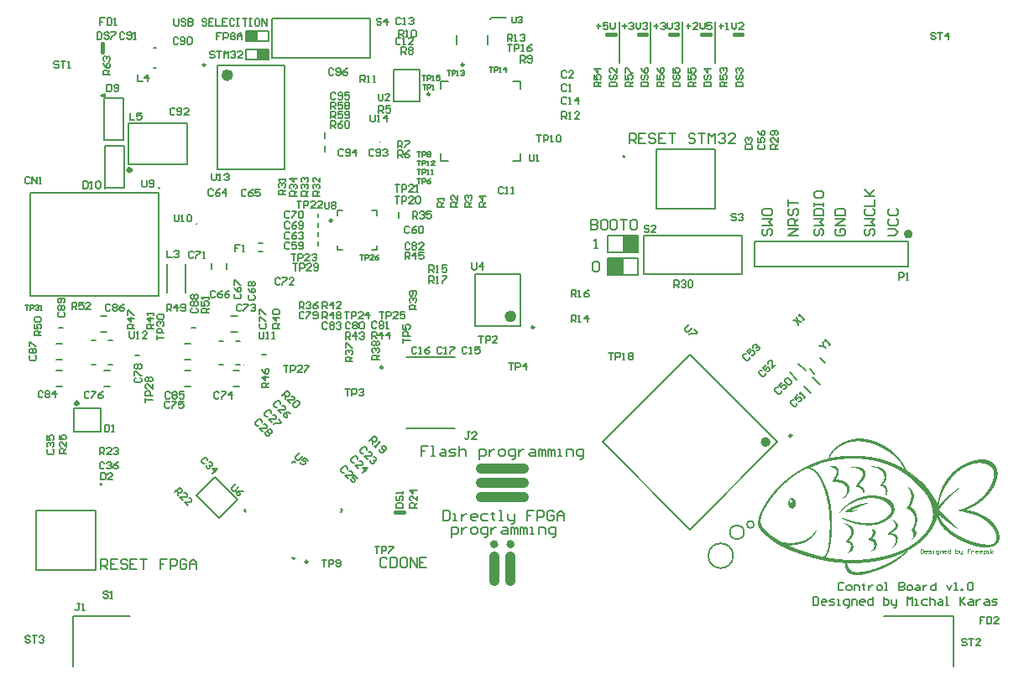
<source format=gto>
G04*
G04 #@! TF.GenerationSoftware,Altium Limited,Altium Designer,23.5.1 (21)*
G04*
G04 Layer_Color=65535*
%FSLAX43Y43*%
%MOMM*%
G71*
G04*
G04 #@! TF.SameCoordinates,3CC85EA5-9251-4F65-83BD-490A156F9735*
G04*
G04*
G04 #@! TF.FilePolarity,Positive*
G04*
G01*
G75*
%ADD10C,0.100*%
%ADD11C,0.200*%
%ADD12C,0.400*%
%ADD13C,0.250*%
%ADD14C,0.600*%
%ADD15C,0.500*%
%ADD16C,0.310*%
%ADD17C,0.152*%
%ADD18C,1.000*%
%ADD19C,0.150*%
%ADD20C,0.127*%
%ADD21C,0.153*%
%ADD22C,0.120*%
%ADD23R,1.183X1.036*%
%ADD24R,1.487X1.725*%
G36*
X8740Y61100D02*
X8340Y61300D01*
X8740Y61500D01*
Y61100D01*
D02*
G37*
G36*
X84954Y26648D02*
X85025D01*
Y26646D01*
X85030D01*
Y26645D01*
X85061D01*
Y26646D01*
X85064D01*
Y26645D01*
X85070D01*
Y26643D01*
X85103D01*
Y26641D01*
X85130D01*
Y26640D01*
X85156D01*
Y26638D01*
X85158D01*
Y26636D01*
X85159D01*
Y26638D01*
X85174D01*
Y26636D01*
X85197D01*
Y26635D01*
X85200D01*
Y26633D01*
X85218D01*
Y26632D01*
X85239D01*
Y26630D01*
X85253D01*
Y26628D01*
X85270D01*
Y26627D01*
X85275D01*
Y26625D01*
X85283D01*
Y26627D01*
X85286D01*
Y26625D01*
X85289D01*
Y26623D01*
X85304D01*
Y26622D01*
X85317D01*
Y26620D01*
X85331D01*
Y26619D01*
X85334D01*
Y26617D01*
X85336D01*
Y26619D01*
X85343D01*
Y26617D01*
X85357D01*
Y26615D01*
X85359D01*
Y26614D01*
X85372D01*
Y26612D01*
X85386D01*
Y26611D01*
X85398D01*
Y26609D01*
X85409D01*
Y26607D01*
X85414D01*
Y26606D01*
X85419D01*
Y26607D01*
X85422D01*
Y26606D01*
X85425D01*
Y26604D01*
X85432D01*
Y26606D01*
X85433D01*
Y26604D01*
X85437D01*
Y26602D01*
X85448D01*
Y26601D01*
X85461D01*
Y26599D01*
X85471D01*
Y26598D01*
X85482D01*
Y26596D01*
X85487D01*
Y26594D01*
X85496D01*
Y26593D01*
X85509D01*
Y26591D01*
X85518D01*
Y26589D01*
X85529D01*
Y26588D01*
X85531D01*
Y26586D01*
X85535D01*
Y26588D01*
X85539D01*
Y26586D01*
X85542D01*
Y26585D01*
X85548D01*
Y26586D01*
X85550D01*
Y26585D01*
X85553D01*
Y26583D01*
X85561D01*
Y26581D01*
X85574D01*
Y26580D01*
X85582D01*
Y26578D01*
X85594D01*
Y26576D01*
X85597D01*
Y26575D01*
X85605D01*
Y26573D01*
X85615D01*
Y26572D01*
X85623D01*
Y26570D01*
X85636D01*
Y26568D01*
X85639D01*
Y26567D01*
X85641D01*
Y26568D01*
X85644D01*
Y26567D01*
X85647D01*
Y26565D01*
X85657D01*
Y26564D01*
X85665D01*
Y26562D01*
X85675D01*
Y26560D01*
X85683D01*
Y26559D01*
X85691D01*
Y26557D01*
X85694D01*
Y26555D01*
X85702D01*
Y26554D01*
X85712D01*
Y26552D01*
X85720D01*
Y26551D01*
X85731D01*
Y26549D01*
X85733D01*
Y26547D01*
X85741D01*
Y26546D01*
X85751D01*
Y26544D01*
X85756D01*
Y26542D01*
X85767D01*
Y26541D01*
X85774D01*
Y26539D01*
X85782D01*
Y26538D01*
X85787D01*
Y26536D01*
X85795D01*
Y26534D01*
X85801D01*
Y26533D01*
X85808D01*
Y26531D01*
X85817D01*
Y26529D01*
X85822D01*
Y26528D01*
X85829D01*
Y26526D01*
X85837D01*
Y26525D01*
X85843D01*
Y26523D01*
X85851D01*
Y26521D01*
X85858D01*
Y26520D01*
X85866D01*
Y26518D01*
X85869D01*
Y26517D01*
X85876D01*
Y26515D01*
X85887D01*
Y26513D01*
X85890D01*
Y26512D01*
X85900D01*
Y26510D01*
X85905D01*
Y26508D01*
X85911D01*
Y26507D01*
X85918D01*
Y26505D01*
X85923D01*
Y26504D01*
X85932D01*
Y26502D01*
X85937D01*
Y26500D01*
X85945D01*
Y26499D01*
X85950D01*
Y26497D01*
X85955D01*
Y26495D01*
X85965D01*
Y26494D01*
X85968D01*
Y26492D01*
X85976D01*
Y26491D01*
X85978D01*
Y26489D01*
X85981D01*
Y26491D01*
X85983D01*
Y26489D01*
X85986D01*
Y26487D01*
X85992D01*
Y26486D01*
X85999D01*
Y26484D01*
X86008D01*
Y26483D01*
X86010D01*
Y26481D01*
X86018D01*
Y26479D01*
X86025D01*
Y26478D01*
X86030D01*
Y26476D01*
X86034D01*
Y26474D01*
X86041D01*
Y26473D01*
X86051D01*
Y26471D01*
X86052D01*
Y26470D01*
X86059D01*
Y26468D01*
X86065D01*
Y26466D01*
X86070D01*
Y26465D01*
X86078D01*
Y26463D01*
X86085D01*
Y26461D01*
X86088D01*
Y26460D01*
X86094D01*
Y26458D01*
X86099D01*
Y26457D01*
X86106D01*
Y26455D01*
X86112D01*
Y26453D01*
X86117D01*
Y26452D01*
X86122D01*
Y26450D01*
X86130D01*
Y26448D01*
X86133D01*
Y26447D01*
X86136D01*
Y26445D01*
X86146D01*
Y26444D01*
X86149D01*
Y26442D01*
X86158D01*
Y26440D01*
X86161D01*
Y26439D01*
X86166D01*
Y26437D01*
X86171D01*
Y26436D01*
X86179D01*
Y26434D01*
X86183D01*
Y26432D01*
X86188D01*
Y26431D01*
X86192D01*
Y26429D01*
X86200D01*
Y26427D01*
X86203D01*
Y26426D01*
X86209D01*
Y26424D01*
X86213D01*
Y26423D01*
X86221D01*
Y26421D01*
X86227D01*
Y26419D01*
X86229D01*
Y26418D01*
X86237D01*
Y26416D01*
X86240D01*
Y26414D01*
X86245D01*
Y26413D01*
X86250D01*
Y26411D01*
X86258D01*
Y26410D01*
X86261D01*
Y26408D01*
X86264D01*
Y26406D01*
X86273D01*
Y26405D01*
X86274D01*
Y26403D01*
X86282D01*
Y26402D01*
X86286D01*
Y26400D01*
X86290D01*
Y26398D01*
X86299D01*
Y26397D01*
X86302D01*
Y26395D01*
X86308D01*
Y26393D01*
X86313D01*
Y26392D01*
X86316D01*
Y26390D01*
X86323D01*
Y26389D01*
X86326D01*
Y26387D01*
X86333D01*
Y26385D01*
X86336D01*
Y26384D01*
X86341D01*
Y26382D01*
X86347D01*
Y26380D01*
X86350D01*
Y26379D01*
X86357D01*
Y26377D01*
X86360D01*
Y26376D01*
X86367D01*
Y26374D01*
X86371D01*
Y26372D01*
X86375D01*
Y26371D01*
X86380D01*
Y26369D01*
X86383D01*
Y26367D01*
X86389D01*
Y26366D01*
X86391D01*
Y26364D01*
X86399D01*
Y26363D01*
X86402D01*
Y26361D01*
X86407D01*
Y26359D01*
X86412D01*
Y26358D01*
X86415D01*
Y26356D01*
X86423D01*
Y26355D01*
X86425D01*
Y26353D01*
X86431D01*
Y26351D01*
X86436D01*
Y26350D01*
X86439D01*
Y26348D01*
X86446D01*
Y26346D01*
X86449D01*
Y26345D01*
X86454D01*
Y26343D01*
X86459D01*
Y26342D01*
X86461D01*
Y26340D01*
X86467D01*
Y26338D01*
X86470D01*
Y26337D01*
X86478D01*
Y26335D01*
X86480D01*
Y26333D01*
X86483D01*
Y26332D01*
X86490D01*
Y26330D01*
X86493D01*
Y26329D01*
X86499D01*
Y26327D01*
X86501D01*
Y26325D01*
X86508D01*
Y26324D01*
X86511D01*
Y26322D01*
X86516D01*
Y26320D01*
X86522D01*
Y26319D01*
X86524D01*
Y26317D01*
X86529D01*
Y26316D01*
X86535D01*
Y26314D01*
X86538D01*
Y26312D01*
X86542D01*
Y26311D01*
X86545D01*
Y26309D01*
X86553D01*
Y26308D01*
X86555D01*
Y26306D01*
X86559D01*
Y26304D01*
X86563D01*
Y26303D01*
X86566D01*
Y26301D01*
X86572D01*
Y26299D01*
X86574D01*
Y26298D01*
X86580D01*
Y26296D01*
X86585D01*
Y26295D01*
X86589D01*
Y26293D01*
X86592D01*
Y26291D01*
X86595D01*
Y26290D01*
X86603D01*
Y26288D01*
X86605D01*
Y26286D01*
X86610D01*
Y26285D01*
X86614D01*
Y26283D01*
X86616D01*
Y26282D01*
X86623D01*
Y26280D01*
X86624D01*
Y26278D01*
X86631D01*
Y26277D01*
X86634D01*
Y26275D01*
X86639D01*
Y26274D01*
X86642D01*
Y26272D01*
X86645D01*
Y26270D01*
X86652D01*
Y26269D01*
X86653D01*
Y26267D01*
X86660D01*
Y26265D01*
X86663D01*
Y26264D01*
X86665D01*
Y26262D01*
X86671D01*
Y26261D01*
X86673D01*
Y26259D01*
X86681D01*
Y26257D01*
X86683D01*
Y26256D01*
X86686D01*
Y26254D01*
X86691D01*
Y26252D01*
X86694D01*
Y26251D01*
X86700D01*
Y26249D01*
X86702D01*
Y26248D01*
X86707D01*
Y26246D01*
X86712D01*
Y26244D01*
X86713D01*
Y26243D01*
X86718D01*
Y26241D01*
X86721D01*
Y26239D01*
X86726D01*
Y26238D01*
X86729D01*
Y26236D01*
X86734D01*
Y26235D01*
X86738D01*
Y26233D01*
X86739D01*
Y26231D01*
X86747D01*
Y26230D01*
X86749D01*
Y26228D01*
X86754D01*
Y26227D01*
X86757D01*
Y26225D01*
X86760D01*
Y26223D01*
X86765D01*
Y26222D01*
X86768D01*
Y26220D01*
X86773D01*
Y26218D01*
X86775D01*
Y26217D01*
X86778D01*
Y26215D01*
X86785D01*
Y26214D01*
X86786D01*
Y26212D01*
X86791D01*
Y26210D01*
X86796D01*
Y26209D01*
X86799D01*
Y26207D01*
X86802D01*
Y26205D01*
X86806D01*
Y26204D01*
X86809D01*
Y26202D01*
X86812D01*
Y26201D01*
X86817D01*
Y26199D01*
X86820D01*
Y26197D01*
X86825D01*
Y26196D01*
X86830D01*
Y26194D01*
X86832D01*
Y26192D01*
X86836D01*
Y26191D01*
X86838D01*
Y26189D01*
X86843D01*
Y26188D01*
X86848D01*
Y26186D01*
X86849D01*
Y26184D01*
X86854D01*
Y26183D01*
X86856D01*
Y26181D01*
X86862D01*
Y26180D01*
X86866D01*
Y26178D01*
X86869D01*
Y26176D01*
X86872D01*
Y26175D01*
X86874D01*
Y26173D01*
X86880D01*
Y26171D01*
X86883D01*
Y26170D01*
X86887D01*
Y26168D01*
X86890D01*
Y26167D01*
X86893D01*
Y26165D01*
X86898D01*
Y26163D01*
X86901D01*
Y26162D01*
X86906D01*
Y26160D01*
X86908D01*
Y26158D01*
X86911D01*
Y26157D01*
X86914D01*
Y26155D01*
X86917D01*
Y26154D01*
X86924D01*
Y26152D01*
X86926D01*
Y26150D01*
X86929D01*
Y26149D01*
X86932D01*
Y26147D01*
X86935D01*
Y26146D01*
X86940D01*
Y26144D01*
X86942D01*
Y26142D01*
X86945D01*
Y26141D01*
X86950D01*
Y26139D01*
X86955D01*
Y26137D01*
X86958D01*
Y26136D01*
X86960D01*
Y26134D01*
X86964D01*
Y26133D01*
X86966D01*
Y26131D01*
X86971D01*
Y26129D01*
X86974D01*
Y26128D01*
X86976D01*
Y26126D01*
X86981D01*
Y26124D01*
X86982D01*
Y26123D01*
X86989D01*
Y26121D01*
X86992D01*
Y26120D01*
X86995D01*
Y26118D01*
X86998D01*
Y26116D01*
X87000D01*
Y26115D01*
X87005D01*
Y26113D01*
X87007D01*
Y26111D01*
X87011D01*
Y26110D01*
X87015D01*
Y26108D01*
X87016D01*
Y26107D01*
X87021D01*
Y26105D01*
X87023D01*
Y26103D01*
X87028D01*
Y26102D01*
X87031D01*
Y26100D01*
X87036D01*
Y26099D01*
X87039D01*
Y26097D01*
X87041D01*
Y26095D01*
X87045D01*
Y26094D01*
X87049D01*
Y26092D01*
X87052D01*
Y26090D01*
X87055D01*
Y26089D01*
X87057D01*
Y26087D01*
X87062D01*
Y26086D01*
X87063D01*
Y26084D01*
X87068D01*
Y26082D01*
X87071D01*
Y26081D01*
X87075D01*
Y26079D01*
X87078D01*
Y26077D01*
X87079D01*
Y26076D01*
X87084D01*
Y26074D01*
X87088D01*
Y26073D01*
X87091D01*
Y26071D01*
X87094D01*
Y26069D01*
X87096D01*
Y26068D01*
X87101D01*
Y26066D01*
X87102D01*
Y26065D01*
X87107D01*
Y26063D01*
X87110D01*
Y26061D01*
X87113D01*
Y26060D01*
X87117D01*
Y26058D01*
X87118D01*
Y26056D01*
X87123D01*
Y26055D01*
X87126D01*
Y26053D01*
X87130D01*
Y26052D01*
X87131D01*
Y26050D01*
X87133D01*
Y26048D01*
X87138D01*
Y26047D01*
X87139D01*
Y26045D01*
X87144D01*
Y26043D01*
X87148D01*
Y26042D01*
X87151D01*
Y26040D01*
X87154D01*
Y26039D01*
X87156D01*
Y26037D01*
X87160D01*
Y26035D01*
X87162D01*
Y26034D01*
X87167D01*
Y26032D01*
X87170D01*
Y26030D01*
X87172D01*
Y26029D01*
X87177D01*
Y26027D01*
X87178D01*
Y26026D01*
X87183D01*
Y26024D01*
X87185D01*
Y26022D01*
X87188D01*
Y26021D01*
X87191D01*
Y26019D01*
X87193D01*
Y26018D01*
X87198D01*
Y26016D01*
X87199D01*
Y26014D01*
X87204D01*
Y26013D01*
X87207D01*
Y26011D01*
X87209D01*
Y26009D01*
X87214D01*
Y26008D01*
X87216D01*
Y26006D01*
X87219D01*
Y26005D01*
X87220D01*
Y26003D01*
X87224D01*
Y26001D01*
X87227D01*
Y26000D01*
X87230D01*
Y25998D01*
X87235D01*
Y25996D01*
X87237D01*
Y25995D01*
X87240D01*
Y25993D01*
X87243D01*
Y25992D01*
X87246D01*
Y25990D01*
X87250D01*
Y25988D01*
X87251D01*
Y25987D01*
X87256D01*
Y25985D01*
X87258D01*
Y25983D01*
X87261D01*
Y25982D01*
X87264D01*
Y25980D01*
X87266D01*
Y25979D01*
X87269D01*
Y25977D01*
X87272D01*
Y25975D01*
X87276D01*
Y25974D01*
X87279D01*
Y25972D01*
X87282D01*
Y25971D01*
X87285D01*
Y25969D01*
X87288D01*
Y25967D01*
X87290D01*
Y25966D01*
X87293D01*
Y25964D01*
X87297D01*
Y25962D01*
X87300D01*
Y25961D01*
X87301D01*
Y25959D01*
X87306D01*
Y25958D01*
X87308D01*
Y25956D01*
X87311D01*
Y25954D01*
X87314D01*
Y25953D01*
X87316D01*
Y25951D01*
X87321D01*
Y25949D01*
X87322D01*
Y25948D01*
X87326D01*
Y25946D01*
X87327D01*
Y25945D01*
X87331D01*
Y25943D01*
X87335D01*
Y25941D01*
X87337D01*
Y25940D01*
X87339D01*
Y25938D01*
X87342D01*
Y25937D01*
X87345D01*
Y25935D01*
X87348D01*
Y25933D01*
X87352D01*
Y25932D01*
X87353D01*
Y25930D01*
X87355D01*
Y25928D01*
X87360D01*
Y25927D01*
X87363D01*
Y25925D01*
X87365D01*
Y25924D01*
X87368D01*
Y25922D01*
X87369D01*
Y25920D01*
X87374D01*
Y25919D01*
X87376D01*
Y25917D01*
X87379D01*
Y25915D01*
X87382D01*
Y25914D01*
X87384D01*
Y25912D01*
X87389D01*
Y25911D01*
X87391D01*
Y25909D01*
X87394D01*
Y25907D01*
X87395D01*
Y25906D01*
X87399D01*
Y25904D01*
X87402D01*
Y25902D01*
X87404D01*
Y25901D01*
X87408D01*
Y25899D01*
X87410D01*
Y25898D01*
X87413D01*
Y25896D01*
X87415D01*
Y25894D01*
X87418D01*
Y25893D01*
X87421D01*
Y25891D01*
X87425D01*
Y25890D01*
X87426D01*
Y25888D01*
X87429D01*
Y25886D01*
X87433D01*
Y25885D01*
X87436D01*
Y25883D01*
X87438D01*
Y25881D01*
X87441D01*
Y25880D01*
X87442D01*
Y25878D01*
X87447D01*
Y25877D01*
X87449D01*
Y25875D01*
X87450D01*
Y25873D01*
X87455D01*
Y25872D01*
X87457D01*
Y25870D01*
X87459D01*
Y25868D01*
X87462D01*
Y25867D01*
X87465D01*
Y25865D01*
X87468D01*
Y25864D01*
X87470D01*
Y25862D01*
X87473D01*
Y25860D01*
X87476D01*
Y25859D01*
X87478D01*
Y25857D01*
X87481D01*
Y25855D01*
X87483D01*
Y25854D01*
X87488D01*
Y25852D01*
X87489D01*
Y25851D01*
X87493D01*
Y25849D01*
X87494D01*
Y25847D01*
X87497D01*
Y25846D01*
X87499D01*
Y25844D01*
X87502D01*
Y25843D01*
X87506D01*
Y25841D01*
X87507D01*
Y25839D01*
X87510D01*
Y25838D01*
X87512D01*
Y25836D01*
X87515D01*
Y25834D01*
X87519D01*
Y25833D01*
X87522D01*
Y25831D01*
X87523D01*
Y25830D01*
X87527D01*
Y25828D01*
X87530D01*
Y25826D01*
X87532D01*
Y25825D01*
X87533D01*
Y25823D01*
X87538D01*
Y25821D01*
X87540D01*
Y25820D01*
X87543D01*
Y25818D01*
X87544D01*
Y25817D01*
X87548D01*
Y25815D01*
X87549D01*
Y25813D01*
X87553D01*
Y25812D01*
X87556D01*
Y25810D01*
X87557D01*
Y25809D01*
X87561D01*
Y25807D01*
X87562D01*
Y25805D01*
X87564D01*
Y25804D01*
X87569D01*
Y25802D01*
X87570D01*
Y25800D01*
X87574D01*
Y25799D01*
X87577D01*
Y25797D01*
X87578D01*
Y25796D01*
X87582D01*
Y25794D01*
X87583D01*
Y25792D01*
X87587D01*
Y25791D01*
X87588D01*
Y25789D01*
X87590D01*
Y25787D01*
X87593D01*
Y25786D01*
X87595D01*
Y25784D01*
X87600D01*
Y25783D01*
X87601D01*
Y25781D01*
X87604D01*
Y25779D01*
X87606D01*
Y25778D01*
X87608D01*
Y25776D01*
X87613D01*
Y25774D01*
X87614D01*
Y25773D01*
X87616D01*
Y25771D01*
X87617D01*
Y25770D01*
X87621D01*
Y25768D01*
X87624D01*
Y25766D01*
X87627D01*
Y25765D01*
X87630D01*
Y25763D01*
X87632D01*
Y25762D01*
X87634D01*
Y25760D01*
X87637D01*
Y25758D01*
X87638D01*
Y25757D01*
X87642D01*
Y25755D01*
X87643D01*
Y25753D01*
X87647D01*
Y25752D01*
X87648D01*
Y25750D01*
X87651D01*
Y25749D01*
X87653D01*
Y25747D01*
X87656D01*
Y25745D01*
X87660D01*
Y25744D01*
X87661D01*
Y25742D01*
X87664D01*
Y25740D01*
X87668D01*
Y25739D01*
X87669D01*
Y25737D01*
X87672D01*
Y25734D01*
X87677D01*
Y25732D01*
X87679D01*
Y25731D01*
X87681D01*
Y25729D01*
X87684D01*
Y25727D01*
X87685D01*
Y25726D01*
X87689D01*
Y25724D01*
X87690D01*
Y25723D01*
X87694D01*
Y25721D01*
X87695D01*
Y25719D01*
X87697D01*
Y25718D01*
X87702D01*
Y25716D01*
X87703D01*
Y25715D01*
X87706D01*
Y25713D01*
X87708D01*
Y25711D01*
X87710D01*
Y25710D01*
X87713D01*
Y25708D01*
X87715D01*
Y25706D01*
X87718D01*
Y25705D01*
X87719D01*
Y25703D01*
X87723D01*
Y25702D01*
X87726D01*
Y25700D01*
X87728D01*
Y25698D01*
X87731D01*
Y25695D01*
X87734D01*
Y25693D01*
X87736D01*
Y25692D01*
X87739D01*
Y25690D01*
X87741D01*
Y25689D01*
X87744D01*
Y25687D01*
X87747D01*
Y25685D01*
X87749D01*
Y25684D01*
X87750D01*
Y25682D01*
X87753D01*
Y25681D01*
X87755D01*
Y25679D01*
X87758D01*
Y25677D01*
X87760D01*
Y25676D01*
X87763D01*
Y25674D01*
X87765D01*
Y25672D01*
X87768D01*
Y25671D01*
X87770D01*
Y25669D01*
X87771D01*
Y25668D01*
X87775D01*
Y25666D01*
X87776D01*
Y25664D01*
X87779D01*
Y25663D01*
X87781D01*
Y25661D01*
X87783D01*
Y25659D01*
X87787D01*
Y25658D01*
X87789D01*
Y25656D01*
X87791D01*
Y25655D01*
X87792D01*
Y25653D01*
X87796D01*
Y25651D01*
X87797D01*
Y25650D01*
X87799D01*
Y25648D01*
X87802D01*
Y25646D01*
X87804D01*
Y25645D01*
X87807D01*
Y25643D01*
X87810D01*
Y25642D01*
X87812D01*
Y25640D01*
X87813D01*
Y25638D01*
X87815D01*
Y25637D01*
X87818D01*
Y25635D01*
X87820D01*
Y25634D01*
X87823D01*
Y25632D01*
X87826D01*
Y25630D01*
X87828D01*
Y25629D01*
X87831D01*
Y25627D01*
X87833D01*
Y25625D01*
X87834D01*
Y25624D01*
X87836D01*
Y25622D01*
X87839D01*
Y25621D01*
X87841D01*
Y25619D01*
X87844D01*
Y25617D01*
X87846D01*
Y25616D01*
X87847D01*
Y25614D01*
X87851D01*
Y25612D01*
X87854D01*
Y25611D01*
X87856D01*
Y25609D01*
X87857D01*
Y25608D01*
X87859D01*
Y25606D01*
X87862D01*
Y25604D01*
X87864D01*
Y25603D01*
X87865D01*
Y25601D01*
X87869D01*
Y25599D01*
X87870D01*
Y25598D01*
X87873D01*
Y25596D01*
X87875D01*
Y25595D01*
X87877D01*
Y25593D01*
X87880D01*
Y25591D01*
X87881D01*
Y25590D01*
X87883D01*
Y25588D01*
X87886D01*
Y25587D01*
X87888D01*
Y25585D01*
X87890D01*
Y25583D01*
X87891D01*
Y25582D01*
X87896D01*
Y25580D01*
X87898D01*
Y25578D01*
X87901D01*
Y25577D01*
X87903D01*
Y25575D01*
X87904D01*
Y25574D01*
X87906D01*
Y25572D01*
X87909D01*
Y25570D01*
X87911D01*
Y25569D01*
X87912D01*
Y25567D01*
X87915D01*
Y25565D01*
X87917D01*
Y25564D01*
X87919D01*
Y25562D01*
X87922D01*
Y25561D01*
X87924D01*
Y25559D01*
X87925D01*
Y25557D01*
X87928D01*
Y25556D01*
X87932D01*
Y25554D01*
X87933D01*
Y25551D01*
X87938D01*
Y25549D01*
X87940D01*
Y25548D01*
X87941D01*
Y25546D01*
X87943D01*
Y25544D01*
X87946D01*
Y25543D01*
X87948D01*
Y25541D01*
X87950D01*
Y25540D01*
X87953D01*
Y25538D01*
X87954D01*
Y25536D01*
X87956D01*
Y25535D01*
X87959D01*
Y25533D01*
X87961D01*
Y25531D01*
X87962D01*
Y25530D01*
X87964D01*
Y25528D01*
X87967D01*
Y25527D01*
X87971D01*
Y25525D01*
X87972D01*
Y25523D01*
X87974D01*
Y25522D01*
X87975D01*
Y25520D01*
X87979D01*
Y25518D01*
X87980D01*
Y25517D01*
X87982D01*
Y25515D01*
X87984D01*
Y25514D01*
X87987D01*
Y25512D01*
X87988D01*
Y25510D01*
X87990D01*
Y25509D01*
X87993D01*
Y25507D01*
X87995D01*
Y25506D01*
X87997D01*
Y25504D01*
X88000D01*
Y25502D01*
X88001D01*
Y25501D01*
X88005D01*
Y25499D01*
X88006D01*
Y25497D01*
X88008D01*
Y25496D01*
X88009D01*
Y25494D01*
X88011D01*
Y25493D01*
X88014D01*
Y25489D01*
X88019D01*
Y25488D01*
X88021D01*
Y25486D01*
X88022D01*
Y25484D01*
X88024D01*
Y25483D01*
X88027D01*
Y25481D01*
X88029D01*
Y25480D01*
X88031D01*
Y25478D01*
X88032D01*
Y25476D01*
X88035D01*
Y25475D01*
X88037D01*
Y25473D01*
X88039D01*
Y25472D01*
X88040D01*
Y25470D01*
X88044D01*
Y25468D01*
X88045D01*
Y25467D01*
X88047D01*
Y25465D01*
X88048D01*
Y25463D01*
X88050D01*
Y25462D01*
X88055D01*
Y25460D01*
X88056D01*
Y25459D01*
X88058D01*
Y25457D01*
X88060D01*
Y25455D01*
X88061D01*
Y25454D01*
X88065D01*
Y25452D01*
X88066D01*
Y25450D01*
X88068D01*
Y25449D01*
X88069D01*
Y25447D01*
X88071D01*
Y25446D01*
X88074D01*
Y25444D01*
X88076D01*
Y25442D01*
X88078D01*
Y25441D01*
X88081D01*
Y25439D01*
X88082D01*
Y25437D01*
X88084D01*
Y25436D01*
X88086D01*
Y25434D01*
X88089D01*
Y25433D01*
X88090D01*
Y25431D01*
X88092D01*
Y25429D01*
X88095D01*
Y25426D01*
X88099D01*
Y25425D01*
X88100D01*
Y25423D01*
X88103D01*
Y25420D01*
X88107D01*
Y25416D01*
X88108D01*
Y25415D01*
X88113D01*
Y25413D01*
X88115D01*
Y25412D01*
X88116D01*
Y25410D01*
X88118D01*
Y25408D01*
X88120D01*
Y25407D01*
X88123D01*
Y25405D01*
X88125D01*
Y25403D01*
X88126D01*
Y25402D01*
X88128D01*
Y25400D01*
X88129D01*
Y25399D01*
X88133D01*
Y25397D01*
X88134D01*
Y25395D01*
X88136D01*
Y25394D01*
X88137D01*
Y25392D01*
X88139D01*
Y25390D01*
X88142D01*
Y25389D01*
X88144D01*
Y25387D01*
X88146D01*
Y25386D01*
X88147D01*
Y25384D01*
X88150D01*
Y25382D01*
X88152D01*
Y25381D01*
X88154D01*
Y25379D01*
X88157D01*
Y25378D01*
X88159D01*
Y25376D01*
X88160D01*
Y25374D01*
X88162D01*
Y25373D01*
X88163D01*
Y25371D01*
X88167D01*
Y25369D01*
X88168D01*
Y25368D01*
X88170D01*
Y25366D01*
X88171D01*
Y25365D01*
X88173D01*
Y25363D01*
X88175D01*
Y25361D01*
X88178D01*
Y25360D01*
X88180D01*
Y25358D01*
X88181D01*
Y25356D01*
X88183D01*
Y25355D01*
X88184D01*
Y25353D01*
X88188D01*
Y25352D01*
X88189D01*
Y25350D01*
X88191D01*
Y25348D01*
X88193D01*
Y25347D01*
X88194D01*
Y25345D01*
X88197D01*
Y25344D01*
X88199D01*
Y25342D01*
X88201D01*
Y25340D01*
X88204D01*
Y25337D01*
X88207D01*
Y25335D01*
X88209D01*
Y25332D01*
X88212D01*
Y25331D01*
X88215D01*
Y25329D01*
X88217D01*
Y25326D01*
X88220D01*
Y25322D01*
X88223D01*
Y25321D01*
X88227D01*
Y25319D01*
X88228D01*
Y25318D01*
X88230D01*
Y25316D01*
X88231D01*
Y25314D01*
X88233D01*
Y25313D01*
X88235D01*
Y25311D01*
X88236D01*
Y25309D01*
X88240D01*
Y25308D01*
X88241D01*
Y25306D01*
X88243D01*
Y25305D01*
X88244D01*
Y25303D01*
X88246D01*
Y25301D01*
X88248D01*
Y25300D01*
X88249D01*
Y25298D01*
X88253D01*
Y25297D01*
X88254D01*
Y25295D01*
X88256D01*
Y25293D01*
X88257D01*
Y25292D01*
X88259D01*
Y25290D01*
X88261D01*
Y25288D01*
X88262D01*
Y25287D01*
X88264D01*
Y25285D01*
X88267D01*
Y25284D01*
X88269D01*
Y25282D01*
X88270D01*
Y25280D01*
X88272D01*
Y25279D01*
X88274D01*
Y25277D01*
X88275D01*
Y25275D01*
X88277D01*
Y25274D01*
X88278D01*
Y25272D01*
X88280D01*
Y25271D01*
X88285D01*
Y25269D01*
X88287D01*
Y25267D01*
X88288D01*
Y25266D01*
X88290D01*
Y25264D01*
X88291D01*
Y25262D01*
X88293D01*
Y25261D01*
X88295D01*
Y25259D01*
X88296D01*
Y25258D01*
X88298D01*
Y25256D01*
X88301D01*
Y25254D01*
X88303D01*
Y25253D01*
X88304D01*
Y25251D01*
X88306D01*
Y25250D01*
X88308D01*
Y25248D01*
X88309D01*
Y25246D01*
X88311D01*
Y25245D01*
X88312D01*
Y25243D01*
X88314D01*
Y25241D01*
X88317D01*
Y25240D01*
X88319D01*
Y25238D01*
X88321D01*
Y25237D01*
X88322D01*
Y25235D01*
X88324D01*
Y25233D01*
X88325D01*
Y25232D01*
X88327D01*
Y25230D01*
X88329D01*
Y25228D01*
X88330D01*
Y25227D01*
X88334D01*
Y25225D01*
X88335D01*
Y25224D01*
X88337D01*
Y25222D01*
X88338D01*
Y25220D01*
X88340D01*
Y25219D01*
X88342D01*
Y25217D01*
X88343D01*
Y25215D01*
X88345D01*
Y25214D01*
X88346D01*
Y25212D01*
X88348D01*
Y25211D01*
X88350D01*
Y25209D01*
X88353D01*
Y25207D01*
X88355D01*
Y25206D01*
X88356D01*
Y25204D01*
X88359D01*
Y25201D01*
X88363D01*
Y25199D01*
X88364D01*
Y25198D01*
X88366D01*
Y25196D01*
X88368D01*
Y25193D01*
X88371D01*
Y25190D01*
X88374D01*
Y25188D01*
X88376D01*
Y25186D01*
X88379D01*
Y25185D01*
X88381D01*
Y25181D01*
X88384D01*
Y25178D01*
X88387D01*
Y25175D01*
X88389D01*
Y25173D01*
X88392D01*
Y25170D01*
X88395D01*
Y25167D01*
X88398D01*
Y25165D01*
X88400D01*
Y25164D01*
X88402D01*
Y25162D01*
X88405D01*
Y25160D01*
X88406D01*
Y25159D01*
X88408D01*
Y25157D01*
X88410D01*
Y25156D01*
X88411D01*
Y25154D01*
X88413D01*
Y25152D01*
X88415D01*
Y25151D01*
X88416D01*
Y25149D01*
X88418D01*
Y25147D01*
X88419D01*
Y25146D01*
X88421D01*
Y25144D01*
X88423D01*
Y25143D01*
X88424D01*
Y25141D01*
X88426D01*
Y25139D01*
X88427D01*
Y25138D01*
X88429D01*
Y25136D01*
X88431D01*
Y25134D01*
X88434D01*
Y25133D01*
X88436D01*
Y25131D01*
X88437D01*
Y25130D01*
X88439D01*
Y25128D01*
X88440D01*
Y25126D01*
X88442D01*
Y25125D01*
X88444D01*
Y25123D01*
X88445D01*
Y25122D01*
X88447D01*
Y25120D01*
X88449D01*
Y25118D01*
X88450D01*
Y25117D01*
X88452D01*
Y25115D01*
X88453D01*
Y25113D01*
X88455D01*
Y25112D01*
X88457D01*
Y25110D01*
X88458D01*
Y25109D01*
X88460D01*
Y25107D01*
X88462D01*
Y25105D01*
X88463D01*
Y25104D01*
X88465D01*
Y25102D01*
X88466D01*
Y25100D01*
X88468D01*
Y25099D01*
X88470D01*
Y25097D01*
X88471D01*
Y25096D01*
X88474D01*
Y25094D01*
X88476D01*
Y25092D01*
X88478D01*
Y25091D01*
X88479D01*
Y25089D01*
X88481D01*
Y25087D01*
X88483D01*
Y25086D01*
X88484D01*
Y25084D01*
X88486D01*
Y25083D01*
X88487D01*
Y25081D01*
X88489D01*
Y25079D01*
X88491D01*
Y25078D01*
X88492D01*
Y25076D01*
X88494D01*
Y25075D01*
X88496D01*
Y25073D01*
X88497D01*
Y25071D01*
X88499D01*
Y25070D01*
X88500D01*
Y25068D01*
X88502D01*
Y25066D01*
X88504D01*
Y25065D01*
X88505D01*
Y25063D01*
X88507D01*
Y25062D01*
X88508D01*
Y25060D01*
X88510D01*
Y25058D01*
X88512D01*
Y25057D01*
X88513D01*
Y25055D01*
X88515D01*
Y25053D01*
X88517D01*
Y25052D01*
X88518D01*
Y25050D01*
X88520D01*
Y25049D01*
X88521D01*
Y25047D01*
X88523D01*
Y25045D01*
X88525D01*
Y25044D01*
X88526D01*
Y25042D01*
X88528D01*
Y25041D01*
X88530D01*
Y25039D01*
X88531D01*
Y25037D01*
X88533D01*
Y25036D01*
X88534D01*
Y25034D01*
X88536D01*
Y25032D01*
X88538D01*
Y25031D01*
X88539D01*
Y25029D01*
X88541D01*
Y25028D01*
X88543D01*
Y25026D01*
X88544D01*
Y25024D01*
X88546D01*
Y25023D01*
X88547D01*
Y25021D01*
X88549D01*
Y25019D01*
X88551D01*
Y25018D01*
X88552D01*
Y25016D01*
X88554D01*
Y25015D01*
X88555D01*
Y25013D01*
X88557D01*
Y25011D01*
X88559D01*
Y25010D01*
X88560D01*
Y25008D01*
X88562D01*
Y25006D01*
X88564D01*
Y25005D01*
X88565D01*
Y25003D01*
X88567D01*
Y25002D01*
X88568D01*
Y25000D01*
X88570D01*
Y24998D01*
X88572D01*
Y24997D01*
X88573D01*
Y24995D01*
X88575D01*
Y24994D01*
X88577D01*
Y24992D01*
X88578D01*
Y24990D01*
X88580D01*
Y24989D01*
X88581D01*
Y24987D01*
X88583D01*
Y24985D01*
X88585D01*
Y24984D01*
X88586D01*
Y24982D01*
X88588D01*
Y24981D01*
X88590D01*
Y24979D01*
X88591D01*
Y24977D01*
X88593D01*
Y24976D01*
X88594D01*
Y24974D01*
X88596D01*
Y24972D01*
X88598D01*
Y24971D01*
X88599D01*
Y24969D01*
X88601D01*
Y24968D01*
X88602D01*
Y24966D01*
X88604D01*
Y24964D01*
X88606D01*
Y24963D01*
X88607D01*
Y24961D01*
X88609D01*
Y24960D01*
X88611D01*
Y24958D01*
X88612D01*
Y24956D01*
X88614D01*
Y24955D01*
X88615D01*
Y24953D01*
X88617D01*
Y24951D01*
X88619D01*
Y24948D01*
X88620D01*
Y24947D01*
X88622D01*
Y24945D01*
X88624D01*
Y24943D01*
X88625D01*
Y24942D01*
X88627D01*
Y24940D01*
X88628D01*
Y24938D01*
X88630D01*
Y24937D01*
X88632D01*
Y24935D01*
X88633D01*
Y24934D01*
X88635D01*
Y24932D01*
X88636D01*
Y24930D01*
X88638D01*
Y24929D01*
X88640D01*
Y24927D01*
X88641D01*
Y24925D01*
X88643D01*
Y24924D01*
X88645D01*
Y24922D01*
X88646D01*
Y24921D01*
X88648D01*
Y24919D01*
X88649D01*
Y24917D01*
X88651D01*
Y24916D01*
X88653D01*
Y24914D01*
X88654D01*
Y24913D01*
X88656D01*
Y24911D01*
X88658D01*
Y24908D01*
X88659D01*
Y24906D01*
X88661D01*
Y24904D01*
X88662D01*
Y24903D01*
X88664D01*
Y24901D01*
X88666D01*
Y24900D01*
X88667D01*
Y24898D01*
X88669D01*
Y24896D01*
X88671D01*
Y24895D01*
X88672D01*
Y24893D01*
X88674D01*
Y24891D01*
X88675D01*
Y24890D01*
X88677D01*
Y24888D01*
X88679D01*
Y24887D01*
X88680D01*
Y24885D01*
X88682D01*
Y24883D01*
X88683D01*
Y24882D01*
X88685D01*
Y24880D01*
X88687D01*
Y24875D01*
X88690D01*
Y24874D01*
X88692D01*
Y24870D01*
X88695D01*
Y24867D01*
X88698D01*
Y24864D01*
X88700D01*
Y24862D01*
X88703D01*
Y24859D01*
X88706D01*
Y24856D01*
X88708D01*
Y24854D01*
X88709D01*
Y24853D01*
X88711D01*
Y24851D01*
X88713D01*
Y24849D01*
X88714D01*
Y24848D01*
X88716D01*
Y24846D01*
X88718D01*
Y24843D01*
X88721D01*
Y24840D01*
X88724D01*
Y24838D01*
X88726D01*
Y24835D01*
X88729D01*
Y24830D01*
X88730D01*
Y24828D01*
X88732D01*
Y24827D01*
X88734D01*
Y24825D01*
X88735D01*
Y24823D01*
X88737D01*
Y24822D01*
X88739D01*
Y24820D01*
X88740D01*
Y24819D01*
X88742D01*
Y24817D01*
X88743D01*
Y24815D01*
X88745D01*
Y24814D01*
X88747D01*
Y24810D01*
X88748D01*
Y24809D01*
X88750D01*
Y24807D01*
X88752D01*
Y24806D01*
X88753D01*
Y24804D01*
X88755D01*
Y24802D01*
X88756D01*
Y24801D01*
X88758D01*
Y24799D01*
X88760D01*
Y24797D01*
X88761D01*
Y24796D01*
X88763D01*
Y24794D01*
X88765D01*
Y24791D01*
X88766D01*
Y24789D01*
X88768D01*
Y24788D01*
X88769D01*
Y24786D01*
X88771D01*
Y24785D01*
X88773D01*
Y24783D01*
X88774D01*
Y24781D01*
X88776D01*
Y24780D01*
X88777D01*
Y24776D01*
X88779D01*
Y24775D01*
X88781D01*
Y24773D01*
X88782D01*
Y24772D01*
X88784D01*
Y24770D01*
X88786D01*
Y24768D01*
X88787D01*
Y24767D01*
X88789D01*
Y24765D01*
X88790D01*
Y24763D01*
X88792D01*
Y24760D01*
X88794D01*
Y24759D01*
X88795D01*
Y24755D01*
X88797D01*
Y24754D01*
X88799D01*
Y24752D01*
X88800D01*
Y24750D01*
X88802D01*
Y24749D01*
X88803D01*
Y24747D01*
X88805D01*
Y24746D01*
X88807D01*
Y24742D01*
X88808D01*
Y24741D01*
X88810D01*
Y24739D01*
X88811D01*
Y24738D01*
X88813D01*
Y24736D01*
X88815D01*
Y24734D01*
X88816D01*
Y24733D01*
X88818D01*
Y24729D01*
X88820D01*
Y24728D01*
X88821D01*
Y24726D01*
X88823D01*
Y24725D01*
X88824D01*
Y24723D01*
X88826D01*
Y24721D01*
X88828D01*
Y24720D01*
X88829D01*
Y24718D01*
X88831D01*
Y24715D01*
X88833D01*
Y24713D01*
X88834D01*
Y24712D01*
X88836D01*
Y24710D01*
X88837D01*
Y24708D01*
X88839D01*
Y24707D01*
X88841D01*
Y24705D01*
X88842D01*
Y24700D01*
X88846D01*
Y24697D01*
X88847D01*
Y24695D01*
X88850D01*
Y24692D01*
X88852D01*
Y24691D01*
X88854D01*
Y24687D01*
X88857D01*
Y24684D01*
X88860D01*
Y24682D01*
X88862D01*
Y24679D01*
X88863D01*
Y24678D01*
X88865D01*
Y24674D01*
X88867D01*
Y24673D01*
X88868D01*
Y24671D01*
X88870D01*
Y24669D01*
X88871D01*
Y24668D01*
X88873D01*
Y24665D01*
X88875D01*
Y24663D01*
X88876D01*
Y24661D01*
X88878D01*
Y24660D01*
X88880D01*
Y24658D01*
X88881D01*
Y24655D01*
X88883D01*
Y24653D01*
X88884D01*
Y24652D01*
X88886D01*
Y24650D01*
X88888D01*
Y24648D01*
X88889D01*
Y24647D01*
X88891D01*
Y24645D01*
X88893D01*
Y24642D01*
X88894D01*
Y24640D01*
X88896D01*
Y24639D01*
X88897D01*
Y24637D01*
X88899D01*
Y24635D01*
X88901D01*
Y24631D01*
X88902D01*
Y24629D01*
X88904D01*
Y24627D01*
X88905D01*
Y24626D01*
X88907D01*
Y24624D01*
X88909D01*
Y24622D01*
X88910D01*
Y24619D01*
X88912D01*
Y24618D01*
X88914D01*
Y24616D01*
X88915D01*
Y24614D01*
X88917D01*
Y24613D01*
X88918D01*
Y24610D01*
X88920D01*
Y24608D01*
X88922D01*
Y24606D01*
X88923D01*
Y24605D01*
X88925D01*
Y24603D01*
X88927D01*
Y24601D01*
X88928D01*
Y24598D01*
X88930D01*
Y24597D01*
X88931D01*
Y24595D01*
X88933D01*
Y24593D01*
X88935D01*
Y24590D01*
X88936D01*
Y24587D01*
X88939D01*
Y24584D01*
X88943D01*
Y24580D01*
X88944D01*
Y24579D01*
X88946D01*
Y24577D01*
X88948D01*
Y24574D01*
X88951D01*
Y24569D01*
X88952D01*
Y24567D01*
X88954D01*
Y24566D01*
X88956D01*
Y24564D01*
X88957D01*
Y24563D01*
X88959D01*
Y24559D01*
X88961D01*
Y24558D01*
X88962D01*
Y24556D01*
X88964D01*
Y24554D01*
X88965D01*
Y24553D01*
X88967D01*
Y24550D01*
X88969D01*
Y24548D01*
X88970D01*
Y24546D01*
X88972D01*
Y24543D01*
X88974D01*
Y24541D01*
X88975D01*
Y24540D01*
X88977D01*
Y24538D01*
X88978D01*
Y24535D01*
X88980D01*
Y24533D01*
X88982D01*
Y24530D01*
X88983D01*
Y24529D01*
X88985D01*
Y24527D01*
X88986D01*
Y24524D01*
X88988D01*
Y24522D01*
X88990D01*
Y24520D01*
X88991D01*
Y24519D01*
X88993D01*
Y24516D01*
X88995D01*
Y24514D01*
X88996D01*
Y24512D01*
X88998D01*
Y24511D01*
X88999D01*
Y24507D01*
X89001D01*
Y24506D01*
X89003D01*
Y24504D01*
X89004D01*
Y24503D01*
X89006D01*
Y24499D01*
X89008D01*
Y24498D01*
X89009D01*
Y24494D01*
X89011D01*
Y24493D01*
X89012D01*
Y24491D01*
X89014D01*
Y24490D01*
X89016D01*
Y24488D01*
X89017D01*
Y24485D01*
X89019D01*
Y24483D01*
X89021D01*
Y24480D01*
X89022D01*
Y24478D01*
X89024D01*
Y24477D01*
X89025D01*
Y24473D01*
X89027D01*
Y24472D01*
X89029D01*
Y24470D01*
X89030D01*
Y24469D01*
X89032D01*
Y24465D01*
X89033D01*
Y24464D01*
X89035D01*
Y24462D01*
X89037D01*
Y24459D01*
X89038D01*
Y24457D01*
X89040D01*
Y24456D01*
X89042D01*
Y24454D01*
X89043D01*
Y24451D01*
X89045D01*
Y24448D01*
X89046D01*
Y24446D01*
X89048D01*
Y24444D01*
X89050D01*
Y24443D01*
X89051D01*
Y24439D01*
X89053D01*
Y24438D01*
X89055D01*
Y24436D01*
X89056D01*
Y24433D01*
X89058D01*
Y24431D01*
X89059D01*
Y24430D01*
X89061D01*
Y24426D01*
X89063D01*
Y24425D01*
X89064D01*
Y24423D01*
X89066D01*
Y24422D01*
X89067D01*
Y24417D01*
X89069D01*
Y24415D01*
X89071D01*
Y24413D01*
X89072D01*
Y24412D01*
X89074D01*
Y24410D01*
X89076D01*
Y24407D01*
X89077D01*
Y24405D01*
X89079D01*
Y24402D01*
X89080D01*
Y24401D01*
X89082D01*
Y24399D01*
X89084D01*
Y24396D01*
X89085D01*
Y24394D01*
X89087D01*
Y24392D01*
X89089D01*
Y24389D01*
X89090D01*
Y24388D01*
X89092D01*
Y24384D01*
X89093D01*
Y24383D01*
X89095D01*
Y24381D01*
X89097D01*
Y24379D01*
X89098D01*
Y24375D01*
X89100D01*
Y24373D01*
X89102D01*
Y24371D01*
X89103D01*
Y24370D01*
X89105D01*
Y24367D01*
X89106D01*
Y24365D01*
X89108D01*
Y24363D01*
X89110D01*
Y24360D01*
X89111D01*
Y24358D01*
X89113D01*
Y24357D01*
X89114D01*
Y24354D01*
X89116D01*
Y24352D01*
X89118D01*
Y24349D01*
X89119D01*
Y24345D01*
X89123D01*
Y24342D01*
X89124D01*
Y24341D01*
X89126D01*
Y24337D01*
X89127D01*
Y24336D01*
X89129D01*
Y24332D01*
X89131D01*
Y24331D01*
X89132D01*
Y24329D01*
X89134D01*
Y24326D01*
X89136D01*
Y24324D01*
X89137D01*
Y24321D01*
X89139D01*
Y24320D01*
X89140D01*
Y24316D01*
X89142D01*
Y24315D01*
X89144D01*
Y24313D01*
X89145D01*
Y24310D01*
X89147D01*
Y24308D01*
X89148D01*
Y24307D01*
X89150D01*
Y24303D01*
X89152D01*
Y24300D01*
X89153D01*
Y24298D01*
X89155D01*
Y24297D01*
X89157D01*
Y24294D01*
X89158D01*
Y24292D01*
X89160D01*
Y24290D01*
X89161D01*
Y24287D01*
X89163D01*
Y24285D01*
X89165D01*
Y24281D01*
X89166D01*
Y24279D01*
X89168D01*
Y24277D01*
X89170D01*
Y24276D01*
X89171D01*
Y24274D01*
X89173D01*
Y24269D01*
X89174D01*
Y24268D01*
X89176D01*
Y24264D01*
X89178D01*
Y24263D01*
X89179D01*
Y24261D01*
X89181D01*
Y24258D01*
X89183D01*
Y24256D01*
X89184D01*
Y24255D01*
X89186D01*
Y24251D01*
X89187D01*
Y24248D01*
X89189D01*
Y24247D01*
X89191D01*
Y24245D01*
X89192D01*
Y24242D01*
X89194D01*
Y24240D01*
X89195D01*
Y24237D01*
X89197D01*
Y24235D01*
X89199D01*
Y24232D01*
X89200D01*
Y24229D01*
X89202D01*
Y24227D01*
X89204D01*
Y24224D01*
X89205D01*
Y24222D01*
X89207D01*
Y24221D01*
X89208D01*
Y24217D01*
X89210D01*
Y24214D01*
X89212D01*
Y24213D01*
X89213D01*
Y24211D01*
X89215D01*
Y24208D01*
X89217D01*
Y24206D01*
X89218D01*
Y24203D01*
X89220D01*
Y24200D01*
X89221D01*
Y24198D01*
X89223D01*
Y24196D01*
X89225D01*
Y24193D01*
X89226D01*
Y24190D01*
X89228D01*
Y24188D01*
X89229D01*
Y24187D01*
X89231D01*
Y24183D01*
X89233D01*
Y24182D01*
X89234D01*
Y24179D01*
X89236D01*
Y24177D01*
X89238D01*
Y24174D01*
X89239D01*
Y24170D01*
X89241D01*
Y24169D01*
X89242D01*
Y24166D01*
X89244D01*
Y24164D01*
X89246D01*
Y24162D01*
X89247D01*
Y24159D01*
X89249D01*
Y24156D01*
X89251D01*
Y24153D01*
X89252D01*
Y24151D01*
X89254D01*
Y24148D01*
X89255D01*
Y24146D01*
X89257D01*
Y24145D01*
X89259D01*
Y24141D01*
X89260D01*
Y24140D01*
X89262D01*
Y24136D01*
X89264D01*
Y24135D01*
X89265D01*
Y24132D01*
X89267D01*
Y24128D01*
X89268D01*
Y24125D01*
X89270D01*
Y24123D01*
X89272D01*
Y24122D01*
X89273D01*
Y24119D01*
X89275D01*
Y24115D01*
X89276D01*
Y24114D01*
X89278D01*
Y24111D01*
X89280D01*
Y24109D01*
X89281D01*
Y24106D01*
X89283D01*
Y24104D01*
X89285D01*
Y24101D01*
X89286D01*
Y24098D01*
X89288D01*
Y24096D01*
X89289D01*
Y24093D01*
X89291D01*
Y24091D01*
X89293D01*
Y24088D01*
X89294D01*
Y24085D01*
X89296D01*
Y24083D01*
X89298D01*
Y24080D01*
X89299D01*
Y24078D01*
X89301D01*
Y24075D01*
X89302D01*
Y24073D01*
X89304D01*
Y24068D01*
X89306D01*
Y24067D01*
X89307D01*
Y24065D01*
X89309D01*
Y24060D01*
X89311D01*
Y24059D01*
X89312D01*
Y24057D01*
X89314D01*
Y24054D01*
X89315D01*
Y24051D01*
X89317D01*
Y24049D01*
X89319D01*
Y24047D01*
X89320D01*
Y24042D01*
X89322D01*
Y24041D01*
X89323D01*
Y24038D01*
X89325D01*
Y24034D01*
X89327D01*
Y24033D01*
X89328D01*
Y24029D01*
X89330D01*
Y24028D01*
X89332D01*
Y24025D01*
X89333D01*
Y24023D01*
X89335D01*
Y24020D01*
X89336D01*
Y24017D01*
X89338D01*
Y24015D01*
X89340D01*
Y24010D01*
X89341D01*
Y24008D01*
X89343D01*
Y24007D01*
X89345D01*
Y24004D01*
X89346D01*
Y24000D01*
X89348D01*
Y23997D01*
X89349D01*
Y23995D01*
X89351D01*
Y23992D01*
X89353D01*
Y23989D01*
X89354D01*
Y23987D01*
X89356D01*
Y23984D01*
X89357D01*
Y23983D01*
X89359D01*
Y23978D01*
X89361D01*
Y23976D01*
X89362D01*
Y23974D01*
X89364D01*
Y23971D01*
X89366D01*
Y23968D01*
X89367D01*
Y23965D01*
X89369D01*
Y23963D01*
X89370D01*
Y23960D01*
X89372D01*
Y23957D01*
X89374D01*
Y23953D01*
X89375D01*
Y23952D01*
X89377D01*
Y23950D01*
X89379D01*
Y23945D01*
X89380D01*
Y23942D01*
X89382D01*
Y23940D01*
X89383D01*
Y23937D01*
X89385D01*
Y23936D01*
X89387D01*
Y23931D01*
X89388D01*
Y23929D01*
X89390D01*
Y23926D01*
X89392D01*
Y23924D01*
X89393D01*
Y23921D01*
X89395D01*
Y23918D01*
X89396D01*
Y23916D01*
X89398D01*
Y23911D01*
X89400D01*
Y23910D01*
X89401D01*
Y23905D01*
X89403D01*
Y23903D01*
X89404D01*
Y23902D01*
X89406D01*
Y23897D01*
X89408D01*
Y23895D01*
X89409D01*
Y23892D01*
X89411D01*
Y23890D01*
X89413D01*
Y23887D01*
X89414D01*
Y23884D01*
X89416D01*
Y23880D01*
X89417D01*
Y23877D01*
X89419D01*
Y23876D01*
X89421D01*
Y23872D01*
X89422D01*
Y23869D01*
X89424D01*
Y23867D01*
X89426D01*
Y23863D01*
X89427D01*
Y23861D01*
X89429D01*
Y23858D01*
X89430D01*
Y23856D01*
X89432D01*
Y23853D01*
X89434D01*
Y23848D01*
X89435D01*
Y23846D01*
X89437D01*
Y23842D01*
X89439D01*
Y23840D01*
X89440D01*
Y23838D01*
X89442D01*
Y23835D01*
X89443D01*
Y23832D01*
X89445D01*
Y23827D01*
X89447D01*
Y23825D01*
X89448D01*
Y23822D01*
X89450D01*
Y23820D01*
X89451D01*
Y23817D01*
X89453D01*
Y23814D01*
X89455D01*
Y23811D01*
X89456D01*
Y23806D01*
X89458D01*
Y23804D01*
X89460D01*
Y23801D01*
X89461D01*
Y23798D01*
X89463D01*
Y23796D01*
X89464D01*
Y23793D01*
X89466D01*
Y23791D01*
X89468D01*
Y23786D01*
X89469D01*
Y23783D01*
X89471D01*
Y23782D01*
X89473D01*
Y23777D01*
X89474D01*
Y23775D01*
X89476D01*
Y23770D01*
X89477D01*
Y23769D01*
X89479D01*
Y23765D01*
X89481D01*
Y23762D01*
X89482D01*
Y23761D01*
X89484D01*
Y23756D01*
X89485D01*
Y23754D01*
X89487D01*
Y23749D01*
X89489D01*
Y23746D01*
X89490D01*
Y23743D01*
X89492D01*
Y23739D01*
X89494D01*
Y23738D01*
X89495D01*
Y23735D01*
X89497D01*
Y23733D01*
X89498D01*
Y23728D01*
X89500D01*
Y23725D01*
X89502D01*
Y23723D01*
X89503D01*
Y23718D01*
X89505D01*
Y23717D01*
X89507D01*
Y23712D01*
X89508D01*
Y23710D01*
X89510D01*
Y23707D01*
X89511D01*
Y23702D01*
X89513D01*
Y23701D01*
X89515D01*
Y23696D01*
X89516D01*
Y23694D01*
X89518D01*
Y23689D01*
X89520D01*
Y23686D01*
X89521D01*
Y23684D01*
X89523D01*
Y23680D01*
X89524D01*
Y23678D01*
X89526D01*
Y23673D01*
X89528D01*
Y23671D01*
X89529D01*
Y23668D01*
X89531D01*
Y23663D01*
X89532D01*
Y23662D01*
X89534D01*
Y23657D01*
X89536D01*
Y23655D01*
X89537D01*
Y23650D01*
X89539D01*
Y23647D01*
X89541D01*
Y23646D01*
X89542D01*
Y23641D01*
X89544D01*
Y23639D01*
X89545D01*
Y23634D01*
X89547D01*
Y23633D01*
X89549D01*
Y23629D01*
X89550D01*
Y23624D01*
X89552D01*
Y23623D01*
X89554D01*
Y23618D01*
X89555D01*
Y23616D01*
X89557D01*
Y23611D01*
X89558D01*
Y23608D01*
X89560D01*
Y23607D01*
X89562D01*
Y23602D01*
X89563D01*
Y23600D01*
X89565D01*
Y23595D01*
X89567D01*
Y23594D01*
X89568D01*
Y23590D01*
X89570D01*
Y23586D01*
X89571D01*
Y23584D01*
X89573D01*
Y23579D01*
X89575D01*
Y23576D01*
X89576D01*
Y23571D01*
X89578D01*
Y23568D01*
X89579D01*
Y23566D01*
X89581D01*
Y23561D01*
X89583D01*
Y23560D01*
X89584D01*
Y23555D01*
X89586D01*
Y23552D01*
X89588D01*
Y23550D01*
X89589D01*
Y23545D01*
X89591D01*
Y23543D01*
X89592D01*
Y23537D01*
X89594D01*
Y23534D01*
X89596D01*
Y23530D01*
X89597D01*
Y23527D01*
X89599D01*
Y23526D01*
X89601D01*
Y23521D01*
X89602D01*
Y23519D01*
X89604D01*
Y23513D01*
X89605D01*
Y23509D01*
X89607D01*
Y23506D01*
X89609D01*
Y23503D01*
X89610D01*
Y23500D01*
X89612D01*
Y23495D01*
X89614D01*
Y23493D01*
X89615D01*
Y23488D01*
X89617D01*
Y23485D01*
X89618D01*
Y23482D01*
X89620D01*
Y23477D01*
X89622D01*
Y23475D01*
X89623D01*
Y23471D01*
X89625D01*
Y23469D01*
X89626D01*
Y23464D01*
X89628D01*
Y23459D01*
X89630D01*
Y23451D01*
X89631D01*
Y23441D01*
X89630D01*
Y23433D01*
X89628D01*
Y23430D01*
X89626D01*
Y23425D01*
X89628D01*
Y23424D01*
X89630D01*
Y23422D01*
X89633D01*
Y23420D01*
X89636D01*
Y23419D01*
X89638D01*
Y23417D01*
X89641D01*
Y23415D01*
X89644D01*
Y23412D01*
X89649D01*
Y23411D01*
X89651D01*
Y23409D01*
X89654D01*
Y23407D01*
X89657D01*
Y23406D01*
X89659D01*
Y23404D01*
X89662D01*
Y23402D01*
X89664D01*
Y23401D01*
X89669D01*
Y23399D01*
X89670D01*
Y23398D01*
X89672D01*
Y23396D01*
X89675D01*
Y23394D01*
X89677D01*
Y23393D01*
X89680D01*
Y23391D01*
X89682D01*
Y23389D01*
X89685D01*
Y23388D01*
X89686D01*
Y23386D01*
X89688D01*
Y23385D01*
X89693D01*
Y23383D01*
X89695D01*
Y23381D01*
X89696D01*
Y23380D01*
X89698D01*
Y23378D01*
X89701D01*
Y23377D01*
X89704D01*
Y23375D01*
X89707D01*
Y23373D01*
X89711D01*
Y23372D01*
X89712D01*
Y23370D01*
X89714D01*
Y23368D01*
X89717D01*
Y23367D01*
X89719D01*
Y23365D01*
X89722D01*
Y23364D01*
X89724D01*
Y23362D01*
X89727D01*
Y23360D01*
X89729D01*
Y23359D01*
X89732D01*
Y23357D01*
X89733D01*
Y23355D01*
X89735D01*
Y23354D01*
X89738D01*
Y23352D01*
X89742D01*
Y23351D01*
X89745D01*
Y23349D01*
X89746D01*
Y23347D01*
X89748D01*
Y23346D01*
X89753D01*
Y23343D01*
X89758D01*
Y23341D01*
X89759D01*
Y23339D01*
X89761D01*
Y23338D01*
X89764D01*
Y23336D01*
X89766D01*
Y23334D01*
X89769D01*
Y23333D01*
X89771D01*
Y23331D01*
X89774D01*
Y23330D01*
X89776D01*
Y23328D01*
X89777D01*
Y23326D01*
X89782D01*
Y23325D01*
X89784D01*
Y23323D01*
X89787D01*
Y23321D01*
X89788D01*
Y23320D01*
X89790D01*
Y23318D01*
X89793D01*
Y23317D01*
X89795D01*
Y23315D01*
X89798D01*
Y23313D01*
X89800D01*
Y23312D01*
X89803D01*
Y23310D01*
X89806D01*
Y23308D01*
X89808D01*
Y23307D01*
X89811D01*
Y23304D01*
X89816D01*
Y23302D01*
X89818D01*
Y23300D01*
X89819D01*
Y23299D01*
X89823D01*
Y23297D01*
X89824D01*
Y23296D01*
X89827D01*
Y23294D01*
X89829D01*
Y23292D01*
X89832D01*
Y23291D01*
X89834D01*
Y23289D01*
X89835D01*
Y23287D01*
X89840D01*
Y23286D01*
X89842D01*
Y23284D01*
X89845D01*
Y23283D01*
X89847D01*
Y23281D01*
X89848D01*
Y23279D01*
X89852D01*
Y23278D01*
X89853D01*
Y23276D01*
X89857D01*
Y23274D01*
X89858D01*
Y23273D01*
X89861D01*
Y23271D01*
X89865D01*
Y23270D01*
X89866D01*
Y23268D01*
X89869D01*
Y23265D01*
X89874D01*
Y23263D01*
X89876D01*
Y23262D01*
X89878D01*
Y23260D01*
X89881D01*
Y23258D01*
X89882D01*
Y23257D01*
X89886D01*
Y23255D01*
X89887D01*
Y23253D01*
X89891D01*
Y23252D01*
X89892D01*
Y23250D01*
X89894D01*
Y23249D01*
X89899D01*
Y23247D01*
X89900D01*
Y23245D01*
X89902D01*
Y23244D01*
X89904D01*
Y23242D01*
X89907D01*
Y23240D01*
X89908D01*
Y23239D01*
X89910D01*
Y23237D01*
X89913D01*
Y23236D01*
X89916D01*
Y23234D01*
X89920D01*
Y23232D01*
X89921D01*
Y23231D01*
X89923D01*
Y23229D01*
X89926D01*
Y23227D01*
X89928D01*
Y23226D01*
X89931D01*
Y23224D01*
X89933D01*
Y23223D01*
X89936D01*
Y23221D01*
X89938D01*
Y23219D01*
X89941D01*
Y23218D01*
X89944D01*
Y23216D01*
X89946D01*
Y23215D01*
X89947D01*
Y23213D01*
X89949D01*
Y23211D01*
X89952D01*
Y23210D01*
X89954D01*
Y23208D01*
X89955D01*
Y23206D01*
X89960D01*
Y23205D01*
X89962D01*
Y23203D01*
X89963D01*
Y23202D01*
X89967D01*
Y23200D01*
X89968D01*
Y23198D01*
X89972D01*
Y23197D01*
X89973D01*
Y23195D01*
X89976D01*
Y23193D01*
X89978D01*
Y23192D01*
X89980D01*
Y23190D01*
X89983D01*
Y23189D01*
X89985D01*
Y23187D01*
X89986D01*
Y23185D01*
X89989D01*
Y23184D01*
X89993D01*
Y23182D01*
X89994D01*
Y23180D01*
X89996D01*
Y23179D01*
X89999D01*
Y23177D01*
X90001D01*
Y23176D01*
X90004D01*
Y23174D01*
X90007D01*
Y23172D01*
X90009D01*
Y23171D01*
X90010D01*
Y23169D01*
X90012D01*
Y23168D01*
X90015D01*
Y23166D01*
X90017D01*
Y23164D01*
X90020D01*
Y23163D01*
X90023D01*
Y23161D01*
X90025D01*
Y23159D01*
X90028D01*
Y23158D01*
X90030D01*
Y23156D01*
X90032D01*
Y23155D01*
X90033D01*
Y23153D01*
X90036D01*
Y23151D01*
X90038D01*
Y23150D01*
X90041D01*
Y23148D01*
X90044D01*
Y23146D01*
X90046D01*
Y23145D01*
X90048D01*
Y23143D01*
X90051D01*
Y23142D01*
X90053D01*
Y23140D01*
X90056D01*
Y23137D01*
X90061D01*
Y23135D01*
X90062D01*
Y23134D01*
X90064D01*
Y23132D01*
X90067D01*
Y23130D01*
X90069D01*
Y23129D01*
X90072D01*
Y23127D01*
X90074D01*
Y23125D01*
X90075D01*
Y23124D01*
X90078D01*
Y23122D01*
X90080D01*
Y23121D01*
X90083D01*
Y23119D01*
X90085D01*
Y23117D01*
X90087D01*
Y23116D01*
X90090D01*
Y23114D01*
X90093D01*
Y23112D01*
X90095D01*
Y23111D01*
X90096D01*
Y23109D01*
X90100D01*
Y23108D01*
X90101D01*
Y23106D01*
X90104D01*
Y23104D01*
X90106D01*
Y23103D01*
X90108D01*
Y23101D01*
X90111D01*
Y23099D01*
X90113D01*
Y23098D01*
X90114D01*
Y23096D01*
X90117D01*
Y23095D01*
X90121D01*
Y23093D01*
X90122D01*
Y23090D01*
X90127D01*
Y23088D01*
X90129D01*
Y23087D01*
X90130D01*
Y23085D01*
X90134D01*
Y23083D01*
X90135D01*
Y23082D01*
X90138D01*
Y23080D01*
X90140D01*
Y23078D01*
X90142D01*
Y23077D01*
X90145D01*
Y23075D01*
X90147D01*
Y23074D01*
X90150D01*
Y23072D01*
X90151D01*
Y23070D01*
X90155D01*
Y23069D01*
X90156D01*
Y23067D01*
X90158D01*
Y23065D01*
X90161D01*
Y23064D01*
X90163D01*
Y23062D01*
X90166D01*
Y23061D01*
X90168D01*
Y23059D01*
X90169D01*
Y23057D01*
X90172D01*
Y23056D01*
X90174D01*
Y23054D01*
X90177D01*
Y23052D01*
X90179D01*
Y23051D01*
X90182D01*
Y23049D01*
X90184D01*
Y23048D01*
X90185D01*
Y23046D01*
X90187D01*
Y23044D01*
X90189D01*
Y23043D01*
X90192D01*
Y23041D01*
X90194D01*
Y23040D01*
X90197D01*
Y23038D01*
X90198D01*
Y23036D01*
X90202D01*
Y23035D01*
X90203D01*
Y23033D01*
X90205D01*
Y23031D01*
X90208D01*
Y23030D01*
X90210D01*
Y23028D01*
X90213D01*
Y23027D01*
X90215D01*
Y23025D01*
X90216D01*
Y23023D01*
X90219D01*
Y23022D01*
X90221D01*
Y23020D01*
X90224D01*
Y23018D01*
X90226D01*
Y23017D01*
X90228D01*
Y23015D01*
X90231D01*
Y23014D01*
X90232D01*
Y23012D01*
X90236D01*
Y23010D01*
X90237D01*
Y23009D01*
X90239D01*
Y23007D01*
X90241D01*
Y23006D01*
X90244D01*
Y23004D01*
X90245D01*
Y23002D01*
X90247D01*
Y23001D01*
X90250D01*
Y22999D01*
X90253D01*
Y22997D01*
X90255D01*
Y22996D01*
X90258D01*
Y22993D01*
X90262D01*
Y22991D01*
X90263D01*
Y22989D01*
X90266D01*
Y22988D01*
X90268D01*
Y22986D01*
X90270D01*
Y22984D01*
X90273D01*
Y22983D01*
X90275D01*
Y22981D01*
X90276D01*
Y22980D01*
X90279D01*
Y22978D01*
X90281D01*
Y22976D01*
X90284D01*
Y22975D01*
X90286D01*
Y22973D01*
X90288D01*
Y22971D01*
X90289D01*
Y22970D01*
X90292D01*
Y22968D01*
X90296D01*
Y22967D01*
X90297D01*
Y22965D01*
X90299D01*
Y22963D01*
X90300D01*
Y22962D01*
X90304D01*
Y22960D01*
X90305D01*
Y22959D01*
X90307D01*
Y22957D01*
X90310D01*
Y22955D01*
X90312D01*
Y22954D01*
X90313D01*
Y22952D01*
X90317D01*
Y22950D01*
X90318D01*
Y22949D01*
X90322D01*
Y22947D01*
X90323D01*
Y22946D01*
X90326D01*
Y22944D01*
X90328D01*
Y22942D01*
X90330D01*
Y22941D01*
X90331D01*
Y22939D01*
X90335D01*
Y22937D01*
X90336D01*
Y22936D01*
X90338D01*
Y22934D01*
X90341D01*
Y22933D01*
X90343D01*
Y22931D01*
X90344D01*
Y22929D01*
X90347D01*
Y22928D01*
X90349D01*
Y22926D01*
X90351D01*
Y22924D01*
X90354D01*
Y22923D01*
X90356D01*
Y22921D01*
X90357D01*
Y22920D01*
X90360D01*
Y22918D01*
X90362D01*
Y22916D01*
X90364D01*
Y22915D01*
X90367D01*
Y22913D01*
X90369D01*
Y22912D01*
X90370D01*
Y22910D01*
X90373D01*
Y22908D01*
X90375D01*
Y22907D01*
X90378D01*
Y22905D01*
X90380D01*
Y22903D01*
X90381D01*
Y22902D01*
X90383D01*
Y22900D01*
X90386D01*
Y22899D01*
X90388D01*
Y22897D01*
X90390D01*
Y22895D01*
X90393D01*
Y22894D01*
X90394D01*
Y22892D01*
X90396D01*
Y22890D01*
X90399D01*
Y22889D01*
X90401D01*
Y22887D01*
X90404D01*
Y22886D01*
X90406D01*
Y22884D01*
X90407D01*
Y22882D01*
X90409D01*
Y22881D01*
X90412D01*
Y22879D01*
X90414D01*
Y22878D01*
X90416D01*
Y22876D01*
X90419D01*
Y22874D01*
X90420D01*
Y22873D01*
X90422D01*
Y22871D01*
X90425D01*
Y22869D01*
X90427D01*
Y22868D01*
X90428D01*
Y22866D01*
X90430D01*
Y22865D01*
X90433D01*
Y22863D01*
X90435D01*
Y22861D01*
X90437D01*
Y22860D01*
X90440D01*
Y22858D01*
X90441D01*
Y22856D01*
X90443D01*
Y22855D01*
X90445D01*
Y22853D01*
X90448D01*
Y22852D01*
X90451D01*
Y22850D01*
X90453D01*
Y22848D01*
X90454D01*
Y22847D01*
X90456D01*
Y22845D01*
X90459D01*
Y22843D01*
X90461D01*
Y22842D01*
X90463D01*
Y22840D01*
X90464D01*
Y22839D01*
X90466D01*
Y22837D01*
X90469D01*
Y22835D01*
X90471D01*
Y22834D01*
X90474D01*
Y22832D01*
X90475D01*
Y22831D01*
X90477D01*
Y22829D01*
X90480D01*
Y22827D01*
X90482D01*
Y22826D01*
X90484D01*
Y22824D01*
X90487D01*
Y22821D01*
X90490D01*
Y22819D01*
X90492D01*
Y22818D01*
X90495D01*
Y22814D01*
X90498D01*
Y22813D01*
X90501D01*
Y22811D01*
X90503D01*
Y22809D01*
X90505D01*
Y22808D01*
X90506D01*
Y22806D01*
X90509D01*
Y22805D01*
X90511D01*
Y22803D01*
X90513D01*
Y22801D01*
X90516D01*
Y22800D01*
X90518D01*
Y22798D01*
X90519D01*
Y22796D01*
X90521D01*
Y22795D01*
X90524D01*
Y22793D01*
X90526D01*
Y22792D01*
X90527D01*
Y22790D01*
X90529D01*
Y22788D01*
X90531D01*
Y22787D01*
X90534D01*
Y22785D01*
X90537D01*
Y22784D01*
X90539D01*
Y22782D01*
X90540D01*
Y22780D01*
X90542D01*
Y22779D01*
X90545D01*
Y22777D01*
X90547D01*
Y22775D01*
X90548D01*
Y22774D01*
X90550D01*
Y22772D01*
X90553D01*
Y22771D01*
X90555D01*
Y22769D01*
X90556D01*
Y22767D01*
X90558D01*
Y22766D01*
X90561D01*
Y22764D01*
X90563D01*
Y22762D01*
X90565D01*
Y22761D01*
X90566D01*
Y22759D01*
X90569D01*
Y22758D01*
X90573D01*
Y22754D01*
X90576D01*
Y22753D01*
X90578D01*
Y22751D01*
X90579D01*
Y22750D01*
X90581D01*
Y22748D01*
X90584D01*
Y22745D01*
X90587D01*
Y22743D01*
X90590D01*
Y22741D01*
X90592D01*
Y22740D01*
X90594D01*
Y22738D01*
X90595D01*
Y22737D01*
X90597D01*
Y22735D01*
X90600D01*
Y22733D01*
X90602D01*
Y22732D01*
X90603D01*
Y22730D01*
X90605D01*
Y22728D01*
X90608D01*
Y22727D01*
X90610D01*
Y22725D01*
X90612D01*
Y22724D01*
X90615D01*
Y22722D01*
X90616D01*
Y22720D01*
X90618D01*
Y22719D01*
X90620D01*
Y22717D01*
X90621D01*
Y22715D01*
X90625D01*
Y22714D01*
X90626D01*
Y22712D01*
X90629D01*
Y22711D01*
X90631D01*
Y22709D01*
X90633D01*
Y22707D01*
X90634D01*
Y22706D01*
X90637D01*
Y22704D01*
X90639D01*
Y22703D01*
X90641D01*
Y22701D01*
X90642D01*
Y22699D01*
X90644D01*
Y22698D01*
X90646D01*
Y22696D01*
X90649D01*
Y22694D01*
X90650D01*
Y22693D01*
X90652D01*
Y22691D01*
X90654D01*
Y22690D01*
X90657D01*
Y22688D01*
X90659D01*
Y22686D01*
X90660D01*
Y22685D01*
X90662D01*
Y22683D01*
X90663D01*
Y22681D01*
X90667D01*
Y22680D01*
X90670D01*
Y22677D01*
X90673D01*
Y22675D01*
X90675D01*
Y22673D01*
X90676D01*
Y22672D01*
X90678D01*
Y22670D01*
X90681D01*
Y22667D01*
X90684D01*
Y22665D01*
X90688D01*
Y22664D01*
X90689D01*
Y22662D01*
X90691D01*
Y22660D01*
X90693D01*
Y22659D01*
X90694D01*
Y22657D01*
X90696D01*
Y22656D01*
X90699D01*
Y22654D01*
X90701D01*
Y22652D01*
X90702D01*
Y22651D01*
X90704D01*
Y22649D01*
X90707D01*
Y22647D01*
X90709D01*
Y22646D01*
X90710D01*
Y22644D01*
X90712D01*
Y22643D01*
X90714D01*
Y22641D01*
X90715D01*
Y22639D01*
X90718D01*
Y22638D01*
X90720D01*
Y22636D01*
X90722D01*
Y22634D01*
X90723D01*
Y22633D01*
X90725D01*
Y22631D01*
X90728D01*
Y22630D01*
X90731D01*
Y22628D01*
X90733D01*
Y22626D01*
X90735D01*
Y22625D01*
X90736D01*
Y22623D01*
X90738D01*
Y22622D01*
X90740D01*
Y22620D01*
X90743D01*
Y22618D01*
X90744D01*
Y22617D01*
X90746D01*
Y22615D01*
X90748D01*
Y22613D01*
X90749D01*
Y22612D01*
X90753D01*
Y22610D01*
X90754D01*
Y22609D01*
X90756D01*
Y22607D01*
X90757D01*
Y22605D01*
X90759D01*
Y22604D01*
X90762D01*
Y22602D01*
X90764D01*
Y22600D01*
X90765D01*
Y22599D01*
X90767D01*
Y22597D01*
X90769D01*
Y22596D01*
X90772D01*
Y22594D01*
X90774D01*
Y22592D01*
X90775D01*
Y22591D01*
X90778D01*
Y22587D01*
X90782D01*
Y22586D01*
X90783D01*
Y22584D01*
X90785D01*
Y22583D01*
X90787D01*
Y22581D01*
X90790D01*
Y22578D01*
X90791D01*
Y22576D01*
X90795D01*
Y22575D01*
X90796D01*
Y22573D01*
X90799D01*
Y22571D01*
X90801D01*
Y22570D01*
X90803D01*
Y22568D01*
X90804D01*
Y22566D01*
X90806D01*
Y22565D01*
X90808D01*
Y22563D01*
X90809D01*
Y22562D01*
X90812D01*
Y22560D01*
X90814D01*
Y22558D01*
X90816D01*
Y22557D01*
X90817D01*
Y22555D01*
X90819D01*
Y22553D01*
X90822D01*
Y22552D01*
X90824D01*
Y22550D01*
X90825D01*
Y22549D01*
X90827D01*
Y22547D01*
X90829D01*
Y22545D01*
X90830D01*
Y22544D01*
X90834D01*
Y22542D01*
X90835D01*
Y22541D01*
X90837D01*
Y22539D01*
X90838D01*
Y22537D01*
X90840D01*
Y22536D01*
X90842D01*
Y22534D01*
X90845D01*
Y22532D01*
X90846D01*
Y22531D01*
X90848D01*
Y22529D01*
X90851D01*
Y22528D01*
X90853D01*
Y22526D01*
X90855D01*
Y22524D01*
X90856D01*
Y22523D01*
X90858D01*
Y22521D01*
X90859D01*
Y22519D01*
X90863D01*
Y22518D01*
X90864D01*
Y22516D01*
X90866D01*
Y22515D01*
X90868D01*
Y22513D01*
X90869D01*
Y22511D01*
X90871D01*
Y22510D01*
X90872D01*
Y22508D01*
X90874D01*
Y22506D01*
X90877D01*
Y22505D01*
X90879D01*
Y22503D01*
X90881D01*
Y22502D01*
X90882D01*
Y22500D01*
X90884D01*
Y22498D01*
X90885D01*
Y22497D01*
X90889D01*
Y22495D01*
X90890D01*
Y22494D01*
X90892D01*
Y22492D01*
X90893D01*
Y22490D01*
X90895D01*
Y22489D01*
X90897D01*
Y22487D01*
X90900D01*
Y22485D01*
X90902D01*
Y22484D01*
X90903D01*
Y22482D01*
X90906D01*
Y22479D01*
X90910D01*
Y22477D01*
X90911D01*
Y22476D01*
X90913D01*
Y22474D01*
X90915D01*
Y22472D01*
X90916D01*
Y22471D01*
X90919D01*
Y22468D01*
X90923D01*
Y22464D01*
X90926D01*
Y22461D01*
X90927D01*
Y22459D01*
X90932D01*
Y22458D01*
X90934D01*
Y22456D01*
X90936D01*
Y22455D01*
X90937D01*
Y22453D01*
X90939D01*
Y22451D01*
X90940D01*
Y22450D01*
X90942D01*
Y22448D01*
X90944D01*
Y22447D01*
X90945D01*
Y22445D01*
X90949D01*
Y22443D01*
X90950D01*
Y22442D01*
X90952D01*
Y22440D01*
X90953D01*
Y22438D01*
X90955D01*
Y22437D01*
X90957D01*
Y22435D01*
X90958D01*
Y22434D01*
X90960D01*
Y22432D01*
X90963D01*
Y22430D01*
X90965D01*
Y22429D01*
X90966D01*
Y22427D01*
X90968D01*
Y22425D01*
X90970D01*
Y22424D01*
X90971D01*
Y22422D01*
X90973D01*
Y22421D01*
X90974D01*
Y22419D01*
X90976D01*
Y22417D01*
X90979D01*
Y22416D01*
X90981D01*
Y22414D01*
X90983D01*
Y22413D01*
X90984D01*
Y22411D01*
X90986D01*
Y22409D01*
X90987D01*
Y22408D01*
X90989D01*
Y22406D01*
X90991D01*
Y22404D01*
X90992D01*
Y22403D01*
X90994D01*
Y22401D01*
X90999D01*
Y22400D01*
X91000D01*
Y22398D01*
X91002D01*
Y22396D01*
X91004D01*
Y22395D01*
X91005D01*
Y22393D01*
X91007D01*
Y22391D01*
X91009D01*
Y22390D01*
X91010D01*
Y22388D01*
X91012D01*
Y22387D01*
X91013D01*
Y22385D01*
X91015D01*
Y22383D01*
X91018D01*
Y22382D01*
X91020D01*
Y22380D01*
X91021D01*
Y22378D01*
X91023D01*
Y22377D01*
X91025D01*
Y22375D01*
X91026D01*
Y22374D01*
X91028D01*
Y22372D01*
X91030D01*
Y22370D01*
X91031D01*
Y22369D01*
X91033D01*
Y22367D01*
X91034D01*
Y22366D01*
X91038D01*
Y22364D01*
X91039D01*
Y22362D01*
X91041D01*
Y22361D01*
X91043D01*
Y22359D01*
X91044D01*
Y22357D01*
X91046D01*
Y22356D01*
X91047D01*
Y22354D01*
X91049D01*
Y22353D01*
X91051D01*
Y22351D01*
X91052D01*
Y22349D01*
X91055D01*
Y22348D01*
X91057D01*
Y22346D01*
X91059D01*
Y22344D01*
X91060D01*
Y22343D01*
X91062D01*
Y22341D01*
X91064D01*
Y22340D01*
X91065D01*
Y22338D01*
X91067D01*
Y22336D01*
X91068D01*
Y22335D01*
X91070D01*
Y22333D01*
X91072D01*
Y22331D01*
X91073D01*
Y22330D01*
X91075D01*
Y22328D01*
X91078D01*
Y22327D01*
X91081D01*
Y22323D01*
X91085D01*
Y22322D01*
X91086D01*
Y22320D01*
X91088D01*
Y22319D01*
X91090D01*
Y22315D01*
X91093D01*
Y22312D01*
X91096D01*
Y22310D01*
X91098D01*
Y22307D01*
X91101D01*
Y22306D01*
X91102D01*
Y22304D01*
X91106D01*
Y22301D01*
X91109D01*
Y22297D01*
X91111D01*
Y22296D01*
X91114D01*
Y22293D01*
X91117D01*
Y22289D01*
X91120D01*
Y22286D01*
X91122D01*
Y22285D01*
X91125D01*
Y22281D01*
X91130D01*
Y22280D01*
X91132D01*
Y22278D01*
X91133D01*
Y22276D01*
X91135D01*
Y22275D01*
X91137D01*
Y22273D01*
X91138D01*
Y22272D01*
X91140D01*
Y22270D01*
X91141D01*
Y22268D01*
X91143D01*
Y22267D01*
X91145D01*
Y22265D01*
X91146D01*
Y22263D01*
X91148D01*
Y22262D01*
X91149D01*
Y22260D01*
X91151D01*
Y22259D01*
X91153D01*
Y22257D01*
X91154D01*
Y22255D01*
X91156D01*
Y22254D01*
X91158D01*
Y22252D01*
X91159D01*
Y22250D01*
X91162D01*
Y22249D01*
X91164D01*
Y22247D01*
X91166D01*
Y22246D01*
X91167D01*
Y22244D01*
X91169D01*
Y22242D01*
X91171D01*
Y22241D01*
X91172D01*
Y22239D01*
X91174D01*
Y22238D01*
X91175D01*
Y22236D01*
X91177D01*
Y22234D01*
X91179D01*
Y22233D01*
X91180D01*
Y22231D01*
X91182D01*
Y22229D01*
X91184D01*
Y22228D01*
X91185D01*
Y22226D01*
X91187D01*
Y22225D01*
X91188D01*
Y22223D01*
X91190D01*
Y22221D01*
X91192D01*
Y22220D01*
X91193D01*
Y22218D01*
X91195D01*
Y22216D01*
X91196D01*
Y22215D01*
X91200D01*
Y22213D01*
X91201D01*
Y22212D01*
X91203D01*
Y22210D01*
X91205D01*
Y22208D01*
X91206D01*
Y22207D01*
X91208D01*
Y22205D01*
X91209D01*
Y22204D01*
X91211D01*
Y22202D01*
X91213D01*
Y22200D01*
X91214D01*
Y22199D01*
X91216D01*
Y22197D01*
X91218D01*
Y22195D01*
X91219D01*
Y22194D01*
X91221D01*
Y22192D01*
X91222D01*
Y22191D01*
X91224D01*
Y22189D01*
X91226D01*
Y22187D01*
X91227D01*
Y22186D01*
X91229D01*
Y22184D01*
X91230D01*
Y22182D01*
X91232D01*
Y22181D01*
X91234D01*
Y22179D01*
X91235D01*
Y22178D01*
X91237D01*
Y22176D01*
X91239D01*
Y22174D01*
X91240D01*
Y22173D01*
X91242D01*
Y22171D01*
X91243D01*
Y22169D01*
X91245D01*
Y22168D01*
X91247D01*
Y22166D01*
X91248D01*
Y22165D01*
X91250D01*
Y22163D01*
X91252D01*
Y22161D01*
X91253D01*
Y22160D01*
X91255D01*
Y22158D01*
X91256D01*
Y22157D01*
X91258D01*
Y22155D01*
X91261D01*
Y22153D01*
X91263D01*
Y22152D01*
X91265D01*
Y22150D01*
X91266D01*
Y22148D01*
X91268D01*
Y22147D01*
X91269D01*
Y22145D01*
X91271D01*
Y22144D01*
X91273D01*
Y22142D01*
X91274D01*
Y22140D01*
X91276D01*
Y22139D01*
X91277D01*
Y22137D01*
X91279D01*
Y22135D01*
X91281D01*
Y22134D01*
X91282D01*
Y22132D01*
X91284D01*
Y22131D01*
X91286D01*
Y22129D01*
X91287D01*
Y22127D01*
X91289D01*
Y22126D01*
X91290D01*
Y22124D01*
X91292D01*
Y22122D01*
X91294D01*
Y22121D01*
X91295D01*
Y22119D01*
X91297D01*
Y22118D01*
X91299D01*
Y22116D01*
X91300D01*
Y22114D01*
X91302D01*
Y22113D01*
X91303D01*
Y22111D01*
X91305D01*
Y22110D01*
X91307D01*
Y22108D01*
X91308D01*
Y22106D01*
X91310D01*
Y22105D01*
X91312D01*
Y22103D01*
X91313D01*
Y22101D01*
X91315D01*
Y22100D01*
X91316D01*
Y22098D01*
X91318D01*
Y22097D01*
X91320D01*
Y22095D01*
X91321D01*
Y22093D01*
X91323D01*
Y22092D01*
X91324D01*
Y22090D01*
X91326D01*
Y22088D01*
X91328D01*
Y22087D01*
X91329D01*
Y22085D01*
X91331D01*
Y22084D01*
X91333D01*
Y22082D01*
X91334D01*
Y22080D01*
X91336D01*
Y22079D01*
X91337D01*
Y22077D01*
X91339D01*
Y22076D01*
X91341D01*
Y22074D01*
X91342D01*
Y22072D01*
X91344D01*
Y22071D01*
X91346D01*
Y22069D01*
X91347D01*
Y22067D01*
X91349D01*
Y22066D01*
X91350D01*
Y22064D01*
X91352D01*
Y22063D01*
X91354D01*
Y22061D01*
X91355D01*
Y22059D01*
X91357D01*
Y22056D01*
X91358D01*
Y22054D01*
X91360D01*
Y22053D01*
X91362D01*
Y22051D01*
X91363D01*
Y22050D01*
X91365D01*
Y22048D01*
X91367D01*
Y22046D01*
X91368D01*
Y22045D01*
X91370D01*
Y22043D01*
X91371D01*
Y22041D01*
X91373D01*
Y22040D01*
X91375D01*
Y22038D01*
X91376D01*
Y22037D01*
X91378D01*
Y22035D01*
X91380D01*
Y22033D01*
X91381D01*
Y22032D01*
X91383D01*
Y22030D01*
X91384D01*
Y22029D01*
X91386D01*
Y22027D01*
X91388D01*
Y22025D01*
X91389D01*
Y22024D01*
X91391D01*
Y22022D01*
X91393D01*
Y22020D01*
X91394D01*
Y22019D01*
X91396D01*
Y22017D01*
X91397D01*
Y22016D01*
X91399D01*
Y22014D01*
X91401D01*
Y22012D01*
X91402D01*
Y22011D01*
X91404D01*
Y22009D01*
X91405D01*
Y22007D01*
X91407D01*
Y22006D01*
X91409D01*
Y22004D01*
X91410D01*
Y22003D01*
X91412D01*
Y22001D01*
X91414D01*
Y21999D01*
X91415D01*
Y21996D01*
X91417D01*
Y21994D01*
X91418D01*
Y21993D01*
X91420D01*
Y21991D01*
X91422D01*
Y21990D01*
X91423D01*
Y21988D01*
X91425D01*
Y21986D01*
X91427D01*
Y21985D01*
X91428D01*
Y21983D01*
X91430D01*
Y21982D01*
X91431D01*
Y21980D01*
X91433D01*
Y21978D01*
X91435D01*
Y21977D01*
X91436D01*
Y21975D01*
X91438D01*
Y21973D01*
X91439D01*
Y21972D01*
X91441D01*
Y21970D01*
X91443D01*
Y21969D01*
X91444D01*
Y21967D01*
X91446D01*
Y21965D01*
X91448D01*
Y21964D01*
X91449D01*
Y21960D01*
X91451D01*
Y21959D01*
X91452D01*
Y21957D01*
X91454D01*
Y21956D01*
X91456D01*
Y21954D01*
X91457D01*
Y21952D01*
X91459D01*
Y21951D01*
X91461D01*
Y21949D01*
X91462D01*
Y21948D01*
X91464D01*
Y21946D01*
X91465D01*
Y21944D01*
X91467D01*
Y21943D01*
X91469D01*
Y21941D01*
X91470D01*
Y21939D01*
X91472D01*
Y21938D01*
X91474D01*
Y21936D01*
X91475D01*
Y21933D01*
X91477D01*
Y21931D01*
X91478D01*
Y21928D01*
X91480D01*
Y21926D01*
X91483D01*
Y21923D01*
X91486D01*
Y21920D01*
X91490D01*
Y21917D01*
X91491D01*
Y21915D01*
X91495D01*
Y21912D01*
X91498D01*
Y21909D01*
X91499D01*
Y21907D01*
X91501D01*
Y21904D01*
X91504D01*
Y21902D01*
X91506D01*
Y21899D01*
X91509D01*
Y21896D01*
X91512D01*
Y21894D01*
X91514D01*
Y21891D01*
X91517D01*
Y21888D01*
X91519D01*
Y21886D01*
X91521D01*
Y21883D01*
X91522D01*
Y21881D01*
X91524D01*
Y21879D01*
X91525D01*
Y21878D01*
X91527D01*
Y21876D01*
X91529D01*
Y21875D01*
X91530D01*
Y21873D01*
X91532D01*
Y21871D01*
X91533D01*
Y21870D01*
X91535D01*
Y21868D01*
X91537D01*
Y21865D01*
X91538D01*
Y21863D01*
X91540D01*
Y21862D01*
X91542D01*
Y21860D01*
X91543D01*
Y21858D01*
X91545D01*
Y21857D01*
X91546D01*
Y21855D01*
X91548D01*
Y21854D01*
X91550D01*
Y21852D01*
X91551D01*
Y21850D01*
X91553D01*
Y21847D01*
X91555D01*
Y21845D01*
X91556D01*
Y21844D01*
X91558D01*
Y21842D01*
X91559D01*
Y21841D01*
X91561D01*
Y21839D01*
X91563D01*
Y21837D01*
X91564D01*
Y21836D01*
X91566D01*
Y21834D01*
X91567D01*
Y21832D01*
X91569D01*
Y21829D01*
X91571D01*
Y21828D01*
X91572D01*
Y21826D01*
X91574D01*
Y21824D01*
X91576D01*
Y21823D01*
X91577D01*
Y21821D01*
X91579D01*
Y21819D01*
X91580D01*
Y21818D01*
X91582D01*
Y21816D01*
X91584D01*
Y21811D01*
X91585D01*
Y21810D01*
X91587D01*
Y21808D01*
X91589D01*
Y21807D01*
X91590D01*
Y21805D01*
X91592D01*
Y21803D01*
X91593D01*
Y21802D01*
X91595D01*
Y21800D01*
X91597D01*
Y21798D01*
X91598D01*
Y21795D01*
X91600D01*
Y21794D01*
X91602D01*
Y21792D01*
X91603D01*
Y21790D01*
X91605D01*
Y21789D01*
X91606D01*
Y21787D01*
X91608D01*
Y21785D01*
X91610D01*
Y21784D01*
X91611D01*
Y21781D01*
X91613D01*
Y21779D01*
X91614D01*
Y21777D01*
X91616D01*
Y21776D01*
X91618D01*
Y21774D01*
X91619D01*
Y21773D01*
X91621D01*
Y21771D01*
X91623D01*
Y21768D01*
X91624D01*
Y21766D01*
X91626D01*
Y21764D01*
X91627D01*
Y21763D01*
X91629D01*
Y21761D01*
X91631D01*
Y21760D01*
X91632D01*
Y21758D01*
X91634D01*
Y21753D01*
X91637D01*
Y21751D01*
X91639D01*
Y21748D01*
X91642D01*
Y21745D01*
X91644D01*
Y21743D01*
X91645D01*
Y21740D01*
X91648D01*
Y21738D01*
X91650D01*
Y21737D01*
X91652D01*
Y21735D01*
X91653D01*
Y21732D01*
X91655D01*
Y21730D01*
X91657D01*
Y21727D01*
X91658D01*
Y21726D01*
X91660D01*
Y21724D01*
X91661D01*
Y21722D01*
X91663D01*
Y21721D01*
X91665D01*
Y21717D01*
X91666D01*
Y21716D01*
X91668D01*
Y21714D01*
X91670D01*
Y21713D01*
X91671D01*
Y21711D01*
X91673D01*
Y21709D01*
X91674D01*
Y21706D01*
X91676D01*
Y21704D01*
X91678D01*
Y21703D01*
X91679D01*
Y21701D01*
X91681D01*
Y21700D01*
X91683D01*
Y21698D01*
X91684D01*
Y21695D01*
X91686D01*
Y21693D01*
X91687D01*
Y21691D01*
X91689D01*
Y21690D01*
X91691D01*
Y21688D01*
X91692D01*
Y21685D01*
X91694D01*
Y21683D01*
X91695D01*
Y21680D01*
X91697D01*
Y21679D01*
X91699D01*
Y21677D01*
X91700D01*
Y21675D01*
X91702D01*
Y21674D01*
X91704D01*
Y21670D01*
X91705D01*
Y21669D01*
X91707D01*
Y21667D01*
X91708D01*
Y21666D01*
X91710D01*
Y21664D01*
X91712D01*
Y21661D01*
X91713D01*
Y21659D01*
X91715D01*
Y21657D01*
X91717D01*
Y21656D01*
X91718D01*
Y21654D01*
X91720D01*
Y21651D01*
X91721D01*
Y21649D01*
X91723D01*
Y21648D01*
X91725D01*
Y21646D01*
X91726D01*
Y21645D01*
X91728D01*
Y21640D01*
X91731D01*
Y21636D01*
X91733D01*
Y21635D01*
X91734D01*
Y21633D01*
X91736D01*
Y21632D01*
X91738D01*
Y21630D01*
X91739D01*
Y21627D01*
X91742D01*
Y21622D01*
X91744D01*
Y21620D01*
X91746D01*
Y21619D01*
X91747D01*
Y21617D01*
X91749D01*
Y21615D01*
X91751D01*
Y21612D01*
X91752D01*
Y21610D01*
X91754D01*
Y21609D01*
X91755D01*
Y21606D01*
X91757D01*
Y21604D01*
X91759D01*
Y21602D01*
X91760D01*
Y21601D01*
X91762D01*
Y21599D01*
X91764D01*
Y21596D01*
X91765D01*
Y21594D01*
X91767D01*
Y21593D01*
X91768D01*
Y21591D01*
X91770D01*
Y21588D01*
X91772D01*
Y21586D01*
X91773D01*
Y21583D01*
X91775D01*
Y21581D01*
X91776D01*
Y21580D01*
X91778D01*
Y21576D01*
X91780D01*
Y21575D01*
X91781D01*
Y21573D01*
X91783D01*
Y21572D01*
X91785D01*
Y21570D01*
X91786D01*
Y21567D01*
X91788D01*
Y21565D01*
X91789D01*
Y21564D01*
X91791D01*
Y21560D01*
X91793D01*
Y21559D01*
X91794D01*
Y21557D01*
X91796D01*
Y21555D01*
X91798D01*
Y21551D01*
X91801D01*
Y21549D01*
X91802D01*
Y21546D01*
X91804D01*
Y21542D01*
X91806D01*
Y21541D01*
X91809D01*
Y21538D01*
X91811D01*
Y21536D01*
X91812D01*
Y21533D01*
X91814D01*
Y21531D01*
X91815D01*
Y21529D01*
X91817D01*
Y21526D01*
X91819D01*
Y21525D01*
X91820D01*
Y21523D01*
X91822D01*
Y21520D01*
X91823D01*
Y21518D01*
X91825D01*
Y21517D01*
X91827D01*
Y21515D01*
X91828D01*
Y21512D01*
X91830D01*
Y21510D01*
X91832D01*
Y21507D01*
X91833D01*
Y21505D01*
X91835D01*
Y21504D01*
X91836D01*
Y21500D01*
X91838D01*
Y21499D01*
X91840D01*
Y21497D01*
X91841D01*
Y21494D01*
X91843D01*
Y21492D01*
X91845D01*
Y21489D01*
X91846D01*
Y21487D01*
X91848D01*
Y21486D01*
X91849D01*
Y21482D01*
X91851D01*
Y21481D01*
X91853D01*
Y21479D01*
X91854D01*
Y21478D01*
X91856D01*
Y21473D01*
X91859D01*
Y21471D01*
X91861D01*
Y21468D01*
X91862D01*
Y21465D01*
X91864D01*
Y21463D01*
X91866D01*
Y21461D01*
X91867D01*
Y21458D01*
X91869D01*
Y21457D01*
X91870D01*
Y21455D01*
X91872D01*
Y21452D01*
X91874D01*
Y21450D01*
X91875D01*
Y21447D01*
X91877D01*
Y21445D01*
X91879D01*
Y21444D01*
X91880D01*
Y21440D01*
X91882D01*
Y21439D01*
X91883D01*
Y21436D01*
X91885D01*
Y21434D01*
X91887D01*
Y21431D01*
X91888D01*
Y21429D01*
X91890D01*
Y21427D01*
X91892D01*
Y21424D01*
X91893D01*
Y21423D01*
X91895D01*
Y21419D01*
X91896D01*
Y21418D01*
X91898D01*
Y21416D01*
X91900D01*
Y21413D01*
X91901D01*
Y21411D01*
X91903D01*
Y21408D01*
X91905D01*
Y21406D01*
X91906D01*
Y21403D01*
X91908D01*
Y21401D01*
X91909D01*
Y21398D01*
X91913D01*
Y21395D01*
X91914D01*
Y21392D01*
X91916D01*
Y21390D01*
X91917D01*
Y21387D01*
X91919D01*
Y21385D01*
X91921D01*
Y21384D01*
X91922D01*
Y21380D01*
X91924D01*
Y21379D01*
X91926D01*
Y21376D01*
X91927D01*
Y21374D01*
X91929D01*
Y21371D01*
X91930D01*
Y21369D01*
X91932D01*
Y21367D01*
X91934D01*
Y21364D01*
X91935D01*
Y21363D01*
X91937D01*
Y21359D01*
X91939D01*
Y21358D01*
X91940D01*
Y21354D01*
X91942D01*
Y21351D01*
X91943D01*
Y21350D01*
X91945D01*
Y21346D01*
X91947D01*
Y21345D01*
X91948D01*
Y21343D01*
X91950D01*
Y21340D01*
X91951D01*
Y21337D01*
X91953D01*
Y21335D01*
X91955D01*
Y21333D01*
X91956D01*
Y21330D01*
X91958D01*
Y21329D01*
X91960D01*
Y21325D01*
X91961D01*
Y21322D01*
X91963D01*
Y21320D01*
X91964D01*
Y21319D01*
X91966D01*
Y21316D01*
X91968D01*
Y21312D01*
X91969D01*
Y21311D01*
X91971D01*
Y21309D01*
X91973D01*
Y21306D01*
X91974D01*
Y21304D01*
X91976D01*
Y21301D01*
X91977D01*
Y21299D01*
X91979D01*
Y21296D01*
X91981D01*
Y21293D01*
X91982D01*
Y21291D01*
X91984D01*
Y21286D01*
X91986D01*
Y21285D01*
X91987D01*
Y21283D01*
X91989D01*
Y21282D01*
X91990D01*
Y21280D01*
X91992D01*
Y21275D01*
X91994D01*
Y21273D01*
X91995D01*
Y21270D01*
X91997D01*
Y21269D01*
X91998D01*
Y21267D01*
X92000D01*
Y21262D01*
X92002D01*
Y21261D01*
X92003D01*
Y21257D01*
X92005D01*
Y21256D01*
X92007D01*
Y21254D01*
X92008D01*
Y21251D01*
X92010D01*
Y21248D01*
X92011D01*
Y21246D01*
X92013D01*
Y21244D01*
X92015D01*
Y21239D01*
X92016D01*
Y21238D01*
X92018D01*
Y21236D01*
X92020D01*
Y21231D01*
X92023D01*
Y21226D01*
X92024D01*
Y21225D01*
X92026D01*
Y21222D01*
X92028D01*
Y21220D01*
X92029D01*
Y21217D01*
X92031D01*
Y21214D01*
X92033D01*
Y21212D01*
X92034D01*
Y21209D01*
X92036D01*
Y21207D01*
X92037D01*
Y21204D01*
X92039D01*
Y21201D01*
X92041D01*
Y21197D01*
X92042D01*
Y21196D01*
X92044D01*
Y21194D01*
X92045D01*
Y21189D01*
X92047D01*
Y21188D01*
X92049D01*
Y21186D01*
X92050D01*
Y21181D01*
X92052D01*
Y21180D01*
X92054D01*
Y21176D01*
X92055D01*
Y21175D01*
X92057D01*
Y21171D01*
X92058D01*
Y21168D01*
X92060D01*
Y21167D01*
X92062D01*
Y21162D01*
X92063D01*
Y21160D01*
X92065D01*
Y21157D01*
X92067D01*
Y21155D01*
X92068D01*
Y21154D01*
X92070D01*
Y21149D01*
X92071D01*
Y21147D01*
X92073D01*
Y21144D01*
X92075D01*
Y21141D01*
X92076D01*
Y21137D01*
X92078D01*
Y21134D01*
X92079D01*
Y21133D01*
X92081D01*
Y21129D01*
X92083D01*
Y21128D01*
X92084D01*
Y21124D01*
X92086D01*
Y21121D01*
X92088D01*
Y21120D01*
X92089D01*
Y21115D01*
X92091D01*
Y21113D01*
X92092D01*
Y21108D01*
X92094D01*
Y21107D01*
X92096D01*
Y21103D01*
X92097D01*
Y21102D01*
X92099D01*
Y21098D01*
X92101D01*
Y21094D01*
X92102D01*
Y21092D01*
X92104D01*
Y21090D01*
X92105D01*
Y21087D01*
X92107D01*
Y21084D01*
X92109D01*
Y21081D01*
X92110D01*
Y21077D01*
X92112D01*
Y21074D01*
X92114D01*
Y21073D01*
X92115D01*
Y21071D01*
X92117D01*
Y21066D01*
X92118D01*
Y21064D01*
X92120D01*
Y21060D01*
X92122D01*
Y21058D01*
X92123D01*
Y21056D01*
X92125D01*
Y21055D01*
X92126D01*
Y21052D01*
X92128D01*
Y21050D01*
X92130D01*
Y21048D01*
X92131D01*
Y21047D01*
X92133D01*
Y21043D01*
X92135D01*
Y21042D01*
X92136D01*
Y21040D01*
X92138D01*
Y21039D01*
X92139D01*
Y21035D01*
X92141D01*
Y21034D01*
X92143D01*
Y21032D01*
X92144D01*
Y21029D01*
X92148D01*
Y21026D01*
X92149D01*
Y21024D01*
X92151D01*
Y21021D01*
X92154D01*
Y21017D01*
X92156D01*
Y21014D01*
X92157D01*
Y21013D01*
X92159D01*
Y21011D01*
X92160D01*
Y21009D01*
X92162D01*
Y21008D01*
X92164D01*
Y21005D01*
X92165D01*
Y21003D01*
X92167D01*
Y21001D01*
X92169D01*
Y21000D01*
X92170D01*
Y20996D01*
X92172D01*
Y20995D01*
X92173D01*
Y20993D01*
X92175D01*
Y20990D01*
X92177D01*
Y20988D01*
X92178D01*
Y20987D01*
X92180D01*
Y20985D01*
X92182D01*
Y20982D01*
X92183D01*
Y20980D01*
X92185D01*
Y20979D01*
X92186D01*
Y20975D01*
X92188D01*
Y20974D01*
X92190D01*
Y20972D01*
X92191D01*
Y20971D01*
X92193D01*
Y20967D01*
X92195D01*
Y20966D01*
X92196D01*
Y20964D01*
X92198D01*
Y20961D01*
X92199D01*
Y20959D01*
X92201D01*
Y20958D01*
X92203D01*
Y20954D01*
X92204D01*
Y20953D01*
X92206D01*
Y20951D01*
X92207D01*
Y20949D01*
X92209D01*
Y20946D01*
X92211D01*
Y20945D01*
X92212D01*
Y20943D01*
X92214D01*
Y20940D01*
X92216D01*
Y20938D01*
X92217D01*
Y20936D01*
X92219D01*
Y20935D01*
X92220D01*
Y20932D01*
X92224D01*
Y20930D01*
X92225D01*
Y20925D01*
X92227D01*
Y20924D01*
X92229D01*
Y20922D01*
X92230D01*
Y20920D01*
X92232D01*
Y20917D01*
X92233D01*
Y20915D01*
X92235D01*
Y20914D01*
X92237D01*
Y20911D01*
X92238D01*
Y20909D01*
X92240D01*
Y20907D01*
X92242D01*
Y20904D01*
X92243D01*
Y20902D01*
X92245D01*
Y20901D01*
X92246D01*
Y20899D01*
X92248D01*
Y20896D01*
X92250D01*
Y20894D01*
X92251D01*
Y20893D01*
X92253D01*
Y20889D01*
X92254D01*
Y20888D01*
X92256D01*
Y20885D01*
X92258D01*
Y20883D01*
X92259D01*
Y20881D01*
X92261D01*
Y20880D01*
X92263D01*
Y20877D01*
X92264D01*
Y20875D01*
X92266D01*
Y20873D01*
X92267D01*
Y20870D01*
X92269D01*
Y20868D01*
X92271D01*
Y20867D01*
X92272D01*
Y20864D01*
X92274D01*
Y20862D01*
X92276D01*
Y20859D01*
X92277D01*
Y20857D01*
X92279D01*
Y20855D01*
X92280D01*
Y20854D01*
X92282D01*
Y20852D01*
X92284D01*
Y20849D01*
X92285D01*
Y20847D01*
X92287D01*
Y20844D01*
X92288D01*
Y20843D01*
X92290D01*
Y20841D01*
X92292D01*
Y20838D01*
X92293D01*
Y20836D01*
X92295D01*
Y20833D01*
X92297D01*
Y20831D01*
X92298D01*
Y20830D01*
X92300D01*
Y20826D01*
X92301D01*
Y20825D01*
X92303D01*
Y20823D01*
X92305D01*
Y20821D01*
X92306D01*
Y20817D01*
X92308D01*
Y20815D01*
X92310D01*
Y20813D01*
X92311D01*
Y20812D01*
X92313D01*
Y20808D01*
X92314D01*
Y20807D01*
X92316D01*
Y20805D01*
X92318D01*
Y20802D01*
X92319D01*
Y20800D01*
X92321D01*
Y20799D01*
X92323D01*
Y20796D01*
X92324D01*
Y20794D01*
X92326D01*
Y20791D01*
X92327D01*
Y20789D01*
X92329D01*
Y20787D01*
X92331D01*
Y20784D01*
X92332D01*
Y20783D01*
X92334D01*
Y20781D01*
X92335D01*
Y20779D01*
X92337D01*
Y20776D01*
X92339D01*
Y20773D01*
X92340D01*
Y20771D01*
X92342D01*
Y20770D01*
X92344D01*
Y20766D01*
X92345D01*
Y20765D01*
X92347D01*
Y20761D01*
X92348D01*
Y20760D01*
X92350D01*
Y20758D01*
X92352D01*
Y20757D01*
X92353D01*
Y20753D01*
X92355D01*
Y20752D01*
X92357D01*
Y20749D01*
X92358D01*
Y20745D01*
X92360D01*
Y20744D01*
X92361D01*
Y20742D01*
X92363D01*
Y20740D01*
X92365D01*
Y20737D01*
X92366D01*
Y20736D01*
X92368D01*
Y20732D01*
X92370D01*
Y20731D01*
X92371D01*
Y20729D01*
X92373D01*
Y20726D01*
X92374D01*
Y20724D01*
X92376D01*
Y20721D01*
X92378D01*
Y20718D01*
X92379D01*
Y20716D01*
X92381D01*
Y20715D01*
X92382D01*
Y20713D01*
X92384D01*
Y20710D01*
X92386D01*
Y20708D01*
X92387D01*
Y20706D01*
X92389D01*
Y20703D01*
X92391D01*
Y20700D01*
X92392D01*
Y20697D01*
X92394D01*
Y20695D01*
X92395D01*
Y20693D01*
X92397D01*
Y20690D01*
X92399D01*
Y20689D01*
X92400D01*
Y20687D01*
X92402D01*
Y20685D01*
X92404D01*
Y20680D01*
X92405D01*
Y20679D01*
X92407D01*
Y20677D01*
X92408D01*
Y20674D01*
X92410D01*
Y20672D01*
X92412D01*
Y20669D01*
X92413D01*
Y20668D01*
X92415D01*
Y20664D01*
X92416D01*
Y20663D01*
X92418D01*
Y20661D01*
X92420D01*
Y20656D01*
X92423D01*
Y20653D01*
X92425D01*
Y20651D01*
X92426D01*
Y20648D01*
X92428D01*
Y20645D01*
X92429D01*
Y20643D01*
X92431D01*
Y20640D01*
X92433D01*
Y20638D01*
X92434D01*
Y20637D01*
X92436D01*
Y20633D01*
X92438D01*
Y20632D01*
X92439D01*
Y20629D01*
X92441D01*
Y20627D01*
X92442D01*
Y20624D01*
X92444D01*
Y20622D01*
X92446D01*
Y20619D01*
X92447D01*
Y20616D01*
X92449D01*
Y20614D01*
X92451D01*
Y20611D01*
X92452D01*
Y20609D01*
X92454D01*
Y20606D01*
X92455D01*
Y20604D01*
X92457D01*
Y20603D01*
X92459D01*
Y20598D01*
X92462D01*
Y20595D01*
X92463D01*
Y20593D01*
X92465D01*
Y20590D01*
X92467D01*
Y20587D01*
X92468D01*
Y20585D01*
X92470D01*
Y20582D01*
X92472D01*
Y20580D01*
X92473D01*
Y20577D01*
X92475D01*
Y20574D01*
X92476D01*
Y20572D01*
X92478D01*
Y20569D01*
X92480D01*
Y20567D01*
X92481D01*
Y20564D01*
X92483D01*
Y20562D01*
X92485D01*
Y20559D01*
X92486D01*
Y20557D01*
X92488D01*
Y20556D01*
X92489D01*
Y20552D01*
X92491D01*
Y20549D01*
X92493D01*
Y20546D01*
X92494D01*
Y20543D01*
X92496D01*
Y20541D01*
X92497D01*
Y20540D01*
X92499D01*
Y20538D01*
X92501D01*
Y20533D01*
X92502D01*
Y20530D01*
X92504D01*
Y20528D01*
X92506D01*
Y20525D01*
X92507D01*
Y20523D01*
X92509D01*
Y20522D01*
X92510D01*
Y20518D01*
X92512D01*
Y20515D01*
X92514D01*
Y20512D01*
X92515D01*
Y20510D01*
X92517D01*
Y20507D01*
X92519D01*
Y20506D01*
X92520D01*
Y20502D01*
X92522D01*
Y20499D01*
X92523D01*
Y20497D01*
X92525D01*
Y20494D01*
X92527D01*
Y20493D01*
X92528D01*
Y20489D01*
X92530D01*
Y20488D01*
X92532D01*
Y20484D01*
X92533D01*
Y20481D01*
X92535D01*
Y20478D01*
X92536D01*
Y20475D01*
X92538D01*
Y20473D01*
X92540D01*
Y20470D01*
X92541D01*
Y20468D01*
X92543D01*
Y20465D01*
X92544D01*
Y20462D01*
X92546D01*
Y20459D01*
X92548D01*
Y20457D01*
X92549D01*
Y20455D01*
X92551D01*
Y20450D01*
X92553D01*
Y20449D01*
X92554D01*
Y20447D01*
X92556D01*
Y20442D01*
X92557D01*
Y20441D01*
X92559D01*
Y20436D01*
X92561D01*
Y20434D01*
X92562D01*
Y20433D01*
X92564D01*
Y20428D01*
X92566D01*
Y20426D01*
X92567D01*
Y20423D01*
X92569D01*
Y20421D01*
X92570D01*
Y20418D01*
X92572D01*
Y20415D01*
X92574D01*
Y20412D01*
X92575D01*
Y20408D01*
X92577D01*
Y20407D01*
X92579D01*
Y20403D01*
X92580D01*
Y20400D01*
X92582D01*
Y20397D01*
X92583D01*
Y20395D01*
X92585D01*
Y20394D01*
X92587D01*
Y20389D01*
X92588D01*
Y20386D01*
X92590D01*
Y20382D01*
X92591D01*
Y20379D01*
X92593D01*
Y20378D01*
X92595D01*
Y20374D01*
X92596D01*
Y20373D01*
X92598D01*
Y20368D01*
X92600D01*
Y20366D01*
X92601D01*
Y20363D01*
X92603D01*
Y20360D01*
X92604D01*
Y20358D01*
X92606D01*
Y20353D01*
X92608D01*
Y20352D01*
X92609D01*
Y20348D01*
X92611D01*
Y20345D01*
X92613D01*
Y20342D01*
X92614D01*
Y20337D01*
X92616D01*
Y20335D01*
X92617D01*
Y20332D01*
X92619D01*
Y20331D01*
X92621D01*
Y20327D01*
X92622D01*
Y20324D01*
X92624D01*
Y20321D01*
X92626D01*
Y20316D01*
X92627D01*
Y20314D01*
X92629D01*
Y20311D01*
X92630D01*
Y20308D01*
X92632D01*
Y20305D01*
X92634D01*
Y20300D01*
X92635D01*
Y20298D01*
X92637D01*
Y20293D01*
X92638D01*
Y20292D01*
X92640D01*
Y20288D01*
X92642D01*
Y20285D01*
X92643D01*
Y20284D01*
X92645D01*
Y20280D01*
X92647D01*
Y20277D01*
X92648D01*
Y20274D01*
X92650D01*
Y20271D01*
X92651D01*
Y20267D01*
X92653D01*
Y20264D01*
X92655D01*
Y20261D01*
X92656D01*
Y20258D01*
X92658D01*
Y20253D01*
X92660D01*
Y20250D01*
X92661D01*
Y20246D01*
X92663D01*
Y20243D01*
X92664D01*
Y20238D01*
X92666D01*
Y20237D01*
X92668D01*
Y20233D01*
X92669D01*
Y20230D01*
X92671D01*
Y20227D01*
X92672D01*
Y20222D01*
X92674D01*
Y20220D01*
X92676D01*
Y20215D01*
X92677D01*
Y20214D01*
X92679D01*
Y20211D01*
X92681D01*
Y20207D01*
X92682D01*
Y20203D01*
X92684D01*
Y20198D01*
X92685D01*
Y20196D01*
X92687D01*
Y20193D01*
X92689D01*
Y20190D01*
X92690D01*
Y20186D01*
X92692D01*
Y20180D01*
X92694D01*
Y20178D01*
X92695D01*
Y20173D01*
X92697D01*
Y20172D01*
X92698D01*
Y20168D01*
X92700D01*
Y20164D01*
X92702D01*
Y20160D01*
X92703D01*
Y20156D01*
X92705D01*
Y20152D01*
X92707D01*
Y20149D01*
X92708D01*
Y20144D01*
X92710D01*
Y20143D01*
X92711D01*
Y20138D01*
X92713D01*
Y20136D01*
X92715D01*
Y20130D01*
X92716D01*
Y20126D01*
X92718D01*
Y20123D01*
X92719D01*
Y20118D01*
X92721D01*
Y20115D01*
X92723D01*
Y20110D01*
X92724D01*
Y20109D01*
X92726D01*
Y20102D01*
X92728D01*
Y20097D01*
X92729D01*
Y20096D01*
X92731D01*
Y20091D01*
X92732D01*
Y20089D01*
X92734D01*
Y20083D01*
X92736D01*
Y20079D01*
X92737D01*
Y20076D01*
X92739D01*
Y20071D01*
X92741D01*
Y20068D01*
X92742D01*
Y20062D01*
X92747D01*
Y20076D01*
X92749D01*
Y20091D01*
X92750D01*
Y20107D01*
X92752D01*
Y20109D01*
X92754D01*
Y20113D01*
X92752D01*
Y20117D01*
X92754D01*
Y20123D01*
X92755D01*
Y20134D01*
X92757D01*
Y20146D01*
X92758D01*
Y20157D01*
X92760D01*
Y20160D01*
X92762D01*
Y20162D01*
X92760D01*
Y20168D01*
X92762D01*
Y20180D01*
X92763D01*
Y20183D01*
X92765D01*
Y20188D01*
X92763D01*
Y20190D01*
X92765D01*
Y20193D01*
X92766D01*
Y20204D01*
X92768D01*
Y20212D01*
X92770D01*
Y20224D01*
X92771D01*
Y20225D01*
X92773D01*
Y20230D01*
X92771D01*
Y20233D01*
X92773D01*
Y20237D01*
X92775D01*
Y20246D01*
X92776D01*
Y20254D01*
X92778D01*
Y20264D01*
X92779D01*
Y20274D01*
X92781D01*
Y20282D01*
X92783D01*
Y20287D01*
X92784D01*
Y20295D01*
X92786D01*
Y20305D01*
X92788D01*
Y20313D01*
X92789D01*
Y20321D01*
X92791D01*
Y20322D01*
X92792D01*
Y20332D01*
X92794D01*
Y20342D01*
X92796D01*
Y20348D01*
X92797D01*
Y20358D01*
X92799D01*
Y20363D01*
X92800D01*
Y20374D01*
X92802D01*
Y20378D01*
X92804D01*
Y20384D01*
X92805D01*
Y20394D01*
X92807D01*
Y20399D01*
X92809D01*
Y20408D01*
X92810D01*
Y20412D01*
X92812D01*
Y20413D01*
X92810D01*
Y20416D01*
X92812D01*
Y20420D01*
X92813D01*
Y20426D01*
X92815D01*
Y20434D01*
X92817D01*
Y20444D01*
X92818D01*
Y20449D01*
X92820D01*
Y20457D01*
X92822D01*
Y20462D01*
X92823D01*
Y20468D01*
X92825D01*
Y20476D01*
X92826D01*
Y20481D01*
X92828D01*
Y20489D01*
X92830D01*
Y20497D01*
X92831D01*
Y20501D01*
X92833D01*
Y20509D01*
X92835D01*
Y20515D01*
X92836D01*
Y20523D01*
X92838D01*
Y20530D01*
X92839D01*
Y20538D01*
X92841D01*
Y20540D01*
X92843D01*
Y20548D01*
X92844D01*
Y20556D01*
X92846D01*
Y20557D01*
X92847D01*
Y20567D01*
X92849D01*
Y20572D01*
X92851D01*
Y20578D01*
X92852D01*
Y20585D01*
X92854D01*
Y20590D01*
X92856D01*
Y20599D01*
X92857D01*
Y20604D01*
X92859D01*
Y20612D01*
X92860D01*
Y20617D01*
X92862D01*
Y20621D01*
X92864D01*
Y20629D01*
X92865D01*
Y20635D01*
X92867D01*
Y20643D01*
X92869D01*
Y20646D01*
X92870D01*
Y20653D01*
X92872D01*
Y20659D01*
X92873D01*
Y20664D01*
X92875D01*
Y20674D01*
X92877D01*
Y20677D01*
X92878D01*
Y20685D01*
X92880D01*
Y20689D01*
X92882D01*
Y20695D01*
X92883D01*
Y20702D01*
X92885D01*
Y20706D01*
X92886D01*
Y20715D01*
X92888D01*
Y20719D01*
X92890D01*
Y20723D01*
X92891D01*
Y20731D01*
X92893D01*
Y20737D01*
X92894D01*
Y20744D01*
X92896D01*
Y20747D01*
X92898D01*
Y20755D01*
X92899D01*
Y20758D01*
X92901D01*
Y20765D01*
X92903D01*
Y20771D01*
X92904D01*
Y20776D01*
X92906D01*
Y20784D01*
X92907D01*
Y20789D01*
X92909D01*
Y20792D01*
X92911D01*
Y20800D01*
X92912D01*
Y20804D01*
X92914D01*
Y20813D01*
X92916D01*
Y20817D01*
X92917D01*
Y20826D01*
X92919D01*
Y20828D01*
X92920D01*
Y20833D01*
X92922D01*
Y20843D01*
X92924D01*
Y20846D01*
X92925D01*
Y20854D01*
X92927D01*
Y20855D01*
X92928D01*
Y20864D01*
X92930D01*
Y20867D01*
X92932D01*
Y20873D01*
X92933D01*
Y20880D01*
X92935D01*
Y20885D01*
X92937D01*
Y20891D01*
X92938D01*
Y20894D01*
X92940D01*
Y20901D01*
X92941D01*
Y20907D01*
X92943D01*
Y20911D01*
X92945D01*
Y20920D01*
X92946D01*
Y20922D01*
X92948D01*
Y20928D01*
X92950D01*
Y20933D01*
X92951D01*
Y20940D01*
X92953D01*
Y20946D01*
X92954D01*
Y20949D01*
X92956D01*
Y20958D01*
X92958D01*
Y20961D01*
X92959D01*
Y20966D01*
X92961D01*
Y20974D01*
X92963D01*
Y20977D01*
X92964D01*
Y20983D01*
X92966D01*
Y20988D01*
X92967D01*
Y20992D01*
X92969D01*
Y20998D01*
X92971D01*
Y21003D01*
X92972D01*
Y21009D01*
X92974D01*
Y21016D01*
X92975D01*
Y21021D01*
X92977D01*
Y21026D01*
X92979D01*
Y21029D01*
X92980D01*
Y21035D01*
X92982D01*
Y21040D01*
X92984D01*
Y21048D01*
X92985D01*
Y21050D01*
X92987D01*
Y21058D01*
X92988D01*
Y21061D01*
X92990D01*
Y21068D01*
X92992D01*
Y21074D01*
X92993D01*
Y21077D01*
X92995D01*
Y21082D01*
X92997D01*
Y21089D01*
X92998D01*
Y21094D01*
X93000D01*
Y21100D01*
X93001D01*
Y21102D01*
X93003D01*
Y21110D01*
X93005D01*
Y21113D01*
X93006D01*
Y21120D01*
X93008D01*
Y21126D01*
X93009D01*
Y21129D01*
X93011D01*
Y21136D01*
X93013D01*
Y21141D01*
X93014D01*
Y21144D01*
X93016D01*
Y21150D01*
X93018D01*
Y21154D01*
X93019D01*
Y21162D01*
X93021D01*
Y21165D01*
X93022D01*
Y21173D01*
X93024D01*
Y21175D01*
X93026D01*
Y21181D01*
X93027D01*
Y21186D01*
X93029D01*
Y21189D01*
X93031D01*
Y21196D01*
X93032D01*
Y21199D01*
X93034D01*
Y21207D01*
X93035D01*
Y21209D01*
X93037D01*
Y21215D01*
X93039D01*
Y21223D01*
X93040D01*
Y21226D01*
X93042D01*
Y21231D01*
X93044D01*
Y21236D01*
X93045D01*
Y21239D01*
X93047D01*
Y21248D01*
X93048D01*
Y21249D01*
X93050D01*
Y21256D01*
X93052D01*
Y21261D01*
X93053D01*
Y21265D01*
X93055D01*
Y21272D01*
X93056D01*
Y21273D01*
X93058D01*
Y21282D01*
X93060D01*
Y21285D01*
X93061D01*
Y21290D01*
X93063D01*
Y21295D01*
X93065D01*
Y21298D01*
X93066D01*
Y21306D01*
X93068D01*
Y21309D01*
X93069D01*
Y21314D01*
X93071D01*
Y21319D01*
X93073D01*
Y21324D01*
X93074D01*
Y21330D01*
X93076D01*
Y21332D01*
X93078D01*
Y21340D01*
X93079D01*
Y21343D01*
X93081D01*
Y21348D01*
X93082D01*
Y21353D01*
X93084D01*
Y21356D01*
X93086D01*
Y21364D01*
X93087D01*
Y21366D01*
X93089D01*
Y21372D01*
X93091D01*
Y21377D01*
X93092D01*
Y21382D01*
X93094D01*
Y21389D01*
X93095D01*
Y21390D01*
X93097D01*
Y21398D01*
X93099D01*
Y21401D01*
X93100D01*
Y21406D01*
X93102D01*
Y21411D01*
X93103D01*
Y21414D01*
X93105D01*
Y21423D01*
X93107D01*
Y21426D01*
X93108D01*
Y21429D01*
X93110D01*
Y21432D01*
X93112D01*
Y21440D01*
X93113D01*
Y21442D01*
X93115D01*
Y21448D01*
X93116D01*
Y21453D01*
X93118D01*
Y21457D01*
X93120D01*
Y21465D01*
X93121D01*
Y21466D01*
X93123D01*
Y21471D01*
X93125D01*
Y21476D01*
X93126D01*
Y21479D01*
X93128D01*
Y21486D01*
X93129D01*
Y21491D01*
X93131D01*
Y21495D01*
X93133D01*
Y21499D01*
X93134D01*
Y21502D01*
X93136D01*
Y21508D01*
X93137D01*
Y21510D01*
X93139D01*
Y21518D01*
X93141D01*
Y21521D01*
X93142D01*
Y21526D01*
X93144D01*
Y21531D01*
X93146D01*
Y21534D01*
X93147D01*
Y21541D01*
X93149D01*
Y21544D01*
X93150D01*
Y21549D01*
X93152D01*
Y21551D01*
X93154D01*
Y21557D01*
X93155D01*
Y21562D01*
X93157D01*
Y21565D01*
X93159D01*
Y21570D01*
X93160D01*
Y21575D01*
X93162D01*
Y21578D01*
X93163D01*
Y21586D01*
X93165D01*
Y21588D01*
X93167D01*
Y21593D01*
X93168D01*
Y21594D01*
X93170D01*
Y21604D01*
X93172D01*
Y21606D01*
X93173D01*
Y21609D01*
X93175D01*
Y21615D01*
X93176D01*
Y21617D01*
X93178D01*
Y21623D01*
X93180D01*
Y21625D01*
X93181D01*
Y21632D01*
X93183D01*
Y21636D01*
X93184D01*
Y21640D01*
X93186D01*
Y21643D01*
X93188D01*
Y21646D01*
X93189D01*
Y21654D01*
X93191D01*
Y21656D01*
X93193D01*
Y21659D01*
X93194D01*
Y21666D01*
X93196D01*
Y21667D01*
X93197D01*
Y21674D01*
X93199D01*
Y21677D01*
X93201D01*
Y21680D01*
X93202D01*
Y21685D01*
X93204D01*
Y21687D01*
X93206D01*
Y21691D01*
X93207D01*
Y21696D01*
X93209D01*
Y21700D01*
X93210D01*
Y21703D01*
X93212D01*
Y21706D01*
X93214D01*
Y21713D01*
X93215D01*
Y21714D01*
X93217D01*
Y21717D01*
X93219D01*
Y21722D01*
X93220D01*
Y21726D01*
X93222D01*
Y21730D01*
X93223D01*
Y21732D01*
X93225D01*
Y21737D01*
X93227D01*
Y21738D01*
X93228D01*
Y21743D01*
X93230D01*
Y21747D01*
X93231D01*
Y21748D01*
X93233D01*
Y21753D01*
X93235D01*
Y21755D01*
X93236D01*
Y21760D01*
X93238D01*
Y21761D01*
X93240D01*
Y21764D01*
X93241D01*
Y21769D01*
X93243D01*
Y21771D01*
X93244D01*
Y21776D01*
X93246D01*
Y21777D01*
X93248D01*
Y21782D01*
X93249D01*
Y21785D01*
X93251D01*
Y21787D01*
X93253D01*
Y21792D01*
X93254D01*
Y21794D01*
X93256D01*
Y21798D01*
X93257D01*
Y21800D01*
X93259D01*
Y21803D01*
X93261D01*
Y21808D01*
X93262D01*
Y21810D01*
X93264D01*
Y21813D01*
X93265D01*
Y21815D01*
X93267D01*
Y21818D01*
X93269D01*
Y21821D01*
X93270D01*
Y21824D01*
X93272D01*
Y21829D01*
X93274D01*
Y21831D01*
X93275D01*
Y21836D01*
X93277D01*
Y21837D01*
X93278D01*
Y21841D01*
X93280D01*
Y21844D01*
X93282D01*
Y21847D01*
X93283D01*
Y21852D01*
X93285D01*
Y21854D01*
X93287D01*
Y21857D01*
X93288D01*
Y21858D01*
X93290D01*
Y21862D01*
X93291D01*
Y21866D01*
X93293D01*
Y21868D01*
X93295D01*
Y21873D01*
X93296D01*
Y21875D01*
X93298D01*
Y21878D01*
X93300D01*
Y21881D01*
X93301D01*
Y21884D01*
X93303D01*
Y21888D01*
X93304D01*
Y21889D01*
X93306D01*
Y21892D01*
X93308D01*
Y21896D01*
X93309D01*
Y21899D01*
X93311D01*
Y21902D01*
X93312D01*
Y21904D01*
X93314D01*
Y21909D01*
X93316D01*
Y21912D01*
X93317D01*
Y21915D01*
X93319D01*
Y21917D01*
X93321D01*
Y21918D01*
X93322D01*
Y21923D01*
X93324D01*
Y21925D01*
X93325D01*
Y21930D01*
X93327D01*
Y21933D01*
X93329D01*
Y21935D01*
X93330D01*
Y21938D01*
X93332D01*
Y21939D01*
X93334D01*
Y21944D01*
X93335D01*
Y21946D01*
X93337D01*
Y21951D01*
X93338D01*
Y21952D01*
X93340D01*
Y21954D01*
X93342D01*
Y21959D01*
X93343D01*
Y21960D01*
X93345D01*
Y21965D01*
X93346D01*
Y21967D01*
X93348D01*
Y21970D01*
X93350D01*
Y21972D01*
X93351D01*
Y21975D01*
X93353D01*
Y21978D01*
X93355D01*
Y21982D01*
X93356D01*
Y21985D01*
X93358D01*
Y21988D01*
X93359D01*
Y21990D01*
X93361D01*
Y21993D01*
X93363D01*
Y21996D01*
X93364D01*
Y21999D01*
X93366D01*
Y22003D01*
X93368D01*
Y22004D01*
X93369D01*
Y22007D01*
X93371D01*
Y22009D01*
X93372D01*
Y22014D01*
X93374D01*
Y22017D01*
X93376D01*
Y22019D01*
X93377D01*
Y22022D01*
X93379D01*
Y22024D01*
X93381D01*
Y22029D01*
X93382D01*
Y22030D01*
X93384D01*
Y22033D01*
X93385D01*
Y22035D01*
X93387D01*
Y22038D01*
X93389D01*
Y22043D01*
X93390D01*
Y22045D01*
X93392D01*
Y22048D01*
X93393D01*
Y22050D01*
X93395D01*
Y22053D01*
X93397D01*
Y22056D01*
X93398D01*
Y22058D01*
X93400D01*
Y22061D01*
X93402D01*
Y22064D01*
X93403D01*
Y22067D01*
X93405D01*
Y22071D01*
X93406D01*
Y22072D01*
X93408D01*
Y22076D01*
X93410D01*
Y22077D01*
X93411D01*
Y22082D01*
X93413D01*
Y22084D01*
X93415D01*
Y22085D01*
X93416D01*
Y22090D01*
X93418D01*
Y22092D01*
X93419D01*
Y22095D01*
X93421D01*
Y22097D01*
X93423D01*
Y22101D01*
X93424D01*
Y22103D01*
X93426D01*
Y22105D01*
X93428D01*
Y22108D01*
X93429D01*
Y22111D01*
X93431D01*
Y22114D01*
X93432D01*
Y22116D01*
X93434D01*
Y22119D01*
X93436D01*
Y22122D01*
X93437D01*
Y22124D01*
X93439D01*
Y22127D01*
X93440D01*
Y22129D01*
X93442D01*
Y22134D01*
X93444D01*
Y22135D01*
X93445D01*
Y22137D01*
X93447D01*
Y22142D01*
X93449D01*
Y22144D01*
X93450D01*
Y22147D01*
X93452D01*
Y22148D01*
X93453D01*
Y22152D01*
X93455D01*
Y22153D01*
X93457D01*
Y22157D01*
X93458D01*
Y22160D01*
X93460D01*
Y22161D01*
X93462D01*
Y22165D01*
X93463D01*
Y22168D01*
X93465D01*
Y22171D01*
X93466D01*
Y22173D01*
X93468D01*
Y22174D01*
X93470D01*
Y22179D01*
X93471D01*
Y22181D01*
X93473D01*
Y22182D01*
X93475D01*
Y22186D01*
X93476D01*
Y22187D01*
X93478D01*
Y22192D01*
X93479D01*
Y22194D01*
X93481D01*
Y22195D01*
X93483D01*
Y22199D01*
X93484D01*
Y22202D01*
X93486D01*
Y22205D01*
X93487D01*
Y22207D01*
X93489D01*
Y22210D01*
X93491D01*
Y22212D01*
X93492D01*
Y22213D01*
X93494D01*
Y22218D01*
X93496D01*
Y22220D01*
X93497D01*
Y22223D01*
X93499D01*
Y22225D01*
X93500D01*
Y22228D01*
X93502D01*
Y22229D01*
X93504D01*
Y22233D01*
X93505D01*
Y22236D01*
X93507D01*
Y22238D01*
X93509D01*
Y22241D01*
X93510D01*
Y22242D01*
X93512D01*
Y22246D01*
X93513D01*
Y22249D01*
X93515D01*
Y22250D01*
X93517D01*
Y22254D01*
X93518D01*
Y22255D01*
X93520D01*
Y22259D01*
X93521D01*
Y22262D01*
X93523D01*
Y22263D01*
X93525D01*
Y22267D01*
X93526D01*
Y22268D01*
X93528D01*
Y22270D01*
X93530D01*
Y22273D01*
X93531D01*
Y22276D01*
X93533D01*
Y22280D01*
X93534D01*
Y22281D01*
X93536D01*
Y22285D01*
X93538D01*
Y22286D01*
X93539D01*
Y22289D01*
X93541D01*
Y22291D01*
X93543D01*
Y22294D01*
X93544D01*
Y22296D01*
X93546D01*
Y22297D01*
X93547D01*
Y22302D01*
X93549D01*
Y22304D01*
X93551D01*
Y22307D01*
X93552D01*
Y22309D01*
X93554D01*
Y22310D01*
X93556D01*
Y22314D01*
X93557D01*
Y22317D01*
X93559D01*
Y22320D01*
X93560D01*
Y22322D01*
X93562D01*
Y22323D01*
X93564D01*
Y22327D01*
X93565D01*
Y22328D01*
X93567D01*
Y22331D01*
X93568D01*
Y22333D01*
X93570D01*
Y22336D01*
X93572D01*
Y22338D01*
X93573D01*
Y22341D01*
X93575D01*
Y22344D01*
X93577D01*
Y22346D01*
X93578D01*
Y22348D01*
X93580D01*
Y22351D01*
X93581D01*
Y22353D01*
X93583D01*
Y22356D01*
X93585D01*
Y22357D01*
X93586D01*
Y22361D01*
X93588D01*
Y22362D01*
X93590D01*
Y22366D01*
X93591D01*
Y22367D01*
X93593D01*
Y22369D01*
X93594D01*
Y22372D01*
X93596D01*
Y22375D01*
X93598D01*
Y22378D01*
X93599D01*
Y22380D01*
X93601D01*
Y22382D01*
X93603D01*
Y22385D01*
X93604D01*
Y22387D01*
X93606D01*
Y22390D01*
X93607D01*
Y22391D01*
X93609D01*
Y22393D01*
X93611D01*
Y22396D01*
X93612D01*
Y22400D01*
X93614D01*
Y22403D01*
X93615D01*
Y22404D01*
X93617D01*
Y22406D01*
X93619D01*
Y22408D01*
X93620D01*
Y22411D01*
X93622D01*
Y22413D01*
X93624D01*
Y22414D01*
X93625D01*
Y22419D01*
X93627D01*
Y22421D01*
X93628D01*
Y22422D01*
X93630D01*
Y22425D01*
X93632D01*
Y22427D01*
X93633D01*
Y22430D01*
X93635D01*
Y22432D01*
X93637D01*
Y22435D01*
X93638D01*
Y22437D01*
X93640D01*
Y22438D01*
X93641D01*
Y22442D01*
X93643D01*
Y22443D01*
X93645D01*
Y22445D01*
X93646D01*
Y22448D01*
X93648D01*
Y22451D01*
X93649D01*
Y22453D01*
X93651D01*
Y22455D01*
X93653D01*
Y22458D01*
X93654D01*
Y22459D01*
X93656D01*
Y22463D01*
X93658D01*
Y22464D01*
X93659D01*
Y22466D01*
X93661D01*
Y22469D01*
X93662D01*
Y22471D01*
X93664D01*
Y22474D01*
X93666D01*
Y22476D01*
X93667D01*
Y22477D01*
X93669D01*
Y22481D01*
X93671D01*
Y22482D01*
X93672D01*
Y22485D01*
X93674D01*
Y22487D01*
X93675D01*
Y22490D01*
X93677D01*
Y22492D01*
X93679D01*
Y22494D01*
X93680D01*
Y22497D01*
X93682D01*
Y22498D01*
X93684D01*
Y22502D01*
X93685D01*
Y22503D01*
X93687D01*
Y22505D01*
X93688D01*
Y22508D01*
X93690D01*
Y22510D01*
X93692D01*
Y22513D01*
X93693D01*
Y22515D01*
X93695D01*
Y22518D01*
X93698D01*
Y22521D01*
X93700D01*
Y22524D01*
X93701D01*
Y22526D01*
X93703D01*
Y22529D01*
X93705D01*
Y22531D01*
X93706D01*
Y22532D01*
X93708D01*
Y22536D01*
X93709D01*
Y22537D01*
X93711D01*
Y22539D01*
X93713D01*
Y22541D01*
X93714D01*
Y22544D01*
X93716D01*
Y22545D01*
X93718D01*
Y22547D01*
X93719D01*
Y22552D01*
X93721D01*
Y22553D01*
X93722D01*
Y22555D01*
X93724D01*
Y22557D01*
X93726D01*
Y22560D01*
X93727D01*
Y22562D01*
X93729D01*
Y22563D01*
X93730D01*
Y22566D01*
X93732D01*
Y22568D01*
X93734D01*
Y22570D01*
X93735D01*
Y22573D01*
X93737D01*
Y22575D01*
X93739D01*
Y22578D01*
X93740D01*
Y22579D01*
X93742D01*
Y22583D01*
X93743D01*
Y22584D01*
X93745D01*
Y22586D01*
X93747D01*
Y22587D01*
X93748D01*
Y22589D01*
X93750D01*
Y22592D01*
X93752D01*
Y22594D01*
X93753D01*
Y22597D01*
X93755D01*
Y22599D01*
X93756D01*
Y22600D01*
X93758D01*
Y22604D01*
X93760D01*
Y22605D01*
X93761D01*
Y22607D01*
X93763D01*
Y22610D01*
X93765D01*
Y22612D01*
X93766D01*
Y22613D01*
X93768D01*
Y22615D01*
X93769D01*
Y22618D01*
X93771D01*
Y22620D01*
X93773D01*
Y22623D01*
X93774D01*
Y22625D01*
X93776D01*
Y22626D01*
X93777D01*
Y22630D01*
X93779D01*
Y22631D01*
X93781D01*
Y22633D01*
X93782D01*
Y22634D01*
X93784D01*
Y22638D01*
X93786D01*
Y22639D01*
X93787D01*
Y22641D01*
X93789D01*
Y22644D01*
X93790D01*
Y22646D01*
X93792D01*
Y22647D01*
X93794D01*
Y22649D01*
X93795D01*
Y22652D01*
X93797D01*
Y22654D01*
X93799D01*
Y22656D01*
X93800D01*
Y22659D01*
X93802D01*
Y22660D01*
X93803D01*
Y22662D01*
X93805D01*
Y22665D01*
X93807D01*
Y22667D01*
X93808D01*
Y22669D01*
X93810D01*
Y22670D01*
X93812D01*
Y22673D01*
X93813D01*
Y22675D01*
X93815D01*
Y22677D01*
X93816D01*
Y22680D01*
X93818D01*
Y22681D01*
X93820D01*
Y22683D01*
X93821D01*
Y22685D01*
X93823D01*
Y22688D01*
X93824D01*
Y22690D01*
X93826D01*
Y22691D01*
X93828D01*
Y22693D01*
X93829D01*
Y22696D01*
X93831D01*
Y22698D01*
X93833D01*
Y22699D01*
X93834D01*
Y22703D01*
X93836D01*
Y22704D01*
X93837D01*
Y22706D01*
X93839D01*
Y22707D01*
X93841D01*
Y22709D01*
X93842D01*
Y22712D01*
X93844D01*
Y22715D01*
X93846D01*
Y22717D01*
X93847D01*
Y22719D01*
X93849D01*
Y22720D01*
X93850D01*
Y22722D01*
X93852D01*
Y22725D01*
X93854D01*
Y22727D01*
X93855D01*
Y22728D01*
X93857D01*
Y22730D01*
X93858D01*
Y22733D01*
X93860D01*
Y22735D01*
X93862D01*
Y22737D01*
X93863D01*
Y22738D01*
X93865D01*
Y22740D01*
X93867D01*
Y22743D01*
X93868D01*
Y22745D01*
X93870D01*
Y22746D01*
X93871D01*
Y22748D01*
X93873D01*
Y22750D01*
X93875D01*
Y22754D01*
X93878D01*
Y22758D01*
X93880D01*
Y22759D01*
X93881D01*
Y22761D01*
X93883D01*
Y22762D01*
X93884D01*
Y22764D01*
X93886D01*
Y22767D01*
X93889D01*
Y22772D01*
X93891D01*
Y22774D01*
X93893D01*
Y22775D01*
X93894D01*
Y22777D01*
X93896D01*
Y22779D01*
X93897D01*
Y22780D01*
X93899D01*
Y22782D01*
X93901D01*
Y22785D01*
X93902D01*
Y22787D01*
X93904D01*
Y22788D01*
X93905D01*
Y22790D01*
X93907D01*
Y22792D01*
X93909D01*
Y22795D01*
X93910D01*
Y22796D01*
X93912D01*
Y22798D01*
X93914D01*
Y22800D01*
X93915D01*
Y22801D01*
X93917D01*
Y22805D01*
X93918D01*
Y22806D01*
X93920D01*
Y22808D01*
X93922D01*
Y22809D01*
X93923D01*
Y22811D01*
X93925D01*
Y22814D01*
X93927D01*
Y22816D01*
X93928D01*
Y22819D01*
X93930D01*
Y22821D01*
X93931D01*
Y22822D01*
X93933D01*
Y22824D01*
X93935D01*
Y22826D01*
X93936D01*
Y22829D01*
X93938D01*
Y22831D01*
X93940D01*
Y22832D01*
X93941D01*
Y22834D01*
X93943D01*
Y22835D01*
X93944D01*
Y22837D01*
X93946D01*
Y22839D01*
X93948D01*
Y22842D01*
X93949D01*
Y22843D01*
X93951D01*
Y22845D01*
X93952D01*
Y22847D01*
X93954D01*
Y22848D01*
X93956D01*
Y22850D01*
X93957D01*
Y22853D01*
X93959D01*
Y22855D01*
X93961D01*
Y22856D01*
X93962D01*
Y22858D01*
X93964D01*
Y22860D01*
X93965D01*
Y22861D01*
X93967D01*
Y22863D01*
X93969D01*
Y22866D01*
X93970D01*
Y22868D01*
X93972D01*
Y22871D01*
X93975D01*
Y22874D01*
X93977D01*
Y22876D01*
X93980D01*
Y22879D01*
X93982D01*
Y22881D01*
X93983D01*
Y22884D01*
X93986D01*
Y22887D01*
X93990D01*
Y22890D01*
X93991D01*
Y22892D01*
X93993D01*
Y22894D01*
X93995D01*
Y22897D01*
X93996D01*
Y22899D01*
X93998D01*
Y22900D01*
X93999D01*
Y22902D01*
X94001D01*
Y22903D01*
X94003D01*
Y22905D01*
X94004D01*
Y22907D01*
X94006D01*
Y22910D01*
X94008D01*
Y22912D01*
X94009D01*
Y22913D01*
X94011D01*
Y22915D01*
X94012D01*
Y22916D01*
X94014D01*
Y22918D01*
X94016D01*
Y22920D01*
X94017D01*
Y22921D01*
X94019D01*
Y22924D01*
X94021D01*
Y22926D01*
X94022D01*
Y22928D01*
X94024D01*
Y22929D01*
X94025D01*
Y22931D01*
X94027D01*
Y22933D01*
X94029D01*
Y22934D01*
X94030D01*
Y22936D01*
X94032D01*
Y22937D01*
X94033D01*
Y22939D01*
X94035D01*
Y22942D01*
X94037D01*
Y22944D01*
X94038D01*
Y22946D01*
X94040D01*
Y22947D01*
X94042D01*
Y22949D01*
X94043D01*
Y22950D01*
X94045D01*
Y22952D01*
X94046D01*
Y22954D01*
X94048D01*
Y22955D01*
X94050D01*
Y22959D01*
X94051D01*
Y22960D01*
X94053D01*
Y22963D01*
X94055D01*
Y22965D01*
X94056D01*
Y22967D01*
X94058D01*
Y22968D01*
X94059D01*
Y22970D01*
X94061D01*
Y22971D01*
X94063D01*
Y22973D01*
X94064D01*
Y22975D01*
X94066D01*
Y22976D01*
X94068D01*
Y22978D01*
X94069D01*
Y22981D01*
X94071D01*
Y22983D01*
X94072D01*
Y22984D01*
X94074D01*
Y22986D01*
X94076D01*
Y22988D01*
X94077D01*
Y22989D01*
X94079D01*
Y22991D01*
X94080D01*
Y22993D01*
X94082D01*
Y22994D01*
X94084D01*
Y22996D01*
X94085D01*
Y22997D01*
X94087D01*
Y22999D01*
X94089D01*
Y23002D01*
X94090D01*
Y23004D01*
X94092D01*
Y23006D01*
X94093D01*
Y23007D01*
X94095D01*
Y23009D01*
X94097D01*
Y23010D01*
X94098D01*
Y23012D01*
X94100D01*
Y23014D01*
X94102D01*
Y23015D01*
X94103D01*
Y23017D01*
X94105D01*
Y23018D01*
X94106D01*
Y23020D01*
X94108D01*
Y23022D01*
X94110D01*
Y23025D01*
X94111D01*
Y23027D01*
X94113D01*
Y23028D01*
X94114D01*
Y23030D01*
X94116D01*
Y23031D01*
X94118D01*
Y23033D01*
X94119D01*
Y23035D01*
X94121D01*
Y23036D01*
X94123D01*
Y23038D01*
X94124D01*
Y23040D01*
X94126D01*
Y23041D01*
X94127D01*
Y23043D01*
X94129D01*
Y23044D01*
X94131D01*
Y23046D01*
X94132D01*
Y23048D01*
X94134D01*
Y23049D01*
X94136D01*
Y23052D01*
X94137D01*
Y23054D01*
X94139D01*
Y23057D01*
X94140D01*
Y23059D01*
X94142D01*
Y23061D01*
X94144D01*
Y23062D01*
X94147D01*
Y23065D01*
X94150D01*
Y23069D01*
X94152D01*
Y23070D01*
X94155D01*
Y23074D01*
X94158D01*
Y23077D01*
X94160D01*
Y23078D01*
X94161D01*
Y23080D01*
X94163D01*
Y23082D01*
X94166D01*
Y23085D01*
X94170D01*
Y23088D01*
X94171D01*
Y23090D01*
X94173D01*
Y23091D01*
X94174D01*
Y23093D01*
X94176D01*
Y23095D01*
X94178D01*
Y23098D01*
X94181D01*
Y23101D01*
X94184D01*
Y23103D01*
X94186D01*
Y23106D01*
X94189D01*
Y23109D01*
X94192D01*
Y23112D01*
X94196D01*
Y23114D01*
X94197D01*
Y23117D01*
X94200D01*
Y23121D01*
X94204D01*
Y23122D01*
X94205D01*
Y23125D01*
X94208D01*
Y23129D01*
X94212D01*
Y23132D01*
X94215D01*
Y23134D01*
X94217D01*
Y23137D01*
X94220D01*
Y23140D01*
X94223D01*
Y23142D01*
X94225D01*
Y23145D01*
X94228D01*
Y23148D01*
X94231D01*
Y23151D01*
X94234D01*
Y23153D01*
X94236D01*
Y23156D01*
X94239D01*
Y23159D01*
X94242D01*
Y23161D01*
X94244D01*
Y23164D01*
X94247D01*
Y23168D01*
X94251D01*
Y23171D01*
X94254D01*
Y23172D01*
X94255D01*
Y23176D01*
X94259D01*
Y23179D01*
X94262D01*
Y23182D01*
X94264D01*
Y23184D01*
X94267D01*
Y23187D01*
X94270D01*
Y23190D01*
X94273D01*
Y23192D01*
X94275D01*
Y23195D01*
X94278D01*
Y23198D01*
X94281D01*
Y23200D01*
X94283D01*
Y23203D01*
X94286D01*
Y23206D01*
X94289D01*
Y23210D01*
X94291D01*
Y23211D01*
X94294D01*
Y23215D01*
X94298D01*
Y23218D01*
X94301D01*
Y23219D01*
X94302D01*
Y23223D01*
X94306D01*
Y23226D01*
X94309D01*
Y23229D01*
X94312D01*
Y23231D01*
X94314D01*
Y23234D01*
X94317D01*
Y23237D01*
X94320D01*
Y23239D01*
X94322D01*
Y23242D01*
X94325D01*
Y23245D01*
X94328D01*
Y23247D01*
X94330D01*
Y23249D01*
X94332D01*
Y23250D01*
X94333D01*
Y23252D01*
X94335D01*
Y23253D01*
X94336D01*
Y23255D01*
X94338D01*
Y23257D01*
X94341D01*
Y23260D01*
X94345D01*
Y23263D01*
X94346D01*
Y23265D01*
X94349D01*
Y23268D01*
X94353D01*
Y23271D01*
X94354D01*
Y23273D01*
X94356D01*
Y23274D01*
X94358D01*
Y23276D01*
X94361D01*
Y23279D01*
X94364D01*
Y23283D01*
X94366D01*
Y23284D01*
X94369D01*
Y23286D01*
X94370D01*
Y23287D01*
X94374D01*
Y23289D01*
X94375D01*
Y23291D01*
X94377D01*
Y23292D01*
X94379D01*
Y23294D01*
X94380D01*
Y23296D01*
X94382D01*
Y23297D01*
X94383D01*
Y23299D01*
X94385D01*
Y23300D01*
X94387D01*
Y23302D01*
X94388D01*
Y23304D01*
X94390D01*
Y23305D01*
X94392D01*
Y23307D01*
X94393D01*
Y23308D01*
X94395D01*
Y23310D01*
X94396D01*
Y23312D01*
X94398D01*
Y23313D01*
X94401D01*
Y23315D01*
X94403D01*
Y23317D01*
X94405D01*
Y23318D01*
X94406D01*
Y23320D01*
X94408D01*
Y23321D01*
X94409D01*
Y23323D01*
X94411D01*
Y23325D01*
X94413D01*
Y23326D01*
X94414D01*
Y23328D01*
X94416D01*
Y23330D01*
X94417D01*
Y23331D01*
X94419D01*
Y23333D01*
X94421D01*
Y23334D01*
X94424D01*
Y23336D01*
X94426D01*
Y23338D01*
X94427D01*
Y23339D01*
X94429D01*
Y23341D01*
X94430D01*
Y23343D01*
X94432D01*
Y23344D01*
X94434D01*
Y23346D01*
X94435D01*
Y23347D01*
X94437D01*
Y23349D01*
X94439D01*
Y23351D01*
X94440D01*
Y23352D01*
X94442D01*
Y23354D01*
X94443D01*
Y23355D01*
X94447D01*
Y23357D01*
X94448D01*
Y23359D01*
X94450D01*
Y23360D01*
X94451D01*
Y23362D01*
X94453D01*
Y23364D01*
X94455D01*
Y23365D01*
X94456D01*
Y23367D01*
X94458D01*
Y23368D01*
X94460D01*
Y23370D01*
X94461D01*
Y23372D01*
X94463D01*
Y23373D01*
X94468D01*
Y23375D01*
X94469D01*
Y23377D01*
X94471D01*
Y23378D01*
X94473D01*
Y23380D01*
X94474D01*
Y23381D01*
X94476D01*
Y23383D01*
X94477D01*
Y23385D01*
X94479D01*
Y23386D01*
X94481D01*
Y23388D01*
X94482D01*
Y23389D01*
X94484D01*
Y23391D01*
X94487D01*
Y23393D01*
X94489D01*
Y23394D01*
X94490D01*
Y23396D01*
X94492D01*
Y23398D01*
X94494D01*
Y23399D01*
X94495D01*
Y23401D01*
X94497D01*
Y23402D01*
X94498D01*
Y23404D01*
X94502D01*
Y23406D01*
X94503D01*
Y23407D01*
X94505D01*
Y23409D01*
X94507D01*
Y23411D01*
X94508D01*
Y23412D01*
X94510D01*
Y23414D01*
X94511D01*
Y23415D01*
X94513D01*
Y23417D01*
X94515D01*
Y23419D01*
X94516D01*
Y23420D01*
X94520D01*
Y23422D01*
X94521D01*
Y23424D01*
X94523D01*
Y23425D01*
X94524D01*
Y23427D01*
X94526D01*
Y23428D01*
X94528D01*
Y23430D01*
X94529D01*
Y23432D01*
X94534D01*
Y23435D01*
X94536D01*
Y23436D01*
X94539D01*
Y23440D01*
X94542D01*
Y23443D01*
X94544D01*
Y23445D01*
X94547D01*
Y23446D01*
X94550D01*
Y23449D01*
X94552D01*
Y23451D01*
X94555D01*
Y23454D01*
X94558D01*
Y23456D01*
X94560D01*
Y23458D01*
X94562D01*
Y23459D01*
X94565D01*
Y23461D01*
X94567D01*
Y23462D01*
X94568D01*
Y23464D01*
X94570D01*
Y23466D01*
X94571D01*
Y23467D01*
X94573D01*
Y23469D01*
X94576D01*
Y23471D01*
X94578D01*
Y23472D01*
X94579D01*
Y23474D01*
X94581D01*
Y23475D01*
X94583D01*
Y23477D01*
X94584D01*
Y23479D01*
X94588D01*
Y23480D01*
X94589D01*
Y23482D01*
X94591D01*
Y23483D01*
X94592D01*
Y23485D01*
X94594D01*
Y23487D01*
X94596D01*
Y23488D01*
X94597D01*
Y23490D01*
X94601D01*
Y23492D01*
X94602D01*
Y23493D01*
X94604D01*
Y23495D01*
X94605D01*
Y23496D01*
X94607D01*
Y23498D01*
X94610D01*
Y23500D01*
X94612D01*
Y23501D01*
X94615D01*
Y23503D01*
X94617D01*
Y23505D01*
X94618D01*
Y23506D01*
X94620D01*
Y23508D01*
X94622D01*
Y23509D01*
X94625D01*
Y23511D01*
X94626D01*
Y23513D01*
X94628D01*
Y23514D01*
X94630D01*
Y23516D01*
X94631D01*
Y23517D01*
X94633D01*
Y23519D01*
X94635D01*
Y23521D01*
X94638D01*
Y23522D01*
X94639D01*
Y23524D01*
X94641D01*
Y23526D01*
X94643D01*
Y23527D01*
X94646D01*
Y23529D01*
X94648D01*
Y23530D01*
X94649D01*
Y23532D01*
X94651D01*
Y23534D01*
X94652D01*
Y23535D01*
X94654D01*
Y23537D01*
X94659D01*
Y23540D01*
X94662D01*
Y23542D01*
X94664D01*
Y23543D01*
X94665D01*
Y23545D01*
X94667D01*
Y23547D01*
X94669D01*
Y23548D01*
X94672D01*
Y23552D01*
X94675D01*
Y23553D01*
X94678D01*
Y23555D01*
X94680D01*
Y23556D01*
X94682D01*
Y23558D01*
X94683D01*
Y23560D01*
X94686D01*
Y23561D01*
X94688D01*
Y23563D01*
X94690D01*
Y23564D01*
X94691D01*
Y23566D01*
X94693D01*
Y23568D01*
X94696D01*
Y23569D01*
X94698D01*
Y23571D01*
X94699D01*
Y23573D01*
X94703D01*
Y23574D01*
X94704D01*
Y23576D01*
X94706D01*
Y23577D01*
X94707D01*
Y23579D01*
X94711D01*
Y23581D01*
X94712D01*
Y23582D01*
X94714D01*
Y23584D01*
X94717D01*
Y23586D01*
X94719D01*
Y23587D01*
X94722D01*
Y23589D01*
X94724D01*
Y23590D01*
X94725D01*
Y23592D01*
X94727D01*
Y23594D01*
X94729D01*
Y23595D01*
X94732D01*
Y23597D01*
X94733D01*
Y23599D01*
X94735D01*
Y23600D01*
X94738D01*
Y23602D01*
X94740D01*
Y23603D01*
X94742D01*
Y23605D01*
X94743D01*
Y23607D01*
X94748D01*
Y23610D01*
X94750D01*
Y23611D01*
X94753D01*
Y23613D01*
X94754D01*
Y23615D01*
X94758D01*
Y23618D01*
X94763D01*
Y23620D01*
X94764D01*
Y23621D01*
X94766D01*
Y23623D01*
X94767D01*
Y23624D01*
X94771D01*
Y23626D01*
X94772D01*
Y23628D01*
X94774D01*
Y23629D01*
X94777D01*
Y23631D01*
X94779D01*
Y23633D01*
X94780D01*
Y23634D01*
X94784D01*
Y23636D01*
X94785D01*
Y23637D01*
X94787D01*
Y23639D01*
X94789D01*
Y23641D01*
X94792D01*
Y23642D01*
X94795D01*
Y23644D01*
X94797D01*
Y23646D01*
X94798D01*
Y23647D01*
X94800D01*
Y23649D01*
X94803D01*
Y23650D01*
X94805D01*
Y23652D01*
X94808D01*
Y23654D01*
X94810D01*
Y23655D01*
X94811D01*
Y23657D01*
X94814D01*
Y23658D01*
X94816D01*
Y23660D01*
X94818D01*
Y23662D01*
X94821D01*
Y23663D01*
X94823D01*
Y23665D01*
X94826D01*
Y23667D01*
X94827D01*
Y23668D01*
X94831D01*
Y23671D01*
X94834D01*
Y23673D01*
X94837D01*
Y23675D01*
X94839D01*
Y23676D01*
X94842D01*
Y23678D01*
X94844D01*
Y23680D01*
X94845D01*
Y23681D01*
X94848D01*
Y23683D01*
X94850D01*
Y23684D01*
X94852D01*
Y23686D01*
X94855D01*
Y23688D01*
X94858D01*
Y23689D01*
X94860D01*
Y23691D01*
X94861D01*
Y23692D01*
X94865D01*
Y23694D01*
X94866D01*
Y23696D01*
X94868D01*
Y23697D01*
X94871D01*
Y23699D01*
X94873D01*
Y23701D01*
X94876D01*
Y23702D01*
X94878D01*
Y23704D01*
X94881D01*
Y23705D01*
X94882D01*
Y23707D01*
X94884D01*
Y23709D01*
X94887D01*
Y23710D01*
X94889D01*
Y23712D01*
X94892D01*
Y23714D01*
X94894D01*
Y23715D01*
X94897D01*
Y23717D01*
X94899D01*
Y23718D01*
X94900D01*
Y23720D01*
X94904D01*
Y23722D01*
X94907D01*
Y23723D01*
X94910D01*
Y23725D01*
X94912D01*
Y23727D01*
X94913D01*
Y23728D01*
X94915D01*
Y23730D01*
X94917D01*
Y23731D01*
X94920D01*
Y23733D01*
X94921D01*
Y23735D01*
X94926D01*
Y23736D01*
X94928D01*
Y23738D01*
X94929D01*
Y23739D01*
X94933D01*
Y23741D01*
X94934D01*
Y23743D01*
X94938D01*
Y23744D01*
X94939D01*
Y23746D01*
X94942D01*
Y23748D01*
X94944D01*
Y23749D01*
X94946D01*
Y23751D01*
X94951D01*
Y23754D01*
X94954D01*
Y23756D01*
X94955D01*
Y23757D01*
X94959D01*
Y23759D01*
X94962D01*
Y23761D01*
X94963D01*
Y23762D01*
X94967D01*
Y23764D01*
X94968D01*
Y23765D01*
X94972D01*
Y23767D01*
X94973D01*
Y23769D01*
X94975D01*
Y23770D01*
X94978D01*
Y23772D01*
X94980D01*
Y23774D01*
X94985D01*
Y23775D01*
X94986D01*
Y23777D01*
X94988D01*
Y23778D01*
X94991D01*
Y23780D01*
X94993D01*
Y23782D01*
X94996D01*
Y23783D01*
X94999D01*
Y23785D01*
X95001D01*
Y23786D01*
X95004D01*
Y23788D01*
X95006D01*
Y23790D01*
X95009D01*
Y23791D01*
X95010D01*
Y23793D01*
X95014D01*
Y23795D01*
X95015D01*
Y23796D01*
X95017D01*
Y23798D01*
X95020D01*
Y23799D01*
X95023D01*
Y23801D01*
X95027D01*
Y23803D01*
X95028D01*
Y23804D01*
X95032D01*
Y23806D01*
X95033D01*
Y23808D01*
X95035D01*
Y23809D01*
X95040D01*
Y23811D01*
X95041D01*
Y23812D01*
X95045D01*
Y23814D01*
X95046D01*
Y23816D01*
X95049D01*
Y23817D01*
X95053D01*
Y23819D01*
X95054D01*
Y23820D01*
X95057D01*
Y23822D01*
X95059D01*
Y23824D01*
X95062D01*
Y23825D01*
X95064D01*
Y23827D01*
X95067D01*
Y23829D01*
X95070D01*
Y23830D01*
X95072D01*
Y23832D01*
X95075D01*
Y23833D01*
X95079D01*
Y23835D01*
X95080D01*
Y23837D01*
X95083D01*
Y23838D01*
X95085D01*
Y23840D01*
X95088D01*
Y23842D01*
X95090D01*
Y23843D01*
X95093D01*
Y23845D01*
X95096D01*
Y23846D01*
X95098D01*
Y23848D01*
X95101D01*
Y23850D01*
X95104D01*
Y23851D01*
X95108D01*
Y23853D01*
X95109D01*
Y23855D01*
X95111D01*
Y23856D01*
X95114D01*
Y23858D01*
X95116D01*
Y23859D01*
X95121D01*
Y23861D01*
X95122D01*
Y23863D01*
X95124D01*
Y23864D01*
X95129D01*
Y23866D01*
X95130D01*
Y23867D01*
X95134D01*
Y23869D01*
X95135D01*
Y23871D01*
X95140D01*
Y23872D01*
X95142D01*
Y23874D01*
X95143D01*
Y23876D01*
X95147D01*
Y23877D01*
X95148D01*
Y23879D01*
X95151D01*
Y23880D01*
X95155D01*
Y23882D01*
X95158D01*
Y23884D01*
X95161D01*
Y23885D01*
X95163D01*
Y23887D01*
X95166D01*
Y23889D01*
X95168D01*
Y23890D01*
X95171D01*
Y23892D01*
X95173D01*
Y23893D01*
X95176D01*
Y23895D01*
X95179D01*
Y23897D01*
X95181D01*
Y23898D01*
X95185D01*
Y23900D01*
X95187D01*
Y23902D01*
X95190D01*
Y23903D01*
X95194D01*
Y23905D01*
X95195D01*
Y23906D01*
X95200D01*
Y23908D01*
X95202D01*
Y23910D01*
X95205D01*
Y23911D01*
X95207D01*
Y23913D01*
X95210D01*
Y23914D01*
X95213D01*
Y23916D01*
X95215D01*
Y23918D01*
X95218D01*
Y23919D01*
X95221D01*
Y23921D01*
X95224D01*
Y23923D01*
X95228D01*
Y23924D01*
X95229D01*
Y23926D01*
X95232D01*
Y23927D01*
X95234D01*
Y23929D01*
X95239D01*
Y23931D01*
X95241D01*
Y23932D01*
X95242D01*
Y23934D01*
X95247D01*
Y23936D01*
X95249D01*
Y23937D01*
X95254D01*
Y23939D01*
X95255D01*
Y23940D01*
X95258D01*
Y23942D01*
X95260D01*
Y23944D01*
X95263D01*
Y23945D01*
X95268D01*
Y23947D01*
X95270D01*
Y23948D01*
X95271D01*
Y23950D01*
X95275D01*
Y23952D01*
X95278D01*
Y23953D01*
X95281D01*
Y23955D01*
X95284D01*
Y23957D01*
X95288D01*
Y23958D01*
X95289D01*
Y23960D01*
X95292D01*
Y23961D01*
X95296D01*
Y23963D01*
X95297D01*
Y23965D01*
X95302D01*
Y23966D01*
X95304D01*
Y23968D01*
X95307D01*
Y23970D01*
X95309D01*
Y23971D01*
X95312D01*
Y23973D01*
X95317D01*
Y23974D01*
X95318D01*
Y23976D01*
X95323D01*
Y23978D01*
X95325D01*
Y23979D01*
X95326D01*
Y23981D01*
X95330D01*
Y23983D01*
X95333D01*
Y23984D01*
X95338D01*
Y23986D01*
X95339D01*
Y23987D01*
X95343D01*
Y23989D01*
X95344D01*
Y23991D01*
X95347D01*
Y23992D01*
X95351D01*
Y23994D01*
X95354D01*
Y23995D01*
X95359D01*
Y23997D01*
X95360D01*
Y23999D01*
X95364D01*
Y24000D01*
X95367D01*
Y24002D01*
X95370D01*
Y24004D01*
X95372D01*
Y24005D01*
X95373D01*
Y24007D01*
X95378D01*
Y24008D01*
X95382D01*
Y24010D01*
X95385D01*
Y24012D01*
X95388D01*
Y24013D01*
X95390D01*
Y24015D01*
X95394D01*
Y24017D01*
X95398D01*
Y24018D01*
X95401D01*
Y24020D01*
X95403D01*
Y24021D01*
X95404D01*
Y24023D01*
X95409D01*
Y24025D01*
X95411D01*
Y24026D01*
X95416D01*
Y24028D01*
X95419D01*
Y24029D01*
X95422D01*
Y24031D01*
X95425D01*
Y24033D01*
X95427D01*
Y24034D01*
X95432D01*
Y24036D01*
X95435D01*
Y24038D01*
X95438D01*
Y24039D01*
X95441D01*
Y24041D01*
X95443D01*
Y24042D01*
X95448D01*
Y24044D01*
X95450D01*
Y24046D01*
X95454D01*
Y24047D01*
X95458D01*
Y24049D01*
X95459D01*
Y24051D01*
X95463D01*
Y24052D01*
X95464D01*
Y24054D01*
X95469D01*
Y24055D01*
X95471D01*
Y24057D01*
X95475D01*
Y24059D01*
X95479D01*
Y24060D01*
X95480D01*
Y24062D01*
X95485D01*
Y24064D01*
X95487D01*
Y24065D01*
X95492D01*
Y24067D01*
X95493D01*
Y24068D01*
X95497D01*
Y24070D01*
X95501D01*
Y24072D01*
X95503D01*
Y24073D01*
X95508D01*
Y24075D01*
X95510D01*
Y24076D01*
X95514D01*
Y24078D01*
X95518D01*
Y24080D01*
X95519D01*
Y24081D01*
X95524D01*
Y24083D01*
X95526D01*
Y24085D01*
X95531D01*
Y24086D01*
X95532D01*
Y24088D01*
X95535D01*
Y24089D01*
X95540D01*
Y24091D01*
X95544D01*
Y24093D01*
X95548D01*
Y24094D01*
X95552D01*
Y24096D01*
X95555D01*
Y24098D01*
X95558D01*
Y24099D01*
X95560D01*
Y24101D01*
X95565D01*
Y24102D01*
X95566D01*
Y24104D01*
X95571D01*
Y24106D01*
X95574D01*
Y24107D01*
X95578D01*
Y24109D01*
X95581D01*
Y24111D01*
X95582D01*
Y24112D01*
X95587D01*
Y24114D01*
X95591D01*
Y24115D01*
X95594D01*
Y24117D01*
X95599D01*
Y24119D01*
X95600D01*
Y24120D01*
X95605D01*
Y24122D01*
X95607D01*
Y24123D01*
X95612D01*
Y24125D01*
X95615D01*
Y24127D01*
X95616D01*
Y24128D01*
X95621D01*
Y24130D01*
X95623D01*
Y24132D01*
X95628D01*
Y24133D01*
X95631D01*
Y24135D01*
X95636D01*
Y24136D01*
X95639D01*
Y24138D01*
X95642D01*
Y24140D01*
X95646D01*
Y24141D01*
X95649D01*
Y24143D01*
X95652D01*
Y24145D01*
X95657D01*
Y24146D01*
X95660D01*
Y24148D01*
X95665D01*
Y24149D01*
X95667D01*
Y24151D01*
X95672D01*
Y24153D01*
X95673D01*
Y24154D01*
X95678D01*
Y24156D01*
X95683D01*
Y24157D01*
X95684D01*
Y24159D01*
X95689D01*
Y24161D01*
X95691D01*
Y24162D01*
X95696D01*
Y24164D01*
X95701D01*
Y24166D01*
X95702D01*
Y24167D01*
X95707D01*
Y24169D01*
X95709D01*
Y24170D01*
X95714D01*
Y24172D01*
X95717D01*
Y24174D01*
X95722D01*
Y24175D01*
X95725D01*
Y24177D01*
X95728D01*
Y24179D01*
X95733D01*
Y24180D01*
X95736D01*
Y24182D01*
X95740D01*
Y24183D01*
X95743D01*
Y24185D01*
X95746D01*
Y24187D01*
X95749D01*
Y24188D01*
X95754D01*
Y24190D01*
X95759D01*
Y24192D01*
X95761D01*
Y24193D01*
X95767D01*
Y24195D01*
X95770D01*
Y24196D01*
X95772D01*
Y24198D01*
X95777D01*
Y24200D01*
X95780D01*
Y24201D01*
X95785D01*
Y24203D01*
X95788D01*
Y24204D01*
X95791D01*
Y24206D01*
X95796D01*
Y24208D01*
X95798D01*
Y24209D01*
X95803D01*
Y24211D01*
X95806D01*
Y24213D01*
X95811D01*
Y24214D01*
X95814D01*
Y24216D01*
X95817D01*
Y24217D01*
X95824D01*
Y24219D01*
X95825D01*
Y24221D01*
X95832D01*
Y24222D01*
X95834D01*
Y24224D01*
X95837D01*
Y24226D01*
X95843D01*
Y24227D01*
X95845D01*
Y24229D01*
X95850D01*
Y24230D01*
X95853D01*
Y24232D01*
X95858D01*
Y24234D01*
X95863D01*
Y24235D01*
X95866D01*
Y24237D01*
X95869D01*
Y24239D01*
X95872D01*
Y24240D01*
X95879D01*
Y24242D01*
X95881D01*
Y24243D01*
X95885D01*
Y24245D01*
X95890D01*
Y24247D01*
X95892D01*
Y24248D01*
X95898D01*
Y24250D01*
X95902D01*
Y24251D01*
X95906D01*
Y24253D01*
X95910D01*
Y24255D01*
X95915D01*
Y24256D01*
X95919D01*
Y24258D01*
X95923D01*
Y24260D01*
X95928D01*
Y24261D01*
X95929D01*
Y24263D01*
X95934D01*
Y24264D01*
X95940D01*
Y24266D01*
X95942D01*
Y24268D01*
X95947D01*
Y24269D01*
X95950D01*
Y24271D01*
X95957D01*
Y24273D01*
X95960D01*
Y24274D01*
X95963D01*
Y24276D01*
X95970D01*
Y24277D01*
X95971D01*
Y24279D01*
X95978D01*
Y24281D01*
X95981D01*
Y24282D01*
X95986D01*
Y24284D01*
X95991D01*
Y24285D01*
X95992D01*
Y24287D01*
X96000D01*
Y24289D01*
X96002D01*
Y24290D01*
X96007D01*
Y24292D01*
X96010D01*
Y24294D01*
X96015D01*
Y24295D01*
X96021D01*
Y24297D01*
X96023D01*
Y24298D01*
X96030D01*
Y24300D01*
X96034D01*
Y24302D01*
X96038D01*
Y24303D01*
X96041D01*
Y24305D01*
X96046D01*
Y24307D01*
X96052D01*
Y24308D01*
X96056D01*
Y24310D01*
X96060D01*
Y24311D01*
X96065D01*
Y24313D01*
X96067D01*
Y24315D01*
X96075D01*
Y24316D01*
X96078D01*
Y24318D01*
X96085D01*
Y24320D01*
X96086D01*
Y24321D01*
X96091D01*
Y24323D01*
X96096D01*
Y24324D01*
X96099D01*
Y24326D01*
X96107D01*
Y24328D01*
X96109D01*
Y24329D01*
X96117D01*
Y24331D01*
X96120D01*
Y24332D01*
X96125D01*
Y24334D01*
X96130D01*
Y24336D01*
X96132D01*
Y24337D01*
X96138D01*
Y24339D01*
X96143D01*
Y24341D01*
X96146D01*
Y24342D01*
X96154D01*
Y24344D01*
X96156D01*
Y24345D01*
X96164D01*
Y24347D01*
X96167D01*
Y24349D01*
X96171D01*
Y24350D01*
X96179D01*
Y24352D01*
X96180D01*
Y24354D01*
X96188D01*
Y24355D01*
X96192D01*
Y24357D01*
X96200D01*
Y24358D01*
X96201D01*
Y24360D01*
X96208D01*
Y24362D01*
X96213D01*
Y24363D01*
X96216D01*
Y24365D01*
X96222D01*
Y24367D01*
X96226D01*
Y24368D01*
X96234D01*
Y24370D01*
X96237D01*
Y24371D01*
X96242D01*
Y24373D01*
X96250D01*
Y24375D01*
X96253D01*
Y24376D01*
X96258D01*
Y24378D01*
X96265D01*
Y24379D01*
X96266D01*
Y24381D01*
X96274D01*
Y24383D01*
X96279D01*
Y24384D01*
X96286D01*
Y24386D01*
X96292D01*
Y24388D01*
X96295D01*
Y24389D01*
X96302D01*
Y24391D01*
X96305D01*
Y24392D01*
X96313D01*
Y24394D01*
X96316D01*
Y24396D01*
X96323D01*
Y24397D01*
X96331D01*
Y24399D01*
X96333D01*
Y24401D01*
X96341D01*
Y24402D01*
X96346D01*
Y24404D01*
X96352D01*
Y24405D01*
X96359D01*
Y24407D01*
X96362D01*
Y24409D01*
X96368D01*
Y24410D01*
X96373D01*
Y24412D01*
X96383D01*
Y24413D01*
X96386D01*
Y24415D01*
X96394D01*
Y24417D01*
X96401D01*
Y24418D01*
X96402D01*
Y24420D01*
X96410D01*
Y24422D01*
X96415D01*
Y24423D01*
X96425D01*
Y24425D01*
X96428D01*
Y24426D01*
X96436D01*
Y24428D01*
X96443D01*
Y24430D01*
X96444D01*
Y24431D01*
X96452D01*
Y24433D01*
X96459D01*
Y24435D01*
X96467D01*
Y24436D01*
X96474D01*
Y24438D01*
X96477D01*
Y24439D01*
X96485D01*
Y24441D01*
X96491D01*
Y24443D01*
X96499D01*
Y24444D01*
X96506D01*
Y24446D01*
X96512D01*
Y24448D01*
X96516D01*
Y24449D01*
X96517D01*
Y24448D01*
X96521D01*
Y24449D01*
X96522D01*
Y24451D01*
X96533D01*
Y24452D01*
X96538D01*
Y24454D01*
X96546D01*
Y24456D01*
X96556D01*
Y24457D01*
X96558D01*
Y24459D01*
X96566D01*
Y24460D01*
X96572D01*
Y24462D01*
X96584D01*
Y24464D01*
X96589D01*
Y24465D01*
X96598D01*
Y24467D01*
X96602D01*
Y24469D01*
X96605D01*
Y24467D01*
X96606D01*
Y24469D01*
X96611D01*
Y24470D01*
X96619D01*
Y24472D01*
X96627D01*
Y24473D01*
X96636D01*
Y24475D01*
X96645D01*
Y24477D01*
X96649D01*
Y24478D01*
X96658D01*
Y24480D01*
X96666D01*
Y24482D01*
X96676D01*
Y24483D01*
X96684D01*
Y24485D01*
X96696D01*
Y24486D01*
X96699D01*
Y24488D01*
X96702D01*
Y24486D01*
X96704D01*
Y24488D01*
X96708D01*
Y24490D01*
X96718D01*
Y24491D01*
X96728D01*
Y24493D01*
X96739D01*
Y24494D01*
X96747D01*
Y24496D01*
X96752D01*
Y24498D01*
X96764D01*
Y24499D01*
X96773D01*
Y24501D01*
X96786D01*
Y24503D01*
X96798D01*
Y24504D01*
X96801D01*
Y24506D01*
X96802D01*
Y24504D01*
X96809D01*
Y24506D01*
X96812D01*
Y24507D01*
X96815D01*
Y24506D01*
X96820D01*
Y24507D01*
X96825D01*
Y24509D01*
X96838D01*
Y24511D01*
X96849D01*
Y24512D01*
X96864D01*
Y24514D01*
X96879D01*
Y24516D01*
X96882D01*
Y24517D01*
X96896D01*
Y24519D01*
X96906D01*
Y24517D01*
X96908D01*
Y24519D01*
X96911D01*
Y24520D01*
X96927D01*
Y24522D01*
X96942D01*
Y24524D01*
X96961D01*
Y24525D01*
X96968D01*
Y24527D01*
X96971D01*
Y24525D01*
X96979D01*
Y24527D01*
X96984D01*
Y24529D01*
X97005D01*
Y24530D01*
X97028D01*
Y24532D01*
X97052D01*
Y24533D01*
X97081D01*
Y24535D01*
X97086D01*
Y24537D01*
X97122D01*
Y24538D01*
X97177D01*
Y24540D01*
X97297D01*
Y24538D01*
X97298D01*
Y24537D01*
X97300D01*
Y24538D01*
X97345D01*
Y24537D01*
X97381D01*
Y24535D01*
X97386D01*
Y24533D01*
X97413D01*
Y24532D01*
X97436D01*
Y24530D01*
X97455D01*
Y24529D01*
X97475D01*
Y24527D01*
X97476D01*
Y24525D01*
X97481D01*
Y24527D01*
X97483D01*
Y24525D01*
X97485D01*
Y24527D01*
X97488D01*
Y24525D01*
X97494D01*
Y24524D01*
X97506D01*
Y24525D01*
X97507D01*
Y24524D01*
X97510D01*
Y24522D01*
X97525D01*
Y24520D01*
X97540D01*
Y24519D01*
X97551D01*
Y24517D01*
X97564D01*
Y24516D01*
X97569D01*
Y24514D01*
X97579D01*
Y24512D01*
X97590D01*
Y24511D01*
X97600D01*
Y24509D01*
X97613D01*
Y24507D01*
X97616D01*
Y24506D01*
X97617D01*
Y24507D01*
X97621D01*
Y24506D01*
X97624D01*
Y24504D01*
X97634D01*
Y24503D01*
X97643D01*
Y24501D01*
X97653D01*
Y24499D01*
X97661D01*
Y24498D01*
X97669D01*
Y24496D01*
X97674D01*
Y24494D01*
X97681D01*
Y24493D01*
X97689D01*
Y24491D01*
X97697D01*
Y24490D01*
X97705D01*
Y24488D01*
X97710D01*
Y24486D01*
X97716D01*
Y24485D01*
X97724D01*
Y24483D01*
X97729D01*
Y24482D01*
X97737D01*
Y24480D01*
X97742D01*
Y24478D01*
X97750D01*
Y24477D01*
X97755D01*
Y24475D01*
X97762D01*
Y24473D01*
X97770D01*
Y24472D01*
X97773D01*
Y24470D01*
X97781D01*
Y24469D01*
X97784D01*
Y24467D01*
X97791D01*
Y24465D01*
X97799D01*
Y24464D01*
X97801D01*
Y24462D01*
X97807D01*
Y24460D01*
X97812D01*
Y24459D01*
X97820D01*
Y24457D01*
X97822D01*
Y24456D01*
X97828D01*
Y24454D01*
X97833D01*
Y24452D01*
X97836D01*
Y24451D01*
X97844D01*
Y24449D01*
X97846D01*
Y24448D01*
X97854D01*
Y24446D01*
X97857D01*
Y24444D01*
X97860D01*
Y24443D01*
X97869D01*
Y24441D01*
X97870D01*
Y24439D01*
X97878D01*
Y24438D01*
X97880D01*
Y24436D01*
X97886D01*
Y24435D01*
X97891D01*
Y24433D01*
X97893D01*
Y24431D01*
X97899D01*
Y24430D01*
X97904D01*
Y24428D01*
X97907D01*
Y24426D01*
X97911D01*
Y24425D01*
X97914D01*
Y24423D01*
X97922D01*
Y24422D01*
X97924D01*
Y24420D01*
X97930D01*
Y24418D01*
X97933D01*
Y24417D01*
X97937D01*
Y24415D01*
X97943D01*
Y24413D01*
X97945D01*
Y24412D01*
X97951D01*
Y24410D01*
X97953D01*
Y24409D01*
X97956D01*
Y24407D01*
X97961D01*
Y24405D01*
X97964D01*
Y24404D01*
X97969D01*
Y24402D01*
X97971D01*
Y24401D01*
X97977D01*
Y24399D01*
X97980D01*
Y24397D01*
X97982D01*
Y24396D01*
X97988D01*
Y24394D01*
X97992D01*
Y24392D01*
X97995D01*
Y24391D01*
X97998D01*
Y24389D01*
X98001D01*
Y24388D01*
X98005D01*
Y24386D01*
X98008D01*
Y24384D01*
X98013D01*
Y24383D01*
X98016D01*
Y24381D01*
X98019D01*
Y24379D01*
X98022D01*
Y24378D01*
X98026D01*
Y24376D01*
X98029D01*
Y24375D01*
X98032D01*
Y24373D01*
X98035D01*
Y24371D01*
X98039D01*
Y24370D01*
X98042D01*
Y24368D01*
X98045D01*
Y24367D01*
X98048D01*
Y24365D01*
X98052D01*
Y24363D01*
X98055D01*
Y24362D01*
X98058D01*
Y24360D01*
X98061D01*
Y24358D01*
X98065D01*
Y24357D01*
X98068D01*
Y24355D01*
X98071D01*
Y24354D01*
X98074D01*
Y24352D01*
X98078D01*
Y24350D01*
X98081D01*
Y24349D01*
X98084D01*
Y24347D01*
X98087D01*
Y24345D01*
X98091D01*
Y24344D01*
X98092D01*
Y24342D01*
X98095D01*
Y24341D01*
X98099D01*
Y24339D01*
X98100D01*
Y24337D01*
X98105D01*
Y24336D01*
X98107D01*
Y24334D01*
X98110D01*
Y24332D01*
X98113D01*
Y24331D01*
X98116D01*
Y24329D01*
X98120D01*
Y24328D01*
X98121D01*
Y24326D01*
X98125D01*
Y24324D01*
X98126D01*
Y24323D01*
X98131D01*
Y24321D01*
X98134D01*
Y24320D01*
X98136D01*
Y24318D01*
X98139D01*
Y24316D01*
X98141D01*
Y24315D01*
X98146D01*
Y24313D01*
X98147D01*
Y24311D01*
X98149D01*
Y24310D01*
X98152D01*
Y24308D01*
X98154D01*
Y24307D01*
X98157D01*
Y24305D01*
X98160D01*
Y24303D01*
X98163D01*
Y24302D01*
X98165D01*
Y24300D01*
X98167D01*
Y24298D01*
X98172D01*
Y24295D01*
X98176D01*
Y24294D01*
X98178D01*
Y24292D01*
X98180D01*
Y24290D01*
X98183D01*
Y24289D01*
X98185D01*
Y24287D01*
X98188D01*
Y24285D01*
X98189D01*
Y24284D01*
X98193D01*
Y24282D01*
X98196D01*
Y24281D01*
X98197D01*
Y24279D01*
X98201D01*
Y24277D01*
X98202D01*
Y24276D01*
X98206D01*
Y24274D01*
X98207D01*
Y24273D01*
X98209D01*
Y24271D01*
X98212D01*
Y24269D01*
X98214D01*
Y24268D01*
X98217D01*
Y24266D01*
X98219D01*
Y24264D01*
X98222D01*
Y24263D01*
X98225D01*
Y24261D01*
X98227D01*
Y24260D01*
X98230D01*
Y24256D01*
X98233D01*
Y24255D01*
X98235D01*
Y24253D01*
X98238D01*
Y24251D01*
X98240D01*
Y24250D01*
X98243D01*
Y24248D01*
X98244D01*
Y24247D01*
X98246D01*
Y24245D01*
X98249D01*
Y24243D01*
X98251D01*
Y24242D01*
X98254D01*
Y24240D01*
X98256D01*
Y24239D01*
X98257D01*
Y24237D01*
X98261D01*
Y24235D01*
X98262D01*
Y24234D01*
X98264D01*
Y24232D01*
X98267D01*
Y24230D01*
X98269D01*
Y24229D01*
X98272D01*
Y24227D01*
X98274D01*
Y24226D01*
X98275D01*
Y24224D01*
X98277D01*
Y24222D01*
X98278D01*
Y24221D01*
X98282D01*
Y24219D01*
X98283D01*
Y24217D01*
X98285D01*
Y24216D01*
X98288D01*
Y24214D01*
X98290D01*
Y24213D01*
X98291D01*
Y24211D01*
X98293D01*
Y24209D01*
X98296D01*
Y24208D01*
X98298D01*
Y24206D01*
X98300D01*
Y24204D01*
X98303D01*
Y24201D01*
X98306D01*
Y24200D01*
X98308D01*
Y24198D01*
X98311D01*
Y24195D01*
X98314D01*
Y24192D01*
X98316D01*
Y24190D01*
X98321D01*
Y24188D01*
X98322D01*
Y24187D01*
X98324D01*
Y24185D01*
X98325D01*
Y24183D01*
X98327D01*
Y24182D01*
X98329D01*
Y24180D01*
X98332D01*
Y24179D01*
X98334D01*
Y24177D01*
X98335D01*
Y24175D01*
X98337D01*
Y24174D01*
X98338D01*
Y24172D01*
X98340D01*
Y24170D01*
X98342D01*
Y24169D01*
X98343D01*
Y24167D01*
X98347D01*
Y24166D01*
X98348D01*
Y24164D01*
X98350D01*
Y24162D01*
X98351D01*
Y24161D01*
X98353D01*
Y24159D01*
X98355D01*
Y24157D01*
X98356D01*
Y24156D01*
X98358D01*
Y24154D01*
X98359D01*
Y24153D01*
X98361D01*
Y24151D01*
X98364D01*
Y24149D01*
X98366D01*
Y24148D01*
X98368D01*
Y24146D01*
X98369D01*
Y24145D01*
X98371D01*
Y24143D01*
X98372D01*
Y24141D01*
X98374D01*
Y24140D01*
X98376D01*
Y24138D01*
X98377D01*
Y24136D01*
X98379D01*
Y24135D01*
X98381D01*
Y24133D01*
X98382D01*
Y24132D01*
X98384D01*
Y24130D01*
X98385D01*
Y24128D01*
X98387D01*
Y24127D01*
X98389D01*
Y24125D01*
X98390D01*
Y24123D01*
X98392D01*
Y24122D01*
X98394D01*
Y24120D01*
X98398D01*
Y24119D01*
X98400D01*
Y24117D01*
X98402D01*
Y24115D01*
X98403D01*
Y24114D01*
X98405D01*
Y24112D01*
X98406D01*
Y24111D01*
X98408D01*
Y24109D01*
X98410D01*
Y24107D01*
X98411D01*
Y24106D01*
X98413D01*
Y24104D01*
X98415D01*
Y24102D01*
X98416D01*
Y24101D01*
X98418D01*
Y24099D01*
X98419D01*
Y24098D01*
X98421D01*
Y24096D01*
X98423D01*
Y24094D01*
X98424D01*
Y24093D01*
X98426D01*
Y24091D01*
X98428D01*
Y24089D01*
X98429D01*
Y24088D01*
X98431D01*
Y24085D01*
X98432D01*
Y24083D01*
X98434D01*
Y24081D01*
X98436D01*
Y24078D01*
X98437D01*
Y24076D01*
X98439D01*
Y24075D01*
X98440D01*
Y24073D01*
X98442D01*
Y24072D01*
X98444D01*
Y24070D01*
X98445D01*
Y24068D01*
X98447D01*
Y24067D01*
X98449D01*
Y24065D01*
X98450D01*
Y24064D01*
X98452D01*
Y24062D01*
X98453D01*
Y24060D01*
X98455D01*
Y24059D01*
X98457D01*
Y24057D01*
X98458D01*
Y24055D01*
X98460D01*
Y24054D01*
X98462D01*
Y24052D01*
X98463D01*
Y24049D01*
X98465D01*
Y24047D01*
X98466D01*
Y24046D01*
X98468D01*
Y24044D01*
X98470D01*
Y24042D01*
X98471D01*
Y24041D01*
X98473D01*
Y24039D01*
X98475D01*
Y24038D01*
X98476D01*
Y24036D01*
X98478D01*
Y24033D01*
X98479D01*
Y24031D01*
X98481D01*
Y24029D01*
X98483D01*
Y24028D01*
X98484D01*
Y24026D01*
X98486D01*
Y24025D01*
X98487D01*
Y24023D01*
X98489D01*
Y24021D01*
X98491D01*
Y24018D01*
X98492D01*
Y24017D01*
X98494D01*
Y24015D01*
X98496D01*
Y24013D01*
X98497D01*
Y24012D01*
X98499D01*
Y24010D01*
X98500D01*
Y24007D01*
X98502D01*
Y24004D01*
X98505D01*
Y24000D01*
X98509D01*
Y23999D01*
X98510D01*
Y23995D01*
X98512D01*
Y23992D01*
X98513D01*
Y23991D01*
X98517D01*
Y23987D01*
X98518D01*
Y23986D01*
X98520D01*
Y23983D01*
X98522D01*
Y23981D01*
X98523D01*
Y23979D01*
X98525D01*
Y23978D01*
X98526D01*
Y23974D01*
X98528D01*
Y23973D01*
X98530D01*
Y23971D01*
X98531D01*
Y23970D01*
X98533D01*
Y23966D01*
X98534D01*
Y23965D01*
X98536D01*
Y23963D01*
X98538D01*
Y23961D01*
X98539D01*
Y23958D01*
X98541D01*
Y23957D01*
X98543D01*
Y23955D01*
X98544D01*
Y23952D01*
X98546D01*
Y23950D01*
X98547D01*
Y23947D01*
X98549D01*
Y23945D01*
X98551D01*
Y23944D01*
X98552D01*
Y23940D01*
X98554D01*
Y23939D01*
X98556D01*
Y23937D01*
X98557D01*
Y23936D01*
X98559D01*
Y23932D01*
X98560D01*
Y23931D01*
X98562D01*
Y23929D01*
X98564D01*
Y23926D01*
X98565D01*
Y23924D01*
X98567D01*
Y23921D01*
X98568D01*
Y23918D01*
X98572D01*
Y23914D01*
X98573D01*
Y23913D01*
X98575D01*
Y23910D01*
X98577D01*
Y23908D01*
X98578D01*
Y23905D01*
X98580D01*
Y23903D01*
X98581D01*
Y23900D01*
X98583D01*
Y23897D01*
X98585D01*
Y23895D01*
X98586D01*
Y23893D01*
X98588D01*
Y23890D01*
X98590D01*
Y23889D01*
X98591D01*
Y23885D01*
X98593D01*
Y23884D01*
X98594D01*
Y23880D01*
X98596D01*
Y23879D01*
X98598D01*
Y23876D01*
X98599D01*
Y23874D01*
X98601D01*
Y23871D01*
X98603D01*
Y23869D01*
X98604D01*
Y23866D01*
X98606D01*
Y23863D01*
X98607D01*
Y23861D01*
X98609D01*
Y23858D01*
X98611D01*
Y23856D01*
X98612D01*
Y23855D01*
X98614D01*
Y23850D01*
X98615D01*
Y23848D01*
X98617D01*
Y23846D01*
X98619D01*
Y23842D01*
X98620D01*
Y23840D01*
X98622D01*
Y23837D01*
X98624D01*
Y23835D01*
X98625D01*
Y23830D01*
X98627D01*
Y23829D01*
X98628D01*
Y23827D01*
X98630D01*
Y23824D01*
X98632D01*
Y23820D01*
X98633D01*
Y23817D01*
X98635D01*
Y23816D01*
X98637D01*
Y23812D01*
X98638D01*
Y23809D01*
X98640D01*
Y23806D01*
X98641D01*
Y23803D01*
X98643D01*
Y23801D01*
X98645D01*
Y23798D01*
X98646D01*
Y23795D01*
X98648D01*
Y23793D01*
X98650D01*
Y23788D01*
X98651D01*
Y23786D01*
X98653D01*
Y23783D01*
X98654D01*
Y23782D01*
X98656D01*
Y23777D01*
X98658D01*
Y23774D01*
X98659D01*
Y23772D01*
X98661D01*
Y23767D01*
X98662D01*
Y23765D01*
X98664D01*
Y23761D01*
X98666D01*
Y23759D01*
X98667D01*
Y23756D01*
X98669D01*
Y23751D01*
X98671D01*
Y23749D01*
X98672D01*
Y23744D01*
X98674D01*
Y23743D01*
X98675D01*
Y23738D01*
X98677D01*
Y23735D01*
X98679D01*
Y23733D01*
X98680D01*
Y23728D01*
X98682D01*
Y23727D01*
X98684D01*
Y23722D01*
X98685D01*
Y23720D01*
X98687D01*
Y23717D01*
X98688D01*
Y23710D01*
X98690D01*
Y23709D01*
X98692D01*
Y23704D01*
X98693D01*
Y23702D01*
X98695D01*
Y23697D01*
X98697D01*
Y23694D01*
X98698D01*
Y23692D01*
X98700D01*
Y23686D01*
X98701D01*
Y23683D01*
X98703D01*
Y23680D01*
X98705D01*
Y23675D01*
X98706D01*
Y23671D01*
X98708D01*
Y23668D01*
X98709D01*
Y23665D01*
X98711D01*
Y23658D01*
X98713D01*
Y23657D01*
X98714D01*
Y23650D01*
X98716D01*
Y23647D01*
X98718D01*
Y23646D01*
X98719D01*
Y23639D01*
X98721D01*
Y23637D01*
X98722D01*
Y23631D01*
X98724D01*
Y23628D01*
X98726D01*
Y23626D01*
X98727D01*
Y23618D01*
X98729D01*
Y23615D01*
X98731D01*
Y23608D01*
X98732D01*
Y23607D01*
X98734D01*
Y23600D01*
X98735D01*
Y23597D01*
X98737D01*
Y23592D01*
X98739D01*
Y23587D01*
X98740D01*
Y23584D01*
X98742D01*
Y23576D01*
X98743D01*
Y23573D01*
X98745D01*
Y23568D01*
X98747D01*
Y23563D01*
X98748D01*
Y23558D01*
X98750D01*
Y23552D01*
X98752D01*
Y23550D01*
X98753D01*
Y23542D01*
X98755D01*
Y23539D01*
X98756D01*
Y23537D01*
X98755D01*
Y23535D01*
X98756D01*
Y23532D01*
X98758D01*
Y23526D01*
X98760D01*
Y23521D01*
X98761D01*
Y23514D01*
X98763D01*
Y23508D01*
X98765D01*
Y23505D01*
X98766D01*
Y23496D01*
X98768D01*
Y23493D01*
X98769D01*
Y23483D01*
X98771D01*
Y23479D01*
X98773D01*
Y23472D01*
X98774D01*
Y23466D01*
X98776D01*
Y23461D01*
X98778D01*
Y23451D01*
X98779D01*
Y23446D01*
X98781D01*
Y23436D01*
X98782D01*
Y23430D01*
X98784D01*
Y23427D01*
X98786D01*
Y23415D01*
X98787D01*
Y23409D01*
X98789D01*
Y23398D01*
X98790D01*
Y23389D01*
X98792D01*
Y23386D01*
X98794D01*
Y23385D01*
X98792D01*
Y23378D01*
X98794D01*
Y23375D01*
X98795D01*
Y23372D01*
X98794D01*
Y23368D01*
X98795D01*
Y23365D01*
X98797D01*
Y23354D01*
X98799D01*
Y23343D01*
X98800D01*
Y23330D01*
X98802D01*
Y23317D01*
X98803D01*
Y23315D01*
X98805D01*
Y23299D01*
X98807D01*
Y23289D01*
X98805D01*
Y23287D01*
X98807D01*
Y23284D01*
X98808D01*
Y23266D01*
X98810D01*
Y23249D01*
X98812D01*
Y23226D01*
X98813D01*
Y23219D01*
X98815D01*
Y23216D01*
X98813D01*
Y23203D01*
X98815D01*
Y23202D01*
X98813D01*
Y23197D01*
X98815D01*
Y23195D01*
X98816D01*
Y23148D01*
X98818D01*
Y23080D01*
Y23078D01*
Y23043D01*
X98816D01*
Y22996D01*
X98815D01*
Y22991D01*
X98813D01*
Y22970D01*
X98815D01*
Y22968D01*
X98813D01*
Y22962D01*
X98812D01*
Y22942D01*
X98813D01*
Y22941D01*
X98812D01*
Y22937D01*
X98810D01*
Y22918D01*
X98808D01*
Y22897D01*
X98807D01*
Y22881D01*
X98805D01*
Y22865D01*
X98803D01*
Y22860D01*
X98802D01*
Y22847D01*
X98800D01*
Y22832D01*
X98799D01*
Y22821D01*
X98797D01*
Y22806D01*
X98795D01*
Y22805D01*
X98794D01*
Y22800D01*
X98795D01*
Y22796D01*
X98794D01*
Y22790D01*
X98792D01*
Y22779D01*
X98790D01*
Y22769D01*
X98789D01*
Y22758D01*
X98787D01*
Y22748D01*
X98786D01*
Y22737D01*
X98784D01*
Y22735D01*
X98782D01*
Y22728D01*
X98784D01*
Y22727D01*
X98782D01*
Y22724D01*
X98781D01*
Y22714D01*
X98779D01*
Y22706D01*
X98778D01*
Y22696D01*
X98776D01*
Y22688D01*
X98774D01*
Y22685D01*
X98773D01*
Y22673D01*
X98771D01*
Y22667D01*
X98769D01*
Y22659D01*
X98768D01*
Y22651D01*
X98766D01*
Y22639D01*
X98765D01*
Y22638D01*
X98763D01*
Y22631D01*
X98761D01*
Y22623D01*
X98760D01*
Y22615D01*
X98758D01*
Y22607D01*
X98756D01*
Y22602D01*
X98755D01*
Y22596D01*
X98753D01*
Y22587D01*
X98752D01*
Y22583D01*
X98750D01*
Y22575D01*
X98748D01*
Y22570D01*
X98747D01*
Y22562D01*
X98745D01*
Y22557D01*
X98743D01*
Y22550D01*
X98742D01*
Y22542D01*
X98740D01*
Y22539D01*
X98739D01*
Y22531D01*
X98737D01*
Y22528D01*
X98735D01*
Y22526D01*
X98737D01*
Y22524D01*
X98735D01*
Y22521D01*
X98734D01*
Y22515D01*
X98732D01*
Y22510D01*
X98731D01*
Y22503D01*
X98729D01*
Y22497D01*
X98727D01*
Y22489D01*
X98726D01*
Y22485D01*
X98724D01*
Y22481D01*
X98722D01*
Y22476D01*
X98721D01*
Y22468D01*
X98719D01*
Y22463D01*
X98718D01*
Y22458D01*
X98716D01*
Y22455D01*
X98714D01*
Y22447D01*
X98713D01*
Y22443D01*
X98711D01*
Y22437D01*
X98709D01*
Y22430D01*
X98708D01*
Y22425D01*
X98706D01*
Y22419D01*
X98705D01*
Y22417D01*
X98703D01*
Y22409D01*
X98701D01*
Y22406D01*
X98700D01*
Y22401D01*
X98698D01*
Y22396D01*
X98697D01*
Y22393D01*
X98695D01*
Y22385D01*
X98693D01*
Y22382D01*
X98692D01*
Y22377D01*
X98690D01*
Y22372D01*
X98688D01*
Y22367D01*
X98687D01*
Y22361D01*
X98685D01*
Y22359D01*
X98684D01*
Y22351D01*
X98682D01*
Y22348D01*
X98680D01*
Y22343D01*
X98679D01*
Y22338D01*
X98677D01*
Y22335D01*
X98675D01*
Y22327D01*
X98674D01*
Y22323D01*
X98672D01*
Y22319D01*
X98671D01*
Y22315D01*
X98669D01*
Y22309D01*
X98667D01*
Y22307D01*
X98666D01*
Y22301D01*
X98664D01*
Y22296D01*
X98662D01*
Y22294D01*
X98661D01*
Y22288D01*
X98659D01*
Y22283D01*
X98658D01*
Y22280D01*
X98656D01*
Y22275D01*
X98654D01*
Y22272D01*
X98653D01*
Y22265D01*
X98651D01*
Y22263D01*
X98650D01*
Y22257D01*
X98648D01*
Y22252D01*
X98646D01*
Y22249D01*
X98645D01*
Y22244D01*
X98643D01*
Y22241D01*
X98641D01*
Y22234D01*
X98640D01*
Y22233D01*
X98638D01*
Y22229D01*
X98637D01*
Y22223D01*
X98635D01*
Y22221D01*
X98633D01*
Y22215D01*
X98632D01*
Y22212D01*
X98630D01*
Y22207D01*
X98628D01*
Y22202D01*
X98627D01*
Y22199D01*
X98625D01*
Y22195D01*
X98624D01*
Y22192D01*
X98622D01*
Y22186D01*
X98620D01*
Y22184D01*
X98619D01*
Y22179D01*
X98617D01*
Y22174D01*
X98615D01*
Y22173D01*
X98614D01*
Y22166D01*
X98612D01*
Y22165D01*
X98611D01*
Y22158D01*
X98609D01*
Y22155D01*
X98607D01*
Y22152D01*
X98606D01*
Y22148D01*
X98604D01*
Y22145D01*
X98603D01*
Y22140D01*
X98601D01*
Y22135D01*
X98599D01*
Y22132D01*
X98598D01*
Y22127D01*
X98596D01*
Y22126D01*
X98594D01*
Y22119D01*
X98593D01*
Y22118D01*
X98591D01*
Y22114D01*
X98590D01*
Y22108D01*
X98588D01*
Y22106D01*
X98586D01*
Y22101D01*
X98585D01*
Y22100D01*
X98583D01*
Y22095D01*
X98581D01*
Y22092D01*
X98580D01*
Y22087D01*
X98578D01*
Y22084D01*
X98577D01*
Y22082D01*
X98575D01*
Y22074D01*
X98573D01*
Y22072D01*
X98572D01*
Y22067D01*
X98570D01*
Y22066D01*
X98568D01*
Y22063D01*
X98567D01*
Y22059D01*
X98565D01*
Y22056D01*
X98564D01*
Y22050D01*
X98562D01*
Y22048D01*
X98560D01*
Y22045D01*
X98559D01*
Y22041D01*
X98557D01*
Y22038D01*
X98556D01*
Y22032D01*
X98554D01*
Y22030D01*
X98552D01*
Y22025D01*
X98551D01*
Y22022D01*
X98549D01*
Y22020D01*
X98547D01*
Y22016D01*
X98546D01*
Y22014D01*
X98544D01*
Y22007D01*
X98543D01*
Y22004D01*
X98541D01*
Y22001D01*
X98539D01*
Y21998D01*
X98538D01*
Y21996D01*
X98536D01*
Y21991D01*
X98534D01*
Y21990D01*
X98533D01*
Y21985D01*
X98531D01*
Y21982D01*
X98530D01*
Y21980D01*
X98528D01*
Y21975D01*
X98526D01*
Y21973D01*
X98525D01*
Y21969D01*
X98523D01*
Y21964D01*
X98522D01*
Y21960D01*
X98520D01*
Y21957D01*
X98518D01*
Y21956D01*
X98517D01*
Y21951D01*
X98515D01*
Y21948D01*
X98513D01*
Y21944D01*
X98512D01*
Y21941D01*
X98510D01*
Y21939D01*
X98509D01*
Y21935D01*
X98507D01*
Y21933D01*
X98505D01*
Y21928D01*
X98504D01*
Y21925D01*
X98502D01*
Y21922D01*
X98500D01*
Y21918D01*
X98499D01*
Y21917D01*
X98497D01*
Y21912D01*
X98496D01*
Y21909D01*
X98494D01*
Y21905D01*
X98492D01*
Y21902D01*
X98491D01*
Y21901D01*
X98489D01*
Y21896D01*
X98487D01*
Y21894D01*
X98486D01*
Y21889D01*
X98484D01*
Y21886D01*
X98483D01*
Y21883D01*
X98481D01*
Y21881D01*
X98479D01*
Y21879D01*
X98478D01*
Y21875D01*
X98476D01*
Y21873D01*
X98475D01*
Y21868D01*
X98473D01*
Y21865D01*
X98471D01*
Y21863D01*
X98470D01*
Y21858D01*
X98468D01*
Y21857D01*
X98466D01*
Y21852D01*
X98465D01*
Y21849D01*
X98463D01*
Y21845D01*
X98462D01*
Y21842D01*
X98460D01*
Y21841D01*
X98458D01*
Y21837D01*
X98457D01*
Y21836D01*
X98455D01*
Y21831D01*
X98453D01*
Y21828D01*
X98452D01*
Y21826D01*
X98450D01*
Y21821D01*
X98449D01*
Y21819D01*
X98447D01*
Y21815D01*
X98445D01*
Y21813D01*
X98444D01*
Y21810D01*
X98442D01*
Y21808D01*
X98440D01*
Y21805D01*
X98439D01*
Y21800D01*
X98437D01*
Y21798D01*
X98436D01*
Y21795D01*
X98434D01*
Y21792D01*
X98432D01*
Y21789D01*
X98431D01*
Y21785D01*
X98429D01*
Y21784D01*
X98428D01*
Y21779D01*
X98426D01*
Y21777D01*
X98424D01*
Y21774D01*
X98423D01*
Y21771D01*
X98421D01*
Y21769D01*
X98419D01*
Y21766D01*
X98418D01*
Y21763D01*
X98416D01*
Y21760D01*
X98415D01*
Y21756D01*
X98413D01*
Y21753D01*
X98411D01*
Y21751D01*
X98410D01*
Y21750D01*
X98408D01*
Y21745D01*
X98406D01*
Y21742D01*
X98405D01*
Y21740D01*
X98403D01*
Y21737D01*
X98402D01*
Y21735D01*
X98400D01*
Y21730D01*
X98398D01*
Y21729D01*
X98397D01*
Y21724D01*
X98395D01*
Y21722D01*
X98394D01*
Y21721D01*
X98392D01*
Y21716D01*
X98390D01*
Y21714D01*
X98389D01*
Y21713D01*
X98387D01*
Y21709D01*
X98385D01*
Y21706D01*
X98384D01*
Y21703D01*
X98382D01*
Y21700D01*
X98381D01*
Y21696D01*
X98379D01*
Y21695D01*
X98377D01*
Y21691D01*
X98376D01*
Y21688D01*
X98374D01*
Y21687D01*
X98372D01*
Y21683D01*
X98371D01*
Y21682D01*
X98369D01*
Y21677D01*
X98368D01*
Y21675D01*
X98366D01*
Y21672D01*
X98364D01*
Y21669D01*
X98363D01*
Y21667D01*
X98361D01*
Y21664D01*
X98359D01*
Y21662D01*
X98358D01*
Y21657D01*
X98356D01*
Y21656D01*
X98355D01*
Y21654D01*
X98353D01*
Y21649D01*
X98351D01*
Y21648D01*
X98350D01*
Y21646D01*
X98348D01*
Y21643D01*
X98347D01*
Y21640D01*
X98345D01*
Y21636D01*
X98343D01*
Y21635D01*
X98342D01*
Y21632D01*
X98340D01*
Y21630D01*
X98338D01*
Y21627D01*
X98337D01*
Y21623D01*
X98335D01*
Y21622D01*
X98334D01*
Y21617D01*
X98332D01*
Y21615D01*
X98330D01*
Y21612D01*
X98329D01*
Y21610D01*
X98327D01*
Y21607D01*
X98325D01*
Y21606D01*
X98324D01*
Y21602D01*
X98322D01*
Y21599D01*
X98321D01*
Y21598D01*
X98319D01*
Y21594D01*
X98317D01*
Y21593D01*
X98316D01*
Y21591D01*
X98314D01*
Y21586D01*
X98312D01*
Y21585D01*
X98311D01*
Y21581D01*
X98309D01*
Y21580D01*
X98308D01*
Y21576D01*
X98306D01*
Y21575D01*
X98304D01*
Y21572D01*
X98303D01*
Y21568D01*
X98301D01*
Y21567D01*
X98300D01*
Y21564D01*
X98298D01*
Y21562D01*
X98296D01*
Y21559D01*
X98295D01*
Y21555D01*
X98293D01*
Y21554D01*
X98291D01*
Y21551D01*
X98290D01*
Y21547D01*
X98288D01*
Y21546D01*
X98287D01*
Y21542D01*
X98285D01*
Y21541D01*
X98283D01*
Y21538D01*
X98282D01*
Y21536D01*
X98280D01*
Y21533D01*
X98278D01*
Y21531D01*
X98277D01*
Y21528D01*
X98275D01*
Y21526D01*
X98274D01*
Y21523D01*
X98272D01*
Y21520D01*
X98270D01*
Y21518D01*
X98269D01*
Y21515D01*
X98267D01*
Y21512D01*
X98266D01*
Y21510D01*
X98264D01*
Y21507D01*
X98261D01*
Y21502D01*
X98259D01*
Y21500D01*
X98257D01*
Y21499D01*
X98256D01*
Y21495D01*
X98254D01*
Y21494D01*
X98253D01*
Y21491D01*
X98251D01*
Y21489D01*
X98249D01*
Y21486D01*
X98248D01*
Y21484D01*
X98246D01*
Y21482D01*
X98244D01*
Y21478D01*
X98243D01*
Y21476D01*
X98241D01*
Y21474D01*
X98240D01*
Y21471D01*
X98238D01*
Y21470D01*
X98236D01*
Y21466D01*
X98235D01*
Y21465D01*
X98233D01*
Y21461D01*
X98231D01*
Y21460D01*
X98230D01*
Y21457D01*
X98228D01*
Y21453D01*
X98227D01*
Y21452D01*
X98225D01*
Y21448D01*
X98222D01*
Y21444D01*
X98220D01*
Y21442D01*
X98219D01*
Y21440D01*
X98217D01*
Y21437D01*
X98215D01*
Y21436D01*
X98214D01*
Y21432D01*
X98212D01*
Y21431D01*
X98210D01*
Y21427D01*
X98209D01*
Y21426D01*
X98207D01*
Y21424D01*
X98206D01*
Y21419D01*
X98204D01*
Y21418D01*
X98202D01*
Y21416D01*
X98201D01*
Y21414D01*
X98199D01*
Y21411D01*
X98197D01*
Y21410D01*
X98196D01*
Y21408D01*
X98194D01*
Y21405D01*
X98193D01*
Y21401D01*
X98191D01*
Y21400D01*
X98189D01*
Y21397D01*
X98188D01*
Y21395D01*
X98186D01*
Y21392D01*
X98185D01*
Y21390D01*
X98183D01*
Y21389D01*
X98181D01*
Y21387D01*
X98180D01*
Y21384D01*
X98178D01*
Y21380D01*
X98176D01*
Y21379D01*
X98175D01*
Y21376D01*
X98173D01*
Y21374D01*
X98172D01*
Y21372D01*
X98170D01*
Y21369D01*
X98168D01*
Y21367D01*
X98167D01*
Y21366D01*
X98165D01*
Y21363D01*
X98163D01*
Y21361D01*
X98162D01*
Y21359D01*
X98160D01*
Y21358D01*
X98159D01*
Y21353D01*
X98157D01*
Y21351D01*
X98155D01*
Y21348D01*
X98154D01*
Y21346D01*
X98152D01*
Y21345D01*
X98150D01*
Y21343D01*
X98149D01*
Y21342D01*
X98147D01*
Y21338D01*
X98146D01*
Y21335D01*
X98144D01*
Y21333D01*
X98142D01*
Y21332D01*
X98141D01*
Y21330D01*
X98139D01*
Y21325D01*
X98136D01*
Y21322D01*
X98134D01*
Y21320D01*
X98133D01*
Y21317D01*
X98131D01*
Y21316D01*
X98129D01*
Y21314D01*
X98128D01*
Y21311D01*
X98126D01*
Y21309D01*
X98125D01*
Y21306D01*
X98123D01*
Y21304D01*
X98121D01*
Y21303D01*
X98120D01*
Y21299D01*
X98118D01*
Y21298D01*
X98116D01*
Y21296D01*
X98115D01*
Y21295D01*
X98113D01*
Y21291D01*
X98112D01*
Y21290D01*
X98110D01*
Y21288D01*
X98108D01*
Y21285D01*
X98107D01*
Y21283D01*
X98105D01*
Y21280D01*
X98103D01*
Y21278D01*
X98102D01*
Y21277D01*
X98100D01*
Y21273D01*
X98099D01*
Y21272D01*
X98097D01*
Y21270D01*
X98095D01*
Y21269D01*
X98094D01*
Y21265D01*
X98092D01*
Y21264D01*
X98091D01*
Y21262D01*
X98089D01*
Y21259D01*
X98087D01*
Y21257D01*
X98086D01*
Y21256D01*
X98084D01*
Y21252D01*
X98082D01*
Y21251D01*
X98081D01*
Y21248D01*
X98079D01*
Y21246D01*
X98078D01*
Y21244D01*
X98076D01*
Y21243D01*
X98074D01*
Y21239D01*
X98073D01*
Y21238D01*
X98071D01*
Y21236D01*
X98069D01*
Y21233D01*
X98068D01*
Y21231D01*
X98066D01*
Y21228D01*
X98065D01*
Y21226D01*
X98063D01*
Y21225D01*
X98061D01*
Y21223D01*
X98060D01*
Y21222D01*
X98058D01*
Y21218D01*
X98057D01*
Y21217D01*
X98055D01*
Y21215D01*
X98053D01*
Y21212D01*
X98052D01*
Y21210D01*
X98050D01*
Y21209D01*
X98048D01*
Y21207D01*
X98047D01*
Y21204D01*
X98045D01*
Y21202D01*
X98044D01*
Y21201D01*
X98042D01*
Y21197D01*
X98040D01*
Y21196D01*
X98039D01*
Y21192D01*
X98037D01*
Y21191D01*
X98035D01*
Y21189D01*
X98034D01*
Y21188D01*
X98032D01*
Y21186D01*
X98031D01*
Y21183D01*
X98029D01*
Y21181D01*
X98027D01*
Y21180D01*
X98026D01*
Y21178D01*
X98024D01*
Y21176D01*
X98022D01*
Y21173D01*
X98021D01*
Y21171D01*
X98019D01*
Y21170D01*
X98018D01*
Y21168D01*
X98016D01*
Y21165D01*
X98014D01*
Y21162D01*
X98011D01*
Y21158D01*
X98010D01*
Y21157D01*
X98008D01*
Y21155D01*
X98006D01*
Y21154D01*
X98005D01*
Y21152D01*
X98003D01*
Y21149D01*
X98000D01*
Y21144D01*
X97998D01*
Y21142D01*
X97997D01*
Y21141D01*
X97995D01*
Y21139D01*
X97993D01*
Y21137D01*
X97992D01*
Y21134D01*
X97990D01*
Y21133D01*
X97988D01*
Y21131D01*
X97987D01*
Y21129D01*
X97985D01*
Y21128D01*
X97984D01*
Y21124D01*
X97982D01*
Y21123D01*
X97980D01*
Y21121D01*
X97979D01*
Y21120D01*
X97977D01*
Y21118D01*
X97976D01*
Y21115D01*
X97974D01*
Y21113D01*
X97972D01*
Y21111D01*
X97971D01*
Y21110D01*
X97969D01*
Y21107D01*
X97967D01*
Y21105D01*
X97966D01*
Y21103D01*
X97964D01*
Y21100D01*
X97963D01*
Y21098D01*
X97961D01*
Y21097D01*
X97959D01*
Y21095D01*
X97958D01*
Y21094D01*
X97956D01*
Y21090D01*
X97954D01*
Y21089D01*
X97953D01*
Y21087D01*
X97951D01*
Y21086D01*
X97950D01*
Y21084D01*
X97948D01*
Y21082D01*
X97946D01*
Y21079D01*
X97945D01*
Y21077D01*
X97943D01*
Y21076D01*
X97941D01*
Y21074D01*
X97940D01*
Y21073D01*
X97938D01*
Y21069D01*
X97937D01*
Y21068D01*
X97935D01*
Y21066D01*
X97933D01*
Y21064D01*
X97932D01*
Y21063D01*
X97930D01*
Y21061D01*
X97929D01*
Y21060D01*
X97927D01*
Y21058D01*
X97925D01*
Y21053D01*
X97922D01*
Y21050D01*
X97920D01*
Y21048D01*
X97917D01*
Y21045D01*
X97916D01*
Y21043D01*
X97914D01*
Y21040D01*
X97911D01*
Y21037D01*
X97907D01*
Y21034D01*
X97906D01*
Y21032D01*
X97904D01*
Y21030D01*
X97903D01*
Y21027D01*
X97901D01*
Y21026D01*
X97899D01*
Y21024D01*
X97898D01*
Y21022D01*
X97896D01*
Y21021D01*
X97894D01*
Y21019D01*
X97893D01*
Y21017D01*
X97891D01*
Y21014D01*
X97890D01*
Y21013D01*
X97888D01*
Y21011D01*
X97886D01*
Y21009D01*
X97885D01*
Y21008D01*
X97883D01*
Y21006D01*
X97882D01*
Y21005D01*
X97880D01*
Y21003D01*
X97878D01*
Y21000D01*
X97877D01*
Y20998D01*
X97875D01*
Y20996D01*
X97873D01*
Y20995D01*
X97872D01*
Y20993D01*
X97870D01*
Y20992D01*
X97869D01*
Y20990D01*
X97867D01*
Y20987D01*
X97865D01*
Y20985D01*
X97864D01*
Y20983D01*
X97862D01*
Y20982D01*
X97860D01*
Y20980D01*
X97859D01*
Y20979D01*
X97857D01*
Y20977D01*
X97856D01*
Y20975D01*
X97854D01*
Y20974D01*
X97852D01*
Y20971D01*
X97851D01*
Y20969D01*
X97849D01*
Y20967D01*
X97848D01*
Y20964D01*
X97846D01*
Y20962D01*
X97844D01*
Y20961D01*
X97843D01*
Y20959D01*
X97841D01*
Y20958D01*
X97839D01*
Y20956D01*
X97838D01*
Y20954D01*
X97836D01*
Y20953D01*
X97835D01*
Y20951D01*
X97833D01*
Y20948D01*
X97831D01*
Y20946D01*
X97830D01*
Y20945D01*
X97828D01*
Y20943D01*
X97826D01*
Y20941D01*
X97825D01*
Y20940D01*
X97823D01*
Y20938D01*
X97822D01*
Y20936D01*
X97820D01*
Y20935D01*
X97818D01*
Y20933D01*
X97817D01*
Y20932D01*
X97815D01*
Y20930D01*
X97813D01*
Y20927D01*
X97812D01*
Y20925D01*
X97810D01*
Y20924D01*
X97809D01*
Y20922D01*
X97807D01*
Y20920D01*
X97805D01*
Y20919D01*
X97804D01*
Y20917D01*
X97802D01*
Y20915D01*
X97801D01*
Y20914D01*
X97799D01*
Y20912D01*
X97797D01*
Y20911D01*
X97796D01*
Y20907D01*
X97794D01*
Y20906D01*
X97792D01*
Y20904D01*
X97791D01*
Y20902D01*
X97789D01*
Y20901D01*
X97788D01*
Y20899D01*
X97786D01*
Y20898D01*
X97784D01*
Y20896D01*
X97783D01*
Y20894D01*
X97781D01*
Y20893D01*
X97779D01*
Y20891D01*
X97778D01*
Y20889D01*
X97776D01*
Y20888D01*
X97775D01*
Y20886D01*
X97773D01*
Y20883D01*
X97771D01*
Y20881D01*
X97770D01*
Y20878D01*
X97766D01*
Y20875D01*
X97765D01*
Y20873D01*
X97762D01*
Y20870D01*
X97758D01*
Y20867D01*
X97757D01*
Y20865D01*
X97755D01*
Y20864D01*
X97754D01*
Y20862D01*
X97750D01*
Y20859D01*
X97747D01*
Y20855D01*
X97745D01*
Y20854D01*
X97744D01*
Y20852D01*
X97742D01*
Y20851D01*
X97741D01*
Y20849D01*
X97739D01*
Y20846D01*
X97736D01*
Y20843D01*
X97732D01*
Y20839D01*
X97731D01*
Y20838D01*
X97728D01*
Y20834D01*
X97724D01*
Y20831D01*
X97723D01*
Y20830D01*
X97719D01*
Y20826D01*
X97716D01*
Y20823D01*
X97713D01*
Y20821D01*
X97711D01*
Y20818D01*
X97708D01*
Y20815D01*
X97705D01*
Y20812D01*
X97702D01*
Y20810D01*
X97700D01*
Y20807D01*
X97697D01*
Y20802D01*
X97695D01*
Y20800D01*
X97694D01*
Y20799D01*
X97692D01*
Y20797D01*
X97690D01*
Y20796D01*
X97689D01*
Y20794D01*
X97687D01*
Y20792D01*
X97685D01*
Y20791D01*
X97684D01*
Y20789D01*
X97682D01*
Y20787D01*
X97681D01*
Y20786D01*
X97679D01*
Y20784D01*
X97677D01*
Y20783D01*
X97676D01*
Y20781D01*
X97674D01*
Y20779D01*
X97673D01*
Y20778D01*
X97671D01*
Y20776D01*
X97669D01*
Y20774D01*
X97668D01*
Y20773D01*
X97666D01*
Y20771D01*
X97664D01*
Y20770D01*
X97663D01*
Y20768D01*
X97661D01*
Y20766D01*
X97660D01*
Y20765D01*
X97658D01*
Y20763D01*
X97656D01*
Y20761D01*
X97655D01*
Y20760D01*
X97653D01*
Y20758D01*
X97651D01*
Y20757D01*
X97650D01*
Y20755D01*
X97648D01*
Y20753D01*
X97647D01*
Y20752D01*
X97645D01*
Y20750D01*
X97643D01*
Y20749D01*
X97642D01*
Y20747D01*
X97640D01*
Y20745D01*
X97638D01*
Y20744D01*
X97637D01*
Y20742D01*
X97635D01*
Y20740D01*
X97634D01*
Y20739D01*
X97632D01*
Y20737D01*
X97630D01*
Y20736D01*
X97629D01*
Y20734D01*
X97627D01*
Y20732D01*
X97626D01*
Y20731D01*
X97624D01*
Y20729D01*
X97622D01*
Y20727D01*
X97621D01*
Y20726D01*
X97619D01*
Y20724D01*
X97617D01*
Y20723D01*
X97616D01*
Y20721D01*
X97614D01*
Y20719D01*
X97613D01*
Y20718D01*
X97611D01*
Y20716D01*
X97609D01*
Y20715D01*
X97608D01*
Y20713D01*
X97606D01*
Y20711D01*
X97604D01*
Y20710D01*
X97603D01*
Y20708D01*
X97601D01*
Y20706D01*
X97600D01*
Y20705D01*
X97598D01*
Y20703D01*
X97596D01*
Y20702D01*
X97595D01*
Y20700D01*
X97593D01*
Y20698D01*
X97591D01*
Y20697D01*
X97590D01*
Y20695D01*
X97587D01*
Y20693D01*
X97585D01*
Y20692D01*
X97583D01*
Y20690D01*
X97580D01*
Y20687D01*
X97577D01*
Y20684D01*
X97575D01*
Y20682D01*
X97572D01*
Y20679D01*
X97569D01*
Y20676D01*
X97567D01*
Y20674D01*
X97564D01*
Y20671D01*
X97561D01*
Y20668D01*
X97557D01*
Y20666D01*
X97556D01*
Y20663D01*
X97553D01*
Y20659D01*
X97549D01*
Y20656D01*
X97546D01*
Y20655D01*
X97545D01*
Y20651D01*
X97541D01*
Y20650D01*
X97540D01*
Y20648D01*
X97538D01*
Y20646D01*
X97536D01*
Y20645D01*
X97533D01*
Y20642D01*
X97532D01*
Y20640D01*
X97528D01*
Y20637D01*
X97525D01*
Y20633D01*
X97523D01*
Y20632D01*
X97522D01*
Y20630D01*
X97520D01*
Y20629D01*
X97517D01*
Y20625D01*
X97514D01*
Y20622D01*
X97512D01*
Y20621D01*
X97509D01*
Y20617D01*
X97504D01*
Y20616D01*
X97502D01*
Y20614D01*
X97501D01*
Y20612D01*
X97499D01*
Y20611D01*
X97498D01*
Y20609D01*
X97496D01*
Y20608D01*
X97494D01*
Y20606D01*
X97493D01*
Y20604D01*
X97491D01*
Y20603D01*
X97489D01*
Y20601D01*
X97488D01*
Y20599D01*
X97486D01*
Y20598D01*
X97485D01*
Y20596D01*
X97483D01*
Y20595D01*
X97481D01*
Y20593D01*
X97480D01*
Y20591D01*
X97476D01*
Y20590D01*
X97475D01*
Y20588D01*
X97473D01*
Y20587D01*
X97472D01*
Y20585D01*
X97470D01*
Y20583D01*
X97468D01*
Y20582D01*
X97467D01*
Y20580D01*
X97465D01*
Y20578D01*
X97464D01*
Y20577D01*
X97462D01*
Y20575D01*
X97460D01*
Y20574D01*
X97457D01*
Y20572D01*
X97455D01*
Y20570D01*
X97454D01*
Y20569D01*
X97452D01*
Y20567D01*
X97451D01*
Y20565D01*
X97449D01*
Y20564D01*
X97447D01*
Y20562D01*
X97446D01*
Y20561D01*
X97444D01*
Y20559D01*
X97442D01*
Y20557D01*
X97441D01*
Y20556D01*
X97439D01*
Y20554D01*
X97436D01*
Y20552D01*
X97434D01*
Y20551D01*
X97433D01*
Y20549D01*
X97431D01*
Y20548D01*
X97429D01*
Y20546D01*
X97428D01*
Y20544D01*
X97426D01*
Y20543D01*
X97425D01*
Y20541D01*
X97423D01*
Y20540D01*
X97421D01*
Y20538D01*
X97420D01*
Y20536D01*
X97417D01*
Y20535D01*
X97413D01*
Y20533D01*
X97412D01*
Y20531D01*
X97410D01*
Y20530D01*
X97408D01*
Y20528D01*
X97407D01*
Y20527D01*
X97405D01*
Y20525D01*
X97404D01*
Y20523D01*
X97402D01*
Y20522D01*
X97400D01*
Y20520D01*
X97399D01*
Y20518D01*
X97395D01*
Y20517D01*
X97394D01*
Y20515D01*
X97392D01*
Y20514D01*
X97391D01*
Y20512D01*
X97389D01*
Y20510D01*
X97387D01*
Y20509D01*
X97386D01*
Y20507D01*
X97384D01*
Y20506D01*
X97381D01*
Y20504D01*
X97379D01*
Y20502D01*
X97378D01*
Y20501D01*
X97376D01*
Y20499D01*
X97374D01*
Y20497D01*
X97373D01*
Y20496D01*
X97371D01*
Y20494D01*
X97370D01*
Y20493D01*
X97366D01*
Y20491D01*
X97365D01*
Y20489D01*
X97363D01*
Y20488D01*
X97361D01*
Y20486D01*
X97360D01*
Y20484D01*
X97358D01*
Y20483D01*
X97357D01*
Y20481D01*
X97353D01*
Y20480D01*
X97352D01*
Y20478D01*
X97350D01*
Y20476D01*
X97347D01*
Y20473D01*
X97344D01*
Y20471D01*
X97342D01*
Y20468D01*
X97339D01*
Y20467D01*
X97337D01*
Y20465D01*
X97334D01*
Y20462D01*
X97331D01*
Y20459D01*
X97327D01*
Y20457D01*
X97326D01*
Y20455D01*
X97324D01*
Y20454D01*
X97321D01*
Y20452D01*
X97319D01*
Y20450D01*
X97318D01*
Y20449D01*
X97316D01*
Y20447D01*
X97314D01*
Y20446D01*
X97313D01*
Y20444D01*
X97310D01*
Y20442D01*
X97308D01*
Y20441D01*
X97306D01*
Y20439D01*
X97305D01*
Y20437D01*
X97303D01*
Y20436D01*
X97301D01*
Y20434D01*
X97298D01*
Y20433D01*
X97297D01*
Y20431D01*
X97295D01*
Y20429D01*
X97293D01*
Y20428D01*
X97292D01*
Y20426D01*
X97290D01*
Y20424D01*
X97289D01*
Y20423D01*
X97285D01*
Y20421D01*
X97284D01*
Y20420D01*
X97282D01*
Y20418D01*
X97280D01*
Y20416D01*
X97279D01*
Y20415D01*
X97276D01*
Y20413D01*
X97274D01*
Y20412D01*
X97271D01*
Y20410D01*
X97269D01*
Y20408D01*
X97267D01*
Y20407D01*
X97266D01*
Y20405D01*
X97264D01*
Y20403D01*
X97263D01*
Y20402D01*
X97259D01*
Y20400D01*
X97258D01*
Y20399D01*
X97256D01*
Y20397D01*
X97254D01*
Y20395D01*
X97253D01*
Y20394D01*
X97251D01*
Y20392D01*
X97248D01*
Y20390D01*
X97246D01*
Y20389D01*
X97245D01*
Y20387D01*
X97243D01*
Y20386D01*
X97242D01*
Y20384D01*
X97238D01*
Y20382D01*
X97237D01*
Y20381D01*
X97235D01*
Y20379D01*
X97233D01*
Y20378D01*
X97232D01*
Y20376D01*
X97227D01*
Y20373D01*
X97225D01*
Y20371D01*
X97222D01*
Y20368D01*
X97219D01*
Y20366D01*
X97217D01*
Y20365D01*
X97214D01*
Y20361D01*
X97211D01*
Y20360D01*
X97209D01*
Y20358D01*
X97208D01*
Y20356D01*
X97204D01*
Y20355D01*
X97203D01*
Y20353D01*
X97201D01*
Y20352D01*
X97199D01*
Y20350D01*
X97196D01*
Y20348D01*
X97195D01*
Y20347D01*
X97193D01*
Y20345D01*
X97191D01*
Y20343D01*
X97188D01*
Y20342D01*
X97186D01*
Y20340D01*
X97185D01*
Y20339D01*
X97183D01*
Y20337D01*
X97182D01*
Y20335D01*
X97178D01*
Y20334D01*
X97177D01*
Y20332D01*
X97175D01*
Y20331D01*
X97173D01*
Y20329D01*
X97170D01*
Y20327D01*
X97169D01*
Y20326D01*
X97165D01*
Y20324D01*
X97164D01*
Y20322D01*
X97162D01*
Y20321D01*
X97161D01*
Y20319D01*
X97157D01*
Y20318D01*
X97156D01*
Y20316D01*
X97154D01*
Y20314D01*
X97152D01*
Y20313D01*
X97151D01*
Y20311D01*
X97148D01*
Y20309D01*
X97146D01*
Y20308D01*
X97144D01*
Y20306D01*
X97143D01*
Y20305D01*
X97139D01*
Y20303D01*
X97138D01*
Y20301D01*
X97136D01*
Y20300D01*
X97135D01*
Y20298D01*
X97130D01*
Y20295D01*
X97128D01*
Y20293D01*
X97125D01*
Y20292D01*
X97123D01*
Y20290D01*
X97122D01*
Y20288D01*
X97120D01*
Y20287D01*
X97117D01*
Y20284D01*
X97114D01*
Y20282D01*
X97110D01*
Y20280D01*
X97109D01*
Y20279D01*
X97107D01*
Y20277D01*
X97104D01*
Y20275D01*
X97102D01*
Y20274D01*
X97101D01*
Y20272D01*
X97099D01*
Y20271D01*
X97096D01*
Y20269D01*
X97094D01*
Y20267D01*
X97092D01*
Y20266D01*
X97091D01*
Y20264D01*
X97088D01*
Y20262D01*
X97086D01*
Y20261D01*
X97084D01*
Y20259D01*
X97081D01*
Y20258D01*
X97080D01*
Y20256D01*
X97076D01*
Y20254D01*
X97075D01*
Y20253D01*
X97073D01*
Y20251D01*
X97070D01*
Y20250D01*
X97068D01*
Y20248D01*
X97067D01*
Y20246D01*
X97065D01*
Y20245D01*
X97063D01*
Y20243D01*
X97060D01*
Y20241D01*
X97058D01*
Y20240D01*
X97057D01*
Y20238D01*
X97054D01*
Y20237D01*
X97052D01*
Y20235D01*
X97050D01*
Y20233D01*
X97049D01*
Y20232D01*
X97044D01*
Y20228D01*
X97042D01*
Y20227D01*
X97039D01*
Y20225D01*
X97036D01*
Y20224D01*
X97034D01*
Y20220D01*
X97029D01*
Y20219D01*
X97028D01*
Y20217D01*
X97026D01*
Y20215D01*
X97024D01*
Y20214D01*
X97021D01*
Y20212D01*
X97020D01*
Y20211D01*
X97018D01*
Y20209D01*
X97015D01*
Y20207D01*
X97013D01*
Y20206D01*
X97011D01*
Y20204D01*
X97008D01*
Y20203D01*
X97007D01*
Y20201D01*
X97005D01*
Y20199D01*
X97003D01*
Y20198D01*
X97000D01*
Y20196D01*
X96997D01*
Y20194D01*
X96995D01*
Y20193D01*
X96992D01*
Y20191D01*
X96990D01*
Y20190D01*
X96989D01*
Y20188D01*
X96987D01*
Y20186D01*
X96984D01*
Y20185D01*
X96982D01*
Y20183D01*
X96981D01*
Y20181D01*
X96977D01*
Y20180D01*
X96976D01*
Y20178D01*
X96974D01*
Y20177D01*
X96971D01*
Y20175D01*
X96969D01*
Y20173D01*
X96966D01*
Y20172D01*
X96964D01*
Y20170D01*
X96961D01*
Y20167D01*
X96958D01*
Y20165D01*
X96955D01*
Y20164D01*
X96953D01*
Y20162D01*
X96952D01*
Y20160D01*
X96948D01*
Y20159D01*
X96947D01*
Y20157D01*
X96943D01*
Y20156D01*
X96942D01*
Y20154D01*
X96940D01*
Y20152D01*
X96939D01*
Y20151D01*
X96935D01*
Y20149D01*
X96934D01*
Y20147D01*
X96932D01*
Y20146D01*
X96929D01*
Y20144D01*
X96927D01*
Y20143D01*
X96924D01*
Y20141D01*
X96922D01*
Y20139D01*
X96919D01*
Y20138D01*
X96917D01*
Y20136D01*
X96916D01*
Y20134D01*
X96913D01*
Y20133D01*
X96911D01*
Y20131D01*
X96908D01*
Y20130D01*
X96906D01*
Y20128D01*
X96905D01*
Y20126D01*
X96901D01*
Y20125D01*
X96900D01*
Y20123D01*
X96896D01*
Y20122D01*
X96895D01*
Y20120D01*
X96892D01*
Y20118D01*
X96890D01*
Y20117D01*
X96888D01*
Y20115D01*
X96885D01*
Y20113D01*
X96883D01*
Y20112D01*
X96880D01*
Y20110D01*
X96879D01*
Y20109D01*
X96877D01*
Y20107D01*
X96874D01*
Y20105D01*
X96872D01*
Y20104D01*
X96869D01*
Y20102D01*
X96867D01*
Y20100D01*
X96864D01*
Y20099D01*
X96862D01*
Y20097D01*
X96861D01*
Y20096D01*
X96858D01*
Y20094D01*
X96856D01*
Y20092D01*
X96853D01*
Y20091D01*
X96851D01*
Y20089D01*
X96848D01*
Y20087D01*
X96846D01*
Y20086D01*
X96845D01*
Y20084D01*
X96841D01*
Y20083D01*
X96840D01*
Y20081D01*
X96836D01*
Y20079D01*
X96833D01*
Y20078D01*
X96832D01*
Y20076D01*
X96830D01*
Y20075D01*
X96828D01*
Y20073D01*
X96824D01*
Y20071D01*
X96822D01*
Y20070D01*
X96820D01*
Y20068D01*
X96819D01*
Y20066D01*
X96815D01*
Y20065D01*
X96812D01*
Y20063D01*
X96811D01*
Y20062D01*
X96809D01*
Y20060D01*
X96806D01*
Y20058D01*
X96804D01*
Y20057D01*
X96801D01*
Y20055D01*
X96799D01*
Y20053D01*
X96796D01*
Y20052D01*
X96794D01*
Y20050D01*
X96791D01*
Y20049D01*
X96789D01*
Y20047D01*
X96788D01*
Y20045D01*
X96785D01*
Y20044D01*
X96781D01*
Y20042D01*
X96780D01*
Y20040D01*
X96777D01*
Y20039D01*
X96775D01*
Y20037D01*
X96772D01*
Y20036D01*
X96770D01*
Y20034D01*
X96767D01*
Y20032D01*
X96765D01*
Y20031D01*
X96764D01*
Y20029D01*
X96760D01*
Y20028D01*
X96757D01*
Y20026D01*
X96754D01*
Y20024D01*
X96752D01*
Y20023D01*
X96751D01*
Y20021D01*
X96747D01*
Y20019D01*
X96746D01*
Y20018D01*
X96743D01*
Y20016D01*
X96741D01*
Y20015D01*
X96738D01*
Y20013D01*
X96736D01*
Y20011D01*
X96733D01*
Y20010D01*
X96731D01*
Y20008D01*
X96730D01*
Y20006D01*
X96726D01*
Y20005D01*
X96723D01*
Y20003D01*
X96721D01*
Y20002D01*
X96718D01*
Y20000D01*
X96717D01*
Y19998D01*
X96713D01*
Y19997D01*
X96712D01*
Y19995D01*
X96708D01*
Y19994D01*
X96707D01*
Y19992D01*
X96705D01*
Y19990D01*
X96702D01*
Y19989D01*
X96699D01*
Y19987D01*
X96696D01*
Y19985D01*
X96694D01*
Y19984D01*
X96692D01*
Y19982D01*
X96689D01*
Y19981D01*
X96687D01*
Y19979D01*
X96683D01*
Y19977D01*
X96681D01*
Y19976D01*
X96679D01*
Y19974D01*
X96676D01*
Y19972D01*
X96674D01*
Y19971D01*
X96671D01*
Y19969D01*
X96670D01*
Y19968D01*
X96666D01*
Y19966D01*
X96665D01*
Y19964D01*
X96661D01*
Y19963D01*
X96658D01*
Y19961D01*
X96655D01*
Y19959D01*
X96653D01*
Y19958D01*
X96652D01*
Y19956D01*
X96649D01*
Y19955D01*
X96647D01*
Y19953D01*
X96644D01*
Y19951D01*
X96640D01*
Y19950D01*
X96639D01*
Y19948D01*
X96636D01*
Y19947D01*
X96634D01*
Y19945D01*
X96631D01*
Y19943D01*
X96627D01*
Y19942D01*
X96626D01*
Y19940D01*
X96623D01*
Y19938D01*
X96621D01*
Y19937D01*
X96618D01*
Y19935D01*
X96615D01*
Y19934D01*
X96613D01*
Y19932D01*
X96610D01*
Y19930D01*
X96608D01*
Y19929D01*
X96605D01*
Y19927D01*
X96603D01*
Y19925D01*
X96598D01*
Y19924D01*
X96597D01*
Y19922D01*
X96595D01*
Y19921D01*
X96592D01*
Y19919D01*
X96590D01*
Y19917D01*
X96587D01*
Y19916D01*
X96584D01*
Y19914D01*
X96580D01*
Y19913D01*
X96579D01*
Y19911D01*
X96577D01*
Y19909D01*
X96574D01*
Y19908D01*
X96572D01*
Y19906D01*
X96568D01*
Y19904D01*
X96566D01*
Y19903D01*
X96564D01*
Y19901D01*
X96559D01*
Y19900D01*
X96558D01*
Y19898D01*
X96556D01*
Y19896D01*
X96553D01*
Y19895D01*
X96550D01*
Y19893D01*
X96548D01*
Y19891D01*
X96546D01*
Y19890D01*
X96542D01*
Y19888D01*
X96540D01*
Y19887D01*
X96537D01*
Y19885D01*
X96533D01*
Y19883D01*
X96532D01*
Y19882D01*
X96529D01*
Y19880D01*
X96527D01*
Y19878D01*
X96524D01*
Y19877D01*
X96521D01*
Y19875D01*
X96519D01*
Y19874D01*
X96514D01*
Y19872D01*
X96512D01*
Y19870D01*
X96509D01*
Y19869D01*
X96508D01*
Y19867D01*
X96504D01*
Y19866D01*
X96503D01*
Y19864D01*
X96501D01*
Y19862D01*
X96496D01*
Y19861D01*
X96493D01*
Y19859D01*
X96491D01*
Y19857D01*
X96488D01*
Y19856D01*
X96487D01*
Y19854D01*
X96483D01*
Y19853D01*
X96482D01*
Y19851D01*
X96477D01*
Y19849D01*
X96475D01*
Y19848D01*
X96472D01*
Y19846D01*
X96470D01*
Y19844D01*
X96467D01*
Y19843D01*
X96464D01*
Y19841D01*
X96462D01*
Y19840D01*
X96459D01*
Y19838D01*
X96456D01*
Y19836D01*
X96452D01*
Y19835D01*
X96449D01*
Y19833D01*
X96448D01*
Y19831D01*
X96444D01*
Y19830D01*
X96441D01*
Y19828D01*
X96440D01*
Y19827D01*
X96436D01*
Y19825D01*
X96435D01*
Y19823D01*
X96430D01*
Y19822D01*
X96428D01*
Y19820D01*
X96425D01*
Y19819D01*
X96423D01*
Y19817D01*
X96420D01*
Y19815D01*
X96415D01*
Y19814D01*
X96414D01*
Y19812D01*
X96410D01*
Y19810D01*
X96409D01*
Y19809D01*
X96405D01*
Y19807D01*
X96402D01*
Y19806D01*
X96401D01*
Y19804D01*
X96396D01*
Y19802D01*
X96394D01*
Y19801D01*
X96391D01*
Y19799D01*
X96389D01*
Y19797D01*
X96388D01*
Y19796D01*
X96383D01*
Y19794D01*
X96380D01*
Y19793D01*
X96376D01*
Y19791D01*
X96375D01*
Y19789D01*
X96371D01*
Y19788D01*
X96368D01*
Y19786D01*
X96367D01*
Y19785D01*
X96362D01*
Y19783D01*
X96360D01*
Y19781D01*
X96357D01*
Y19780D01*
X96355D01*
Y19778D01*
X96352D01*
Y19776D01*
X96347D01*
Y19775D01*
X96346D01*
Y19773D01*
X96342D01*
Y19772D01*
X96341D01*
Y19770D01*
X96337D01*
Y19768D01*
X96334D01*
Y19767D01*
X96331D01*
Y19765D01*
X96328D01*
Y19763D01*
X96326D01*
Y19762D01*
X96323D01*
Y19760D01*
X96320D01*
Y19759D01*
X96316D01*
Y19757D01*
X96313D01*
Y19755D01*
X96310D01*
Y19754D01*
X96307D01*
Y19752D01*
X96305D01*
Y19750D01*
X96302D01*
Y19749D01*
X96299D01*
Y19747D01*
X96297D01*
Y19746D01*
X96292D01*
Y19744D01*
X96290D01*
Y19742D01*
X96287D01*
Y19741D01*
X96284D01*
Y19739D01*
X96281D01*
Y19738D01*
X96277D01*
Y19736D01*
X96276D01*
Y19734D01*
X96271D01*
Y19733D01*
X96268D01*
Y19731D01*
X96266D01*
Y19729D01*
X96263D01*
Y19728D01*
X96261D01*
Y19726D01*
X96256D01*
Y19725D01*
X96255D01*
Y19723D01*
X96250D01*
Y19721D01*
X96248D01*
Y19720D01*
X96245D01*
Y19718D01*
X96242D01*
Y19716D01*
X96240D01*
Y19715D01*
X96235D01*
Y19713D01*
X96234D01*
Y19712D01*
X96231D01*
Y19710D01*
X96227D01*
Y19708D01*
X96224D01*
Y19707D01*
X96219D01*
Y19705D01*
X96218D01*
Y19703D01*
X96213D01*
Y19702D01*
X96211D01*
Y19700D01*
X96209D01*
Y19699D01*
X96206D01*
Y19697D01*
X96203D01*
Y19695D01*
X96198D01*
Y19694D01*
X96196D01*
Y19692D01*
X96193D01*
Y19691D01*
X96190D01*
Y19689D01*
X96187D01*
Y19687D01*
X96182D01*
Y19686D01*
X96180D01*
Y19684D01*
X96177D01*
Y19682D01*
X96174D01*
Y19681D01*
X96172D01*
Y19679D01*
X96169D01*
Y19678D01*
X96166D01*
Y19676D01*
X96162D01*
Y19674D01*
X96159D01*
Y19673D01*
X96156D01*
Y19671D01*
X96153D01*
Y19669D01*
X96149D01*
Y19668D01*
X96146D01*
Y19666D01*
X96143D01*
Y19665D01*
X96140D01*
Y19663D01*
X96137D01*
Y19661D01*
X96133D01*
Y19660D01*
X96130D01*
Y19658D01*
X96127D01*
Y19656D01*
X96124D01*
Y19655D01*
X96120D01*
Y19653D01*
X96117D01*
Y19652D01*
X96114D01*
Y19650D01*
X96111D01*
Y19648D01*
X96107D01*
Y19647D01*
X96104D01*
Y19645D01*
X96101D01*
Y19644D01*
X96098D01*
Y19642D01*
X96094D01*
Y19640D01*
X96091D01*
Y19639D01*
X96088D01*
Y19637D01*
X96085D01*
Y19635D01*
X96081D01*
Y19634D01*
X96078D01*
Y19632D01*
X96075D01*
Y19631D01*
X96072D01*
Y19629D01*
X96068D01*
Y19627D01*
X96065D01*
Y19626D01*
X96062D01*
Y19624D01*
X96059D01*
Y19622D01*
X96056D01*
Y19621D01*
X96052D01*
Y19619D01*
X96049D01*
Y19618D01*
X96046D01*
Y19616D01*
X96043D01*
Y19614D01*
X96039D01*
Y19613D01*
X96036D01*
Y19611D01*
X96033D01*
Y19610D01*
X96030D01*
Y19608D01*
X96026D01*
Y19606D01*
X96023D01*
Y19605D01*
X96020D01*
Y19603D01*
X96017D01*
Y19601D01*
X96013D01*
Y19600D01*
X96012D01*
Y19598D01*
X96004D01*
Y19597D01*
X96002D01*
Y19595D01*
X95999D01*
Y19593D01*
X95996D01*
Y19592D01*
X95992D01*
Y19590D01*
X95987D01*
Y19588D01*
X95986D01*
Y19587D01*
X95981D01*
Y19585D01*
X95979D01*
Y19584D01*
X95976D01*
Y19582D01*
X95973D01*
Y19580D01*
X95970D01*
Y19579D01*
X95966D01*
Y19577D01*
X95963D01*
Y19575D01*
X95958D01*
Y19574D01*
X95955D01*
Y19572D01*
X95952D01*
Y19571D01*
X95947D01*
Y19569D01*
X95945D01*
Y19567D01*
X95940D01*
Y19566D01*
X95939D01*
Y19564D01*
X95934D01*
Y19563D01*
X95929D01*
Y19561D01*
X95928D01*
Y19559D01*
X95923D01*
Y19558D01*
X95921D01*
Y19556D01*
X95916D01*
Y19554D01*
X95913D01*
Y19553D01*
X95911D01*
Y19551D01*
X95905D01*
Y19550D01*
X95903D01*
Y19548D01*
X95898D01*
Y19546D01*
X95895D01*
Y19545D01*
X95894D01*
Y19543D01*
X95887D01*
Y19541D01*
X95884D01*
Y19540D01*
X95881D01*
Y19538D01*
X95877D01*
Y19537D01*
X95874D01*
Y19535D01*
X95871D01*
Y19533D01*
X95869D01*
Y19532D01*
X95861D01*
Y19530D01*
X95859D01*
Y19528D01*
X95856D01*
Y19527D01*
X95853D01*
Y19525D01*
X95850D01*
Y19524D01*
X95845D01*
Y19522D01*
X95842D01*
Y19520D01*
X95837D01*
Y19519D01*
X95835D01*
Y19517D01*
X95832D01*
Y19516D01*
X95829D01*
Y19514D01*
X95824D01*
Y19512D01*
X95819D01*
Y19511D01*
X95817D01*
Y19509D01*
X95811D01*
Y19507D01*
X95808D01*
Y19506D01*
X95806D01*
Y19504D01*
X95801D01*
Y19503D01*
X95800D01*
Y19501D01*
X95793D01*
Y19499D01*
X95790D01*
Y19498D01*
X95787D01*
Y19496D01*
X95782D01*
Y19494D01*
X95778D01*
Y19493D01*
X95774D01*
Y19491D01*
X95772D01*
Y19490D01*
X95766D01*
Y19488D01*
X95764D01*
Y19486D01*
X95761D01*
Y19485D01*
X95754D01*
Y19483D01*
X95753D01*
Y19482D01*
X95748D01*
Y19480D01*
X95746D01*
Y19478D01*
X95741D01*
Y19477D01*
X95736D01*
Y19475D01*
X95735D01*
Y19473D01*
X95728D01*
Y19472D01*
X95727D01*
Y19470D01*
X95722D01*
Y19469D01*
X95719D01*
Y19467D01*
X95714D01*
Y19465D01*
X95710D01*
Y19464D01*
X95707D01*
Y19462D01*
X95701D01*
Y19460D01*
X95699D01*
Y19459D01*
X95694D01*
Y19457D01*
X95689D01*
Y19456D01*
X95688D01*
Y19454D01*
X95681D01*
Y19452D01*
X95680D01*
Y19451D01*
X95675D01*
Y19449D01*
X95672D01*
Y19447D01*
X95667D01*
Y19446D01*
X95662D01*
Y19444D01*
X95659D01*
Y19443D01*
X95655D01*
Y19441D01*
X95652D01*
Y19439D01*
X95647D01*
Y19435D01*
X95662D01*
Y19433D01*
X95665D01*
Y19431D01*
X95668D01*
Y19433D01*
X95672D01*
Y19431D01*
X95680D01*
Y19430D01*
X95691D01*
Y19428D01*
X95702D01*
Y19426D01*
X95717D01*
Y19425D01*
X95720D01*
Y19423D01*
X95722D01*
Y19425D01*
X95728D01*
Y19423D01*
X95740D01*
Y19422D01*
X95741D01*
Y19420D01*
X95748D01*
Y19422D01*
X95749D01*
Y19420D01*
X95753D01*
Y19418D01*
X95764D01*
Y19417D01*
X95775D01*
Y19415D01*
X95787D01*
Y19413D01*
X95790D01*
Y19412D01*
X95793D01*
Y19413D01*
X95796D01*
Y19412D01*
X95800D01*
Y19410D01*
X95806D01*
Y19412D01*
X95808D01*
Y19410D01*
X95811D01*
Y19409D01*
X95819D01*
Y19407D01*
X95832D01*
Y19405D01*
X95840D01*
Y19404D01*
X95851D01*
Y19402D01*
X95855D01*
Y19400D01*
X95863D01*
Y19399D01*
X95874D01*
Y19397D01*
X95881D01*
Y19396D01*
X95892D01*
Y19394D01*
X95894D01*
Y19392D01*
X95898D01*
Y19394D01*
X95902D01*
Y19392D01*
X95905D01*
Y19391D01*
X95916D01*
Y19389D01*
X95921D01*
Y19388D01*
X95931D01*
Y19386D01*
X95939D01*
Y19384D01*
X95949D01*
Y19383D01*
X95952D01*
Y19381D01*
X95962D01*
Y19379D01*
X95970D01*
Y19378D01*
X95976D01*
Y19376D01*
X95986D01*
Y19375D01*
X95991D01*
Y19373D01*
X95997D01*
Y19371D01*
X96005D01*
Y19370D01*
X96012D01*
Y19368D01*
X96023D01*
Y19366D01*
X96028D01*
Y19365D01*
X96039D01*
Y19363D01*
X96041D01*
Y19362D01*
X96047D01*
Y19360D01*
X96056D01*
Y19358D01*
X96064D01*
Y19357D01*
X96072D01*
Y19355D01*
X96077D01*
Y19354D01*
X96083D01*
Y19352D01*
X96091D01*
Y19350D01*
X96096D01*
Y19349D01*
X96104D01*
Y19347D01*
X96112D01*
Y19345D01*
X96120D01*
Y19344D01*
X96124D01*
Y19342D01*
X96130D01*
Y19341D01*
X96138D01*
Y19339D01*
X96145D01*
Y19337D01*
X96153D01*
Y19336D01*
X96154D01*
Y19334D01*
X96162D01*
Y19332D01*
X96169D01*
Y19331D01*
X96172D01*
Y19329D01*
X96182D01*
Y19328D01*
X96187D01*
Y19326D01*
X96195D01*
Y19324D01*
X96200D01*
Y19323D01*
X96206D01*
Y19321D01*
X96214D01*
Y19319D01*
X96218D01*
Y19318D01*
X96226D01*
Y19316D01*
X96229D01*
Y19315D01*
X96231D01*
Y19316D01*
X96232D01*
Y19315D01*
X96235D01*
Y19313D01*
X96243D01*
Y19311D01*
X96247D01*
Y19310D01*
X96256D01*
Y19308D01*
X96261D01*
Y19307D01*
X96268D01*
Y19305D01*
X96271D01*
Y19303D01*
X96277D01*
Y19302D01*
X96284D01*
Y19300D01*
X96289D01*
Y19298D01*
X96295D01*
Y19297D01*
X96299D01*
Y19295D01*
X96300D01*
Y19297D01*
X96302D01*
Y19295D01*
X96305D01*
Y19294D01*
X96313D01*
Y19292D01*
X96316D01*
Y19290D01*
X96326D01*
Y19289D01*
X96329D01*
Y19287D01*
X96334D01*
Y19285D01*
X96341D01*
Y19284D01*
X96346D01*
Y19282D01*
X96352D01*
Y19281D01*
X96359D01*
Y19279D01*
X96363D01*
Y19277D01*
X96368D01*
Y19276D01*
X96371D01*
Y19274D01*
X96380D01*
Y19272D01*
X96383D01*
Y19271D01*
X96389D01*
Y19269D01*
X96396D01*
Y19268D01*
X96401D01*
Y19266D01*
X96407D01*
Y19264D01*
X96409D01*
Y19263D01*
X96418D01*
Y19261D01*
X96420D01*
Y19260D01*
X96428D01*
Y19258D01*
X96431D01*
Y19256D01*
X96438D01*
Y19255D01*
X96444D01*
Y19253D01*
X96448D01*
Y19251D01*
X96454D01*
Y19250D01*
X96459D01*
Y19248D01*
X96462D01*
Y19247D01*
X96469D01*
Y19245D01*
X96472D01*
Y19243D01*
X96480D01*
Y19242D01*
X96483D01*
Y19240D01*
X96491D01*
Y19238D01*
X96493D01*
Y19237D01*
X96499D01*
Y19235D01*
X96504D01*
Y19234D01*
X96508D01*
Y19232D01*
X96514D01*
Y19230D01*
X96517D01*
Y19229D01*
X96525D01*
Y19227D01*
X96527D01*
Y19226D01*
X96533D01*
Y19224D01*
X96538D01*
Y19222D01*
X96542D01*
Y19221D01*
X96550D01*
Y19219D01*
X96551D01*
Y19217D01*
X96558D01*
Y19216D01*
X96563D01*
Y19214D01*
X96566D01*
Y19213D01*
X96572D01*
Y19211D01*
X96576D01*
Y19209D01*
X96584D01*
Y19208D01*
X96585D01*
Y19206D01*
X96592D01*
Y19204D01*
X96597D01*
Y19203D01*
X96600D01*
Y19201D01*
X96605D01*
Y19200D01*
X96610D01*
Y19198D01*
X96613D01*
Y19196D01*
X96619D01*
Y19195D01*
X96623D01*
Y19193D01*
X96629D01*
Y19191D01*
X96634D01*
Y19190D01*
X96637D01*
Y19188D01*
X96640D01*
Y19187D01*
X96645D01*
Y19185D01*
X96652D01*
Y19183D01*
X96653D01*
Y19182D01*
X96661D01*
Y19180D01*
X96665D01*
Y19179D01*
X96668D01*
Y19177D01*
X96674D01*
Y19175D01*
X96678D01*
Y19174D01*
X96684D01*
Y19172D01*
X96686D01*
Y19170D01*
X96692D01*
Y19169D01*
X96694D01*
Y19167D01*
X96699D01*
Y19166D01*
X96705D01*
Y19164D01*
X96708D01*
Y19162D01*
X96713D01*
Y19161D01*
X96718D01*
Y19159D01*
X96721D01*
Y19157D01*
X96725D01*
Y19156D01*
X96728D01*
Y19154D01*
X96736D01*
Y19153D01*
X96738D01*
Y19151D01*
X96743D01*
Y19149D01*
X96749D01*
Y19148D01*
X96752D01*
Y19146D01*
X96755D01*
Y19145D01*
X96759D01*
Y19143D01*
X96764D01*
Y19141D01*
X96768D01*
Y19140D01*
X96772D01*
Y19138D01*
X96778D01*
Y19136D01*
X96780D01*
Y19135D01*
X96786D01*
Y19133D01*
X96789D01*
Y19132D01*
X96794D01*
Y19130D01*
X96799D01*
Y19128D01*
X96802D01*
Y19127D01*
X96807D01*
Y19125D01*
X96809D01*
Y19123D01*
X96815D01*
Y19122D01*
X96820D01*
Y19120D01*
X96824D01*
Y19119D01*
X96827D01*
Y19117D01*
X96830D01*
Y19115D01*
X96835D01*
Y19114D01*
X96840D01*
Y19112D01*
X96845D01*
Y19110D01*
X96848D01*
Y19109D01*
X96851D01*
Y19107D01*
X96858D01*
Y19106D01*
X96859D01*
Y19104D01*
X96866D01*
Y19102D01*
X96869D01*
Y19101D01*
X96874D01*
Y19099D01*
X96877D01*
Y19098D01*
X96879D01*
Y19096D01*
X96883D01*
Y19094D01*
X96887D01*
Y19093D01*
X96892D01*
Y19091D01*
X96896D01*
Y19089D01*
X96900D01*
Y19088D01*
X96905D01*
Y19086D01*
X96906D01*
Y19085D01*
X96913D01*
Y19083D01*
X96917D01*
Y19081D01*
X96921D01*
Y19080D01*
X96924D01*
Y19078D01*
X96926D01*
Y19076D01*
X96932D01*
Y19075D01*
X96935D01*
Y19073D01*
X96942D01*
Y19072D01*
X96943D01*
Y19070D01*
X96947D01*
Y19068D01*
X96950D01*
Y19067D01*
X96953D01*
Y19065D01*
X96960D01*
Y19063D01*
X96961D01*
Y19062D01*
X96966D01*
Y19060D01*
X96971D01*
Y19059D01*
X96973D01*
Y19057D01*
X96977D01*
Y19055D01*
X96979D01*
Y19054D01*
X96986D01*
Y19052D01*
X96989D01*
Y19051D01*
X96992D01*
Y19049D01*
X96997D01*
Y19047D01*
X96998D01*
Y19046D01*
X97003D01*
Y19044D01*
X97007D01*
Y19042D01*
X97011D01*
Y19041D01*
X97015D01*
Y19039D01*
X97018D01*
Y19038D01*
X97024D01*
Y19036D01*
X97026D01*
Y19034D01*
X97031D01*
Y19033D01*
X97033D01*
Y19031D01*
X97036D01*
Y19029D01*
X97042D01*
Y19028D01*
X97044D01*
Y19026D01*
X97049D01*
Y19025D01*
X97050D01*
Y19023D01*
X97055D01*
Y19021D01*
X97060D01*
Y19020D01*
X97062D01*
Y19018D01*
X97067D01*
Y19017D01*
X97068D01*
Y19015D01*
X97075D01*
Y19013D01*
X97078D01*
Y19012D01*
X97081D01*
Y19010D01*
X97084D01*
Y19008D01*
X97088D01*
Y19007D01*
X97091D01*
Y19005D01*
X97096D01*
Y19004D01*
X97099D01*
Y19002D01*
X97102D01*
Y19000D01*
X97105D01*
Y18999D01*
X97110D01*
Y18997D01*
X97112D01*
Y18995D01*
X97117D01*
Y18994D01*
X97120D01*
Y18992D01*
X97123D01*
Y18991D01*
X97128D01*
Y18989D01*
X97130D01*
Y18987D01*
X97135D01*
Y18986D01*
X97136D01*
Y18984D01*
X97139D01*
Y18982D01*
X97144D01*
Y18981D01*
X97148D01*
Y18979D01*
X97152D01*
Y18978D01*
X97154D01*
Y18976D01*
X97159D01*
Y18974D01*
X97162D01*
Y18973D01*
X97164D01*
Y18971D01*
X97169D01*
Y18970D01*
X97170D01*
Y18968D01*
X97175D01*
Y18966D01*
X97177D01*
Y18965D01*
X97180D01*
Y18963D01*
X97186D01*
Y18961D01*
X97188D01*
Y18960D01*
X97193D01*
Y18958D01*
X97195D01*
Y18957D01*
X97199D01*
Y18955D01*
X97203D01*
Y18953D01*
X97204D01*
Y18952D01*
X97209D01*
Y18950D01*
X97211D01*
Y18948D01*
X97216D01*
Y18947D01*
X97219D01*
Y18945D01*
X97222D01*
Y18944D01*
X97225D01*
Y18942D01*
X97227D01*
Y18940D01*
X97232D01*
Y18939D01*
X97233D01*
Y18937D01*
X97238D01*
Y18935D01*
X97242D01*
Y18934D01*
X97243D01*
Y18932D01*
X97248D01*
Y18931D01*
X97250D01*
Y18929D01*
X97254D01*
Y18927D01*
X97258D01*
Y18926D01*
X97261D01*
Y18924D01*
X97264D01*
Y18923D01*
X97266D01*
Y18921D01*
X97271D01*
Y18919D01*
X97272D01*
Y18918D01*
X97277D01*
Y18916D01*
X97280D01*
Y18914D01*
X97282D01*
Y18913D01*
X97287D01*
Y18911D01*
X97289D01*
Y18910D01*
X97293D01*
Y18908D01*
X97297D01*
Y18906D01*
X97300D01*
Y18905D01*
X97303D01*
Y18903D01*
X97305D01*
Y18901D01*
X97310D01*
Y18900D01*
X97311D01*
Y18898D01*
X97316D01*
Y18897D01*
X97319D01*
Y18895D01*
X97321D01*
Y18893D01*
X97326D01*
Y18892D01*
X97327D01*
Y18890D01*
X97332D01*
Y18889D01*
X97336D01*
Y18887D01*
X97337D01*
Y18885D01*
X97340D01*
Y18884D01*
X97342D01*
Y18882D01*
X97347D01*
Y18880D01*
X97348D01*
Y18879D01*
X97353D01*
Y18877D01*
X97357D01*
Y18876D01*
X97358D01*
Y18874D01*
X97363D01*
Y18872D01*
X97365D01*
Y18871D01*
X97370D01*
Y18869D01*
X97371D01*
Y18867D01*
X97373D01*
Y18866D01*
X97376D01*
Y18864D01*
X97379D01*
Y18863D01*
X97384D01*
Y18861D01*
X97386D01*
Y18859D01*
X97389D01*
Y18858D01*
X97392D01*
Y18856D01*
X97395D01*
Y18854D01*
X97399D01*
Y18853D01*
X97400D01*
Y18851D01*
X97405D01*
Y18850D01*
X97407D01*
Y18848D01*
X97410D01*
Y18846D01*
X97413D01*
Y18845D01*
X97415D01*
Y18843D01*
X97418D01*
Y18842D01*
X97421D01*
Y18840D01*
X97425D01*
Y18838D01*
X97428D01*
Y18837D01*
X97431D01*
Y18835D01*
X97434D01*
Y18833D01*
X97438D01*
Y18832D01*
X97439D01*
Y18830D01*
X97442D01*
Y18829D01*
X97446D01*
Y18827D01*
X97449D01*
Y18825D01*
X97451D01*
Y18824D01*
X97454D01*
Y18822D01*
X97455D01*
Y18820D01*
X97460D01*
Y18819D01*
X97464D01*
Y18817D01*
X97465D01*
Y18816D01*
X97470D01*
Y18814D01*
X97472D01*
Y18812D01*
X97475D01*
Y18811D01*
X97476D01*
Y18809D01*
X97480D01*
Y18808D01*
X97483D01*
Y18806D01*
X97485D01*
Y18804D01*
X97488D01*
Y18803D01*
X97491D01*
Y18801D01*
X97494D01*
Y18799D01*
X97498D01*
Y18798D01*
X97499D01*
Y18796D01*
X97502D01*
Y18795D01*
X97504D01*
Y18793D01*
X97509D01*
Y18791D01*
X97510D01*
Y18790D01*
X97512D01*
Y18788D01*
X97517D01*
Y18786D01*
X97519D01*
Y18785D01*
X97522D01*
Y18783D01*
X97523D01*
Y18782D01*
X97528D01*
Y18780D01*
X97532D01*
Y18778D01*
X97533D01*
Y18777D01*
X97536D01*
Y18775D01*
X97538D01*
Y18773D01*
X97543D01*
Y18772D01*
X97545D01*
Y18770D01*
X97546D01*
Y18769D01*
X97549D01*
Y18767D01*
X97551D01*
Y18765D01*
X97554D01*
Y18764D01*
X97557D01*
Y18762D01*
X97561D01*
Y18761D01*
X97564D01*
Y18759D01*
X97566D01*
Y18757D01*
X97569D01*
Y18756D01*
X97570D01*
Y18754D01*
X97574D01*
Y18752D01*
X97575D01*
Y18751D01*
X97580D01*
Y18749D01*
X97582D01*
Y18748D01*
X97583D01*
Y18746D01*
X97588D01*
Y18744D01*
X97590D01*
Y18743D01*
X97591D01*
Y18741D01*
X97595D01*
Y18739D01*
X97598D01*
Y18738D01*
X97601D01*
Y18736D01*
X97603D01*
Y18735D01*
X97606D01*
Y18733D01*
X97609D01*
Y18731D01*
X97611D01*
Y18730D01*
X97614D01*
Y18728D01*
X97616D01*
Y18726D01*
X97619D01*
Y18725D01*
X97621D01*
Y18723D01*
X97626D01*
Y18722D01*
X97627D01*
Y18720D01*
X97629D01*
Y18718D01*
X97632D01*
Y18717D01*
X97634D01*
Y18715D01*
X97638D01*
Y18714D01*
X97640D01*
Y18712D01*
X97642D01*
Y18710D01*
X97645D01*
Y18709D01*
X97648D01*
Y18707D01*
X97650D01*
Y18705D01*
X97651D01*
Y18704D01*
X97656D01*
Y18702D01*
X97658D01*
Y18701D01*
X97660D01*
Y18699D01*
X97664D01*
Y18697D01*
X97666D01*
Y18696D01*
X97668D01*
Y18694D01*
X97669D01*
Y18692D01*
X97673D01*
Y18691D01*
X97676D01*
Y18689D01*
X97679D01*
Y18688D01*
X97682D01*
Y18686D01*
X97684D01*
Y18684D01*
X97685D01*
Y18683D01*
X97689D01*
Y18681D01*
X97690D01*
Y18680D01*
X97694D01*
Y18678D01*
X97695D01*
Y18676D01*
X97698D01*
Y18675D01*
X97700D01*
Y18673D01*
X97703D01*
Y18671D01*
X97705D01*
Y18670D01*
X97708D01*
Y18668D01*
X97711D01*
Y18667D01*
X97713D01*
Y18665D01*
X97716D01*
Y18663D01*
X97719D01*
Y18662D01*
X97721D01*
Y18660D01*
X97724D01*
Y18657D01*
X97729D01*
Y18655D01*
X97731D01*
Y18654D01*
X97732D01*
Y18652D01*
X97736D01*
Y18650D01*
X97737D01*
Y18649D01*
X97741D01*
Y18647D01*
X97742D01*
Y18645D01*
X97745D01*
Y18644D01*
X97747D01*
Y18642D01*
X97749D01*
Y18641D01*
X97754D01*
Y18639D01*
X97755D01*
Y18637D01*
X97758D01*
Y18636D01*
X97760D01*
Y18634D01*
X97762D01*
Y18633D01*
X97765D01*
Y18631D01*
X97766D01*
Y18629D01*
X97770D01*
Y18628D01*
X97771D01*
Y18626D01*
X97773D01*
Y18624D01*
X97776D01*
Y18623D01*
X97778D01*
Y18621D01*
X97781D01*
Y18620D01*
X97783D01*
Y18618D01*
X97786D01*
Y18616D01*
X97788D01*
Y18615D01*
X97791D01*
Y18613D01*
X97792D01*
Y18611D01*
X97796D01*
Y18610D01*
X97799D01*
Y18608D01*
X97801D01*
Y18607D01*
X97802D01*
Y18605D01*
X97804D01*
Y18603D01*
X97807D01*
Y18602D01*
X97809D01*
Y18600D01*
X97810D01*
Y18598D01*
X97815D01*
Y18597D01*
X97817D01*
Y18595D01*
X97818D01*
Y18594D01*
X97822D01*
Y18592D01*
X97823D01*
Y18590D01*
X97826D01*
Y18589D01*
X97828D01*
Y18587D01*
X97830D01*
Y18586D01*
X97833D01*
Y18584D01*
X97835D01*
Y18582D01*
X97838D01*
Y18581D01*
X97839D01*
Y18579D01*
X97843D01*
Y18577D01*
X97844D01*
Y18576D01*
X97846D01*
Y18574D01*
X97848D01*
Y18573D01*
X97849D01*
Y18571D01*
X97854D01*
Y18569D01*
X97856D01*
Y18568D01*
X97857D01*
Y18566D01*
X97859D01*
Y18564D01*
X97862D01*
Y18563D01*
X97865D01*
Y18561D01*
X97867D01*
Y18560D01*
X97869D01*
Y18558D01*
X97870D01*
Y18556D01*
X97873D01*
Y18555D01*
X97875D01*
Y18553D01*
X97877D01*
Y18552D01*
X97880D01*
Y18550D01*
X97882D01*
Y18548D01*
X97883D01*
Y18547D01*
X97886D01*
Y18545D01*
X97890D01*
Y18543D01*
X97891D01*
Y18542D01*
X97893D01*
Y18540D01*
X97896D01*
Y18539D01*
X97898D01*
Y18537D01*
X97899D01*
Y18535D01*
X97901D01*
Y18534D01*
X97904D01*
Y18532D01*
X97906D01*
Y18530D01*
X97907D01*
Y18529D01*
X97911D01*
Y18527D01*
X97914D01*
Y18526D01*
X97916D01*
Y18524D01*
X97919D01*
Y18521D01*
X97922D01*
Y18519D01*
X97924D01*
Y18517D01*
X97927D01*
Y18516D01*
X97929D01*
Y18514D01*
X97930D01*
Y18513D01*
X97933D01*
Y18511D01*
X97935D01*
Y18509D01*
X97937D01*
Y18508D01*
X97940D01*
Y18506D01*
X97941D01*
Y18505D01*
X97943D01*
Y18503D01*
X97945D01*
Y18501D01*
X97946D01*
Y18500D01*
X97950D01*
Y18498D01*
X97951D01*
Y18496D01*
X97953D01*
Y18495D01*
X97954D01*
Y18493D01*
X97959D01*
Y18492D01*
X97961D01*
Y18490D01*
X97963D01*
Y18488D01*
X97964D01*
Y18487D01*
X97967D01*
Y18485D01*
X97969D01*
Y18483D01*
X97971D01*
Y18482D01*
X97974D01*
Y18480D01*
X97976D01*
Y18479D01*
X97977D01*
Y18477D01*
X97979D01*
Y18475D01*
X97980D01*
Y18474D01*
X97984D01*
Y18472D01*
X97985D01*
Y18470D01*
X97987D01*
Y18469D01*
X97990D01*
Y18467D01*
X97992D01*
Y18466D01*
X97995D01*
Y18462D01*
X97998D01*
Y18461D01*
X98000D01*
Y18459D01*
X98003D01*
Y18458D01*
X98005D01*
Y18454D01*
X98010D01*
Y18453D01*
X98011D01*
Y18451D01*
X98013D01*
Y18449D01*
X98014D01*
Y18448D01*
X98016D01*
Y18446D01*
X98019D01*
Y18445D01*
X98021D01*
Y18443D01*
X98022D01*
Y18441D01*
X98024D01*
Y18440D01*
X98026D01*
Y18438D01*
X98029D01*
Y18436D01*
X98031D01*
Y18435D01*
X98032D01*
Y18433D01*
X98034D01*
Y18432D01*
X98037D01*
Y18430D01*
X98039D01*
Y18428D01*
X98040D01*
Y18427D01*
X98042D01*
Y18425D01*
X98044D01*
Y18424D01*
X98048D01*
Y18422D01*
X98050D01*
Y18420D01*
X98052D01*
Y18419D01*
X98053D01*
Y18417D01*
X98055D01*
Y18415D01*
X98057D01*
Y18414D01*
X98058D01*
Y18412D01*
X98061D01*
Y18411D01*
X98063D01*
Y18409D01*
X98065D01*
Y18407D01*
X98066D01*
Y18406D01*
X98068D01*
Y18404D01*
X98071D01*
Y18402D01*
X98073D01*
Y18401D01*
X98074D01*
Y18399D01*
X98076D01*
Y18398D01*
X98078D01*
Y18396D01*
X98081D01*
Y18394D01*
X98082D01*
Y18393D01*
X98084D01*
Y18391D01*
X98086D01*
Y18389D01*
X98087D01*
Y18388D01*
X98092D01*
Y18385D01*
X98095D01*
Y18383D01*
X98097D01*
Y18380D01*
X98100D01*
Y18378D01*
X98102D01*
Y18377D01*
X98105D01*
Y18373D01*
X98108D01*
Y18370D01*
X98112D01*
Y18368D01*
X98113D01*
Y18367D01*
X98115D01*
Y18365D01*
X98118D01*
Y18364D01*
X98120D01*
Y18362D01*
X98121D01*
Y18360D01*
X98123D01*
Y18359D01*
X98125D01*
Y18357D01*
X98128D01*
Y18355D01*
X98129D01*
Y18354D01*
X98131D01*
Y18352D01*
X98133D01*
Y18351D01*
X98134D01*
Y18349D01*
X98136D01*
Y18347D01*
X98138D01*
Y18346D01*
X98141D01*
Y18344D01*
X98142D01*
Y18342D01*
X98144D01*
Y18341D01*
X98146D01*
Y18339D01*
X98147D01*
Y18338D01*
X98149D01*
Y18336D01*
X98150D01*
Y18334D01*
X98154D01*
Y18333D01*
X98155D01*
Y18331D01*
X98157D01*
Y18330D01*
X98159D01*
Y18328D01*
X98160D01*
Y18326D01*
X98162D01*
Y18325D01*
X98163D01*
Y18323D01*
X98167D01*
Y18321D01*
X98168D01*
Y18320D01*
X98170D01*
Y18318D01*
X98173D01*
Y18317D01*
X98175D01*
Y18315D01*
X98176D01*
Y18313D01*
X98178D01*
Y18312D01*
X98180D01*
Y18310D01*
X98181D01*
Y18308D01*
X98183D01*
Y18307D01*
X98186D01*
Y18305D01*
X98188D01*
Y18304D01*
X98189D01*
Y18302D01*
X98191D01*
Y18300D01*
X98193D01*
Y18299D01*
X98194D01*
Y18297D01*
X98196D01*
Y18296D01*
X98197D01*
Y18294D01*
X98199D01*
Y18292D01*
X98201D01*
Y18291D01*
X98204D01*
Y18289D01*
X98206D01*
Y18287D01*
X98207D01*
Y18286D01*
X98209D01*
Y18284D01*
X98210D01*
Y18283D01*
X98212D01*
Y18281D01*
X98214D01*
Y18279D01*
X98215D01*
Y18278D01*
X98217D01*
Y18276D01*
X98219D01*
Y18274D01*
X98222D01*
Y18273D01*
X98223D01*
Y18271D01*
X98225D01*
Y18270D01*
X98227D01*
Y18268D01*
X98228D01*
Y18266D01*
X98230D01*
Y18265D01*
X98231D01*
Y18263D01*
X98233D01*
Y18261D01*
X98235D01*
Y18260D01*
X98236D01*
Y18258D01*
X98238D01*
Y18257D01*
X98240D01*
Y18255D01*
X98241D01*
Y18253D01*
X98243D01*
Y18252D01*
X98248D01*
Y18249D01*
X98251D01*
Y18247D01*
X98253D01*
Y18244D01*
X98256D01*
Y18240D01*
X98259D01*
Y18239D01*
X98261D01*
Y18237D01*
X98262D01*
Y18236D01*
X98264D01*
Y18232D01*
X98267D01*
Y18229D01*
X98270D01*
Y18227D01*
X98272D01*
Y18226D01*
X98275D01*
Y18223D01*
X98277D01*
Y18221D01*
X98280D01*
Y18218D01*
X98283D01*
Y18214D01*
X98287D01*
Y18213D01*
X98288D01*
Y18210D01*
X98291D01*
Y18206D01*
X98295D01*
Y18203D01*
X98296D01*
Y18202D01*
X98300D01*
Y18198D01*
X98303D01*
Y18195D01*
X98304D01*
Y18193D01*
X98308D01*
Y18190D01*
X98311D01*
Y18187D01*
X98314D01*
Y18184D01*
X98316D01*
Y18182D01*
X98319D01*
Y18179D01*
X98322D01*
Y18176D01*
X98324D01*
Y18174D01*
X98327D01*
Y18171D01*
X98330D01*
Y18168D01*
X98334D01*
Y18164D01*
X98335D01*
Y18163D01*
X98338D01*
Y18159D01*
X98340D01*
Y18158D01*
X98342D01*
Y18156D01*
X98343D01*
Y18155D01*
X98345D01*
Y18151D01*
X98348D01*
Y18150D01*
X98350D01*
Y18146D01*
X98353D01*
Y18143D01*
X98356D01*
Y18142D01*
X98358D01*
Y18140D01*
X98359D01*
Y18138D01*
X98361D01*
Y18135D01*
X98364D01*
Y18132D01*
X98366D01*
Y18130D01*
X98368D01*
Y18129D01*
X98369D01*
Y18125D01*
X98371D01*
Y18124D01*
X98372D01*
Y18122D01*
X98374D01*
Y18121D01*
X98376D01*
Y18119D01*
X98377D01*
Y18117D01*
X98379D01*
Y18116D01*
X98381D01*
Y18114D01*
X98382D01*
Y18112D01*
X98384D01*
Y18111D01*
X98385D01*
Y18108D01*
X98387D01*
Y18106D01*
X98389D01*
Y18104D01*
X98390D01*
Y18103D01*
X98392D01*
Y18101D01*
X98394D01*
Y18099D01*
X98395D01*
Y18098D01*
X98397D01*
Y18095D01*
X98398D01*
Y18093D01*
X98400D01*
Y18091D01*
X98402D01*
Y18090D01*
X98403D01*
Y18088D01*
X98405D01*
Y18087D01*
X98406D01*
Y18085D01*
X98408D01*
Y18082D01*
X98410D01*
Y18080D01*
X98411D01*
Y18078D01*
X98413D01*
Y18077D01*
X98415D01*
Y18075D01*
X98416D01*
Y18074D01*
X98418D01*
Y18072D01*
X98419D01*
Y18069D01*
X98421D01*
Y18067D01*
X98423D01*
Y18064D01*
X98424D01*
Y18062D01*
X98426D01*
Y18061D01*
X98428D01*
Y18059D01*
X98429D01*
Y18057D01*
X98431D01*
Y18056D01*
X98432D01*
Y18052D01*
X98434D01*
Y18051D01*
X98436D01*
Y18049D01*
X98437D01*
Y18048D01*
X98439D01*
Y18046D01*
X98440D01*
Y18044D01*
X98442D01*
Y18041D01*
X98444D01*
Y18040D01*
X98445D01*
Y18038D01*
X98447D01*
Y18036D01*
X98449D01*
Y18033D01*
X98450D01*
Y18031D01*
X98452D01*
Y18030D01*
X98453D01*
Y18028D01*
X98455D01*
Y18025D01*
X98457D01*
Y18023D01*
X98458D01*
Y18020D01*
X98462D01*
Y18018D01*
X98463D01*
Y18015D01*
X98465D01*
Y18014D01*
X98466D01*
Y18010D01*
X98470D01*
Y18007D01*
X98471D01*
Y18005D01*
X98473D01*
Y18002D01*
X98475D01*
Y18001D01*
X98476D01*
Y17999D01*
X98478D01*
Y17997D01*
X98479D01*
Y17994D01*
X98481D01*
Y17993D01*
X98483D01*
Y17991D01*
X98484D01*
Y17989D01*
X98486D01*
Y17986D01*
X98487D01*
Y17984D01*
X98489D01*
Y17983D01*
X98491D01*
Y17980D01*
X98492D01*
Y17978D01*
X98494D01*
Y17976D01*
X98496D01*
Y17975D01*
X98497D01*
Y17971D01*
X98499D01*
Y17970D01*
X98500D01*
Y17967D01*
X98502D01*
Y17965D01*
X98504D01*
Y17963D01*
X98505D01*
Y17960D01*
X98507D01*
Y17958D01*
X98509D01*
Y17957D01*
X98510D01*
Y17955D01*
X98512D01*
Y17952D01*
X98513D01*
Y17949D01*
X98515D01*
Y17947D01*
X98517D01*
Y17946D01*
X98518D01*
Y17944D01*
X98520D01*
Y17941D01*
X98522D01*
Y17937D01*
X98525D01*
Y17934D01*
X98526D01*
Y17933D01*
X98528D01*
Y17929D01*
X98531D01*
Y17926D01*
X98533D01*
Y17923D01*
X98534D01*
Y17921D01*
X98536D01*
Y17918D01*
X98538D01*
Y17916D01*
X98539D01*
Y17915D01*
X98541D01*
Y17912D01*
X98543D01*
Y17910D01*
X98544D01*
Y17907D01*
X98546D01*
Y17905D01*
X98547D01*
Y17903D01*
X98549D01*
Y17902D01*
X98551D01*
Y17899D01*
X98552D01*
Y17895D01*
X98554D01*
Y17894D01*
X98556D01*
Y17890D01*
X98557D01*
Y17889D01*
X98559D01*
Y17886D01*
X98560D01*
Y17884D01*
X98562D01*
Y17882D01*
X98564D01*
Y17881D01*
X98565D01*
Y17877D01*
X98567D01*
Y17874D01*
X98568D01*
Y17873D01*
X98570D01*
Y17871D01*
X98572D01*
Y17868D01*
X98573D01*
Y17866D01*
X98575D01*
Y17863D01*
X98577D01*
Y17861D01*
X98578D01*
Y17858D01*
X98580D01*
Y17856D01*
X98581D01*
Y17853D01*
X98583D01*
Y17850D01*
X98585D01*
Y17848D01*
X98586D01*
Y17847D01*
X98588D01*
Y17843D01*
X98590D01*
Y17842D01*
X98591D01*
Y17839D01*
X98593D01*
Y17837D01*
X98594D01*
Y17834D01*
X98596D01*
Y17832D01*
X98598D01*
Y17829D01*
X98599D01*
Y17827D01*
X98601D01*
Y17824D01*
X98603D01*
Y17822D01*
X98604D01*
Y17819D01*
X98606D01*
Y17816D01*
X98607D01*
Y17814D01*
X98609D01*
Y17813D01*
X98611D01*
Y17809D01*
X98612D01*
Y17808D01*
X98614D01*
Y17805D01*
X98615D01*
Y17803D01*
X98617D01*
Y17800D01*
X98619D01*
Y17798D01*
X98620D01*
Y17795D01*
X98622D01*
Y17792D01*
X98624D01*
Y17790D01*
X98625D01*
Y17787D01*
X98627D01*
Y17785D01*
X98628D01*
Y17782D01*
X98630D01*
Y17779D01*
X98632D01*
Y17777D01*
X98633D01*
Y17774D01*
X98635D01*
Y17772D01*
X98637D01*
Y17769D01*
X98638D01*
Y17766D01*
X98640D01*
Y17764D01*
X98641D01*
Y17761D01*
X98643D01*
Y17759D01*
X98645D01*
Y17756D01*
X98646D01*
Y17754D01*
X98648D01*
Y17751D01*
X98650D01*
Y17748D01*
X98651D01*
Y17745D01*
X98653D01*
Y17741D01*
X98654D01*
Y17740D01*
X98656D01*
Y17738D01*
X98658D01*
Y17735D01*
X98659D01*
Y17733D01*
X98661D01*
Y17728D01*
X98662D01*
Y17727D01*
X98664D01*
Y17724D01*
X98666D01*
Y17722D01*
X98667D01*
Y17719D01*
X98669D01*
Y17715D01*
X98671D01*
Y17714D01*
X98672D01*
Y17709D01*
X98674D01*
Y17707D01*
X98675D01*
Y17704D01*
X98677D01*
Y17702D01*
X98679D01*
Y17699D01*
X98680D01*
Y17696D01*
X98682D01*
Y17694D01*
X98684D01*
Y17691D01*
X98685D01*
Y17688D01*
X98687D01*
Y17685D01*
X98688D01*
Y17681D01*
X98690D01*
Y17680D01*
X98692D01*
Y17677D01*
X98693D01*
Y17675D01*
X98695D01*
Y17670D01*
X98697D01*
Y17668D01*
X98698D01*
Y17667D01*
X98700D01*
Y17662D01*
X98701D01*
Y17660D01*
X98703D01*
Y17656D01*
X98705D01*
Y17654D01*
X98706D01*
Y17652D01*
X98708D01*
Y17647D01*
X98709D01*
Y17646D01*
X98711D01*
Y17641D01*
X98713D01*
Y17639D01*
X98714D01*
Y17638D01*
X98716D01*
Y17634D01*
X98718D01*
Y17631D01*
X98719D01*
Y17628D01*
X98721D01*
Y17625D01*
X98722D01*
Y17621D01*
X98724D01*
Y17618D01*
X98726D01*
Y17617D01*
X98727D01*
Y17613D01*
X98729D01*
Y17612D01*
X98731D01*
Y17607D01*
X98732D01*
Y17604D01*
X98734D01*
Y17600D01*
X98735D01*
Y17597D01*
X98737D01*
Y17596D01*
X98739D01*
Y17591D01*
X98740D01*
Y17589D01*
X98742D01*
Y17586D01*
X98743D01*
Y17583D01*
X98745D01*
Y17579D01*
X98747D01*
Y17576D01*
X98748D01*
Y17574D01*
X98750D01*
Y17570D01*
X98752D01*
Y17566D01*
X98753D01*
Y17563D01*
X98755D01*
Y17560D01*
X98756D01*
Y17558D01*
X98758D01*
Y17553D01*
X98760D01*
Y17552D01*
X98761D01*
Y17547D01*
X98763D01*
Y17544D01*
X98765D01*
Y17540D01*
X98766D01*
Y17537D01*
X98768D01*
Y17536D01*
X98769D01*
Y17531D01*
X98771D01*
Y17528D01*
X98773D01*
Y17524D01*
X98774D01*
Y17521D01*
X98776D01*
Y17519D01*
X98778D01*
Y17515D01*
X98779D01*
Y17513D01*
X98781D01*
Y17508D01*
X98782D01*
Y17505D01*
X98784D01*
Y17502D01*
X98786D01*
Y17498D01*
X98787D01*
Y17497D01*
X98789D01*
Y17492D01*
X98790D01*
Y17489D01*
X98792D01*
Y17485D01*
X98794D01*
Y17482D01*
X98795D01*
Y17481D01*
X98797D01*
Y17474D01*
X98799D01*
Y17472D01*
X98800D01*
Y17468D01*
X98802D01*
Y17464D01*
X98803D01*
Y17463D01*
X98805D01*
Y17458D01*
X98807D01*
Y17456D01*
X98808D01*
Y17451D01*
X98810D01*
Y17448D01*
X98812D01*
Y17443D01*
X98813D01*
Y17440D01*
X98815D01*
Y17437D01*
X98816D01*
Y17432D01*
X98818D01*
Y17429D01*
X98820D01*
Y17424D01*
X98821D01*
Y17422D01*
X98823D01*
Y17419D01*
X98824D01*
Y17416D01*
X98826D01*
Y17411D01*
X98828D01*
Y17406D01*
X98829D01*
Y17404D01*
X98831D01*
Y17401D01*
X98833D01*
Y17395D01*
X98834D01*
Y17393D01*
X98836D01*
Y17388D01*
X98837D01*
Y17387D01*
X98839D01*
Y17380D01*
X98841D01*
Y17377D01*
X98842D01*
Y17374D01*
X98844D01*
Y17369D01*
X98846D01*
Y17365D01*
X98847D01*
Y17362D01*
X98849D01*
Y17359D01*
X98850D01*
Y17354D01*
X98852D01*
Y17348D01*
X98854D01*
Y17346D01*
X98855D01*
Y17341D01*
X98857D01*
Y17338D01*
X98859D01*
Y17333D01*
X98860D01*
Y17328D01*
X98862D01*
Y17325D01*
X98863D01*
Y17322D01*
X98865D01*
Y17317D01*
X98867D01*
Y17312D01*
X98868D01*
Y17309D01*
X98870D01*
Y17306D01*
X98871D01*
Y17302D01*
X98873D01*
Y17296D01*
X98875D01*
Y17291D01*
X98876D01*
Y17289D01*
X98878D01*
Y17283D01*
X98880D01*
Y17280D01*
X98881D01*
Y17276D01*
X98883D01*
Y17272D01*
X98884D01*
Y17267D01*
X98886D01*
Y17260D01*
X98888D01*
Y17259D01*
X98889D01*
Y17254D01*
X98891D01*
Y17247D01*
X98893D01*
Y17246D01*
X98894D01*
Y17237D01*
X98896D01*
Y17234D01*
X98897D01*
Y17229D01*
X98899D01*
Y17228D01*
X98901D01*
Y17221D01*
X98902D01*
Y17216D01*
X98904D01*
Y17213D01*
X98906D01*
Y17207D01*
X98907D01*
Y17203D01*
X98909D01*
Y17195D01*
X98910D01*
Y17192D01*
X98912D01*
Y17187D01*
X98914D01*
Y17182D01*
X98915D01*
Y17179D01*
X98917D01*
Y17171D01*
X98918D01*
Y17165D01*
X98920D01*
Y17163D01*
X98922D01*
Y17155D01*
X98923D01*
Y17152D01*
X98925D01*
Y17145D01*
X98927D01*
Y17142D01*
X98928D01*
Y17134D01*
X98930D01*
Y17131D01*
X98931D01*
Y17126D01*
X98933D01*
Y17116D01*
X98935D01*
Y17114D01*
X98936D01*
Y17105D01*
X98938D01*
Y17103D01*
X98940D01*
Y17097D01*
X98941D01*
Y17088D01*
X98943D01*
Y17087D01*
X98944D01*
Y17077D01*
X98946D01*
Y17071D01*
X98948D01*
Y17067D01*
X98949D01*
Y17061D01*
X98951D01*
Y17056D01*
X98952D01*
Y17046D01*
X98954D01*
Y17043D01*
X98956D01*
Y17033D01*
X98957D01*
Y17028D01*
X98959D01*
Y17024D01*
X98961D01*
Y17014D01*
X98962D01*
Y17007D01*
X98964D01*
Y16999D01*
X98965D01*
Y16993D01*
X98967D01*
Y16986D01*
X98969D01*
Y16975D01*
X98970D01*
Y16973D01*
X98972D01*
Y16962D01*
X98974D01*
Y16954D01*
X98975D01*
Y16944D01*
X98977D01*
Y16936D01*
X98978D01*
Y16933D01*
X98980D01*
Y16922D01*
X98982D01*
Y16913D01*
X98983D01*
Y16900D01*
X98985D01*
Y16891D01*
X98987D01*
Y16879D01*
X98988D01*
Y16873D01*
X98990D01*
Y16870D01*
X98988D01*
Y16866D01*
X98990D01*
Y16863D01*
X98991D01*
Y16849D01*
X98993D01*
Y16837D01*
X98995D01*
Y16821D01*
X98996D01*
Y16807D01*
X98998D01*
Y16802D01*
X98999D01*
Y16782D01*
X99001D01*
Y16761D01*
X99003D01*
Y16732D01*
X99004D01*
Y16685D01*
X99006D01*
Y16632D01*
X99008D01*
Y16630D01*
X99006D01*
Y16627D01*
X99004D01*
Y16580D01*
X99003D01*
Y16554D01*
X99001D01*
Y16551D01*
X98999D01*
Y16549D01*
X99001D01*
Y16534D01*
X98999D01*
Y16515D01*
X98998D01*
Y16513D01*
X98996D01*
Y16499D01*
X98995D01*
Y16484D01*
X98993D01*
Y16474D01*
X98991D01*
Y16463D01*
X98990D01*
Y16458D01*
X98988D01*
Y16448D01*
X98987D01*
Y16439D01*
X98985D01*
Y16431D01*
X98983D01*
Y16421D01*
X98982D01*
Y16414D01*
X98980D01*
Y16406D01*
X98978D01*
Y16400D01*
X98977D01*
Y16395D01*
X98975D01*
Y16387D01*
X98974D01*
Y16382D01*
X98972D01*
Y16374D01*
X98970D01*
Y16369D01*
X98969D01*
Y16366D01*
X98967D01*
Y16358D01*
X98965D01*
Y16354D01*
X98964D01*
Y16346D01*
X98962D01*
Y16340D01*
X98961D01*
Y16337D01*
X98959D01*
Y16330D01*
X98957D01*
Y16327D01*
X98956D01*
Y16320D01*
X98954D01*
Y16317D01*
X98952D01*
Y16311D01*
X98951D01*
Y16307D01*
X98949D01*
Y16303D01*
X98948D01*
Y16299D01*
X98946D01*
Y16296D01*
X98944D01*
Y16288D01*
X98943D01*
Y16286D01*
X98941D01*
Y16282D01*
X98940D01*
Y16277D01*
X98938D01*
Y16275D01*
X98936D01*
Y16269D01*
X98935D01*
Y16267D01*
X98933D01*
Y16262D01*
X98931D01*
Y16259D01*
X98930D01*
Y16254D01*
X98928D01*
Y16251D01*
X98927D01*
Y16249D01*
X98925D01*
Y16241D01*
X98923D01*
Y16239D01*
X98922D01*
Y16235D01*
X98920D01*
Y16233D01*
X98918D01*
Y16230D01*
X98917D01*
Y16225D01*
X98915D01*
Y16223D01*
X98914D01*
Y16218D01*
X98912D01*
Y16217D01*
X98910D01*
Y16214D01*
X98909D01*
Y16210D01*
X98907D01*
Y16207D01*
X98906D01*
Y16202D01*
X98904
... [1662242 chars truncated]
</source>
